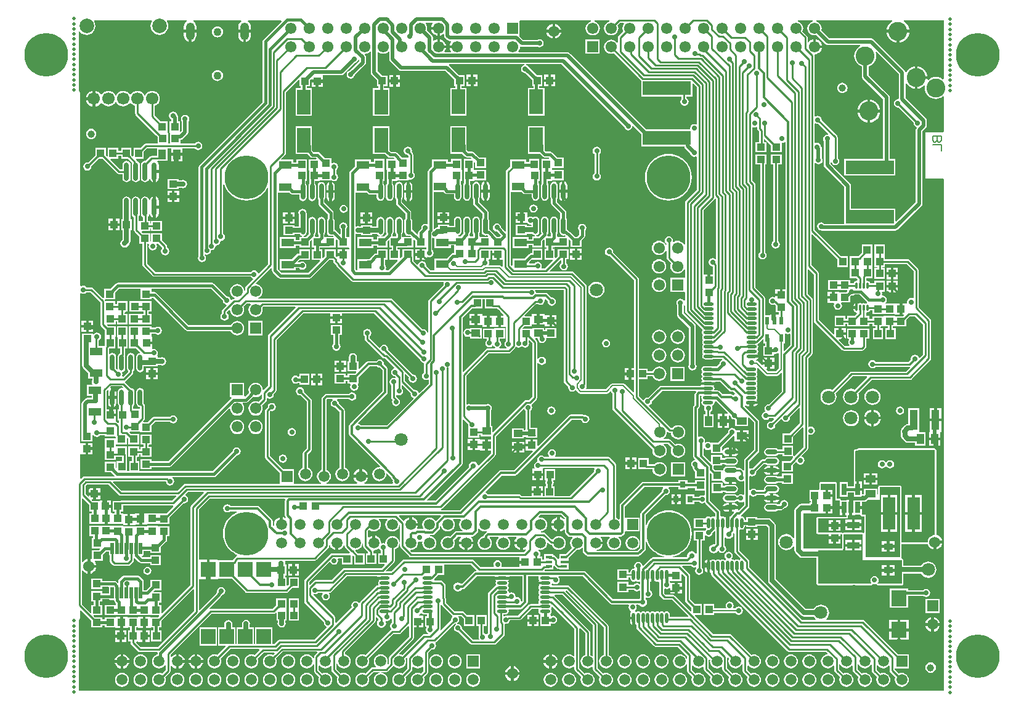
<source format=gbl>
G04*
G04 #@! TF.GenerationSoftware,Altium Limited,Altium Designer,19.0.15 (446)*
G04*
G04 Layer_Physical_Order=4*
G04 Layer_Color=16711680*
%FSLAX44Y44*%
%MOMM*%
G71*
G01*
G75*
%ADD11C,0.2000*%
%ADD15C,0.2540*%
%ADD19C,0.5080*%
%ADD25R,1.2000X1.0000*%
%ADD27R,1.0000X1.4000*%
%ADD28R,1.0000X1.1000*%
%ADD29R,1.1000X1.0000*%
%ADD31R,1.8500X3.4000*%
%ADD32C,0.5000*%
%ADD34R,0.8000X0.9000*%
%ADD39R,1.8000X1.1000*%
%ADD40O,0.6000X2.2000*%
%ADD43R,1.1000X2.8000*%
%ADD46O,0.4500X1.4000*%
%ADD47O,1.4000X0.4500*%
%ADD56R,6.6000X1.9500*%
%ADD57R,0.6000X1.1000*%
G04:AMPARAMS|DCode=58|XSize=0.45mm|YSize=1.6mm|CornerRadius=0.0495mm|HoleSize=0mm|Usage=FLASHONLY|Rotation=180.000|XOffset=0mm|YOffset=0mm|HoleType=Round|Shape=RoundedRectangle|*
%AMROUNDEDRECTD58*
21,1,0.4500,1.5010,0,0,180.0*
21,1,0.3510,1.6000,0,0,180.0*
1,1,0.0990,-0.1755,0.7505*
1,1,0.0990,0.1755,0.7505*
1,1,0.0990,0.1755,-0.7505*
1,1,0.0990,-0.1755,-0.7505*
%
%ADD58ROUNDEDRECTD58*%
%ADD113C,1.5240*%
%ADD120C,1.0000*%
%ADD121C,0.3000*%
%ADD122C,0.3810*%
%ADD123C,0.2032*%
%ADD124C,0.6350*%
%ADD126R,1.5000X1.5000*%
%ADD127C,1.5000*%
%ADD128C,1.5500*%
%ADD129R,1.5500X1.5500*%
%ADD130R,1.5000X1.5000*%
%ADD131C,1.8000*%
%ADD132C,2.0000*%
%ADD133C,1.7000*%
%ADD134C,6.0000*%
%ADD135O,1.2080X2.4160*%
%ADD136C,1.1000*%
%ADD137C,2.6000*%
%ADD138R,1.5500X1.5500*%
%ADD139C,0.7000*%
%ADD140R,1.4000X1.0000*%
%ADD141O,0.3000X0.8500*%
%ADD142O,1.6500X0.6500*%
%ADD143R,2.1500X2.2000*%
%ADD144R,0.8500X0.4000*%
%ADD145R,2.0000X2.1500*%
%ADD146R,1.2200X0.9100*%
%ADD147R,1.7000X0.9500*%
%ADD148R,0.6500X1.6000*%
%ADD149R,1.7500X4.5000*%
%ADD150O,0.7000X2.5000*%
G36*
X1193546Y-87410D02*
X1192276Y-88010D01*
X1190892Y-86874D01*
X1188280Y-85478D01*
X1185447Y-84619D01*
X1182500Y-84329D01*
X1179553Y-84619D01*
X1176720Y-85478D01*
X1174108Y-86874D01*
X1172086Y-88534D01*
X1171160Y-88182D01*
X1170869Y-87930D01*
X1170928Y-87338D01*
X1157405D01*
Y-100861D01*
X1158546Y-100748D01*
X1161476Y-99860D01*
X1164175Y-98417D01*
X1166399Y-96592D01*
X1166929Y-96723D01*
X1167619Y-97164D01*
X1167395Y-99433D01*
X1167685Y-102380D01*
X1168545Y-105214D01*
X1169941Y-107825D01*
X1171819Y-110114D01*
X1174108Y-111992D01*
X1176720Y-113388D01*
X1179553Y-114248D01*
X1182500Y-114538D01*
X1185447Y-114248D01*
X1188280Y-113388D01*
X1190892Y-111992D01*
X1192048Y-111043D01*
X1193318Y-111644D01*
Y-159655D01*
X1192048Y-160807D01*
X1168000Y-160807D01*
X1168000Y-223752D01*
X1193032Y-223752D01*
X1193318Y-224903D01*
X1193318Y-826392D01*
X1193442Y-827331D01*
X1193546Y-828123D01*
Y-928252D01*
X5470Y-928266D01*
X4572Y-927368D01*
Y-831680D01*
X5652Y-830272D01*
X6420Y-828419D01*
X6682Y-826429D01*
Y-818786D01*
X7855Y-818299D01*
X21968Y-832412D01*
Y-841715D01*
X37032D01*
Y-838697D01*
X40494D01*
Y-841715D01*
X54501D01*
X55561Y-842223D01*
X56618Y-842223D01*
X61696D01*
Y-834683D01*
Y-827143D01*
X56618D01*
X55561Y-827143D01*
X54501Y-827651D01*
X40494D01*
Y-830669D01*
X37032D01*
Y-827651D01*
X26729D01*
X24966Y-825889D01*
X25453Y-824715D01*
X37032D01*
Y-810651D01*
X33514D01*
Y-805715D01*
X37032D01*
Y-802697D01*
X46549D01*
X46556Y-802732D01*
X47115Y-803568D01*
X47951Y-804127D01*
X48937Y-804323D01*
X52446D01*
X53491Y-804467D01*
X53796Y-806003D01*
X54666Y-807306D01*
X55992Y-808631D01*
Y-809561D01*
X55558Y-810651D01*
X40494D01*
Y-824715D01*
X55558D01*
Y-824715D01*
X56069D01*
Y-824715D01*
X71133D01*
Y-824715D01*
X71643D01*
Y-824715D01*
X86707D01*
Y-824715D01*
X87218Y-824716D01*
Y-824716D01*
X102282D01*
Y-824716D01*
X103218D01*
Y-824716D01*
X114797D01*
X115283Y-825889D01*
X113521Y-827652D01*
X103849D01*
X102790Y-827144D01*
X102158Y-827144D01*
X96655D01*
Y-834684D01*
Y-842224D01*
X102790D01*
X103849Y-841716D01*
X107023D01*
Y-845901D01*
X104292D01*
Y-860965D01*
X118356D01*
Y-845901D01*
X115051D01*
Y-841716D01*
X118282D01*
Y-832413D01*
X161710Y-788985D01*
X162883Y-789471D01*
Y-819033D01*
X113548Y-868368D01*
X89743D01*
X83609Y-862235D01*
X84135Y-860965D01*
X85725D01*
X86784Y-861473D01*
X87447Y-861473D01*
X92419D01*
Y-853433D01*
Y-845393D01*
X86784D01*
X85724Y-845901D01*
X84178D01*
X83280Y-845003D01*
Y-841715D01*
X85651D01*
X86710Y-842224D01*
X87767Y-842224D01*
X92845D01*
Y-834684D01*
Y-827144D01*
X87767D01*
X86710Y-827144D01*
X85650Y-827651D01*
X72700D01*
X71641Y-827143D01*
X70584Y-827143D01*
X65506D01*
Y-834683D01*
Y-842223D01*
X70584D01*
X71641Y-842223D01*
X72700Y-841715D01*
X75251D01*
Y-845901D01*
X72324D01*
Y-860965D01*
X75989D01*
Y-862743D01*
X76245Y-864031D01*
X76975Y-865124D01*
X85967Y-874116D01*
X87060Y-874846D01*
X88348Y-875102D01*
X112163D01*
X113152Y-876372D01*
X113027Y-877000D01*
Y-878862D01*
X112411Y-878943D01*
X110093Y-879903D01*
X108101Y-881431D01*
X106573Y-883422D01*
X105613Y-885741D01*
X105286Y-888230D01*
X105613Y-890718D01*
X106573Y-893037D01*
X108101Y-895028D01*
X110093Y-896556D01*
X112411Y-897516D01*
X114900Y-897844D01*
X117388Y-897516D01*
X119707Y-896556D01*
X121698Y-895028D01*
X122824Y-893560D01*
X124094Y-893992D01*
Y-900269D01*
X119249Y-905114D01*
X117388Y-904343D01*
X114900Y-904015D01*
X112411Y-904343D01*
X110093Y-905303D01*
X108101Y-906831D01*
X106573Y-908822D01*
X105613Y-911141D01*
X105286Y-913630D01*
X105613Y-916118D01*
X106573Y-918437D01*
X108101Y-920428D01*
X110093Y-921956D01*
X112411Y-922916D01*
X114900Y-923244D01*
X117388Y-922916D01*
X119707Y-921956D01*
X121698Y-920428D01*
X123226Y-918437D01*
X124186Y-916118D01*
X124514Y-913630D01*
X124186Y-911141D01*
X123764Y-910121D01*
X129841Y-904044D01*
X130571Y-902952D01*
X130827Y-901663D01*
Y-894464D01*
X132097Y-894033D01*
X133139Y-895390D01*
X135236Y-897000D01*
X137679Y-898011D01*
X138395Y-898105D01*
Y-888230D01*
Y-878354D01*
X137679Y-878448D01*
X135236Y-879460D01*
X133139Y-881069D01*
X132097Y-882427D01*
X130827Y-881995D01*
Y-879397D01*
X169465Y-840759D01*
X170618Y-841403D01*
X170618Y-842164D01*
Y-866607D01*
X194682D01*
Y-841043D01*
X171829D01*
X170978Y-841043D01*
X170335Y-839890D01*
X187425Y-822800D01*
X272500D01*
X273788Y-822544D01*
X274880Y-821814D01*
X275295Y-821400D01*
X276468Y-821886D01*
Y-832465D01*
X278191D01*
Y-834267D01*
X277859Y-835933D01*
X278289Y-838092D01*
X279512Y-839922D01*
X281341Y-841144D01*
X283500Y-841574D01*
X285658Y-841144D01*
X287488Y-839922D01*
X288711Y-838092D01*
X289140Y-835933D01*
X288809Y-834268D01*
Y-832465D01*
X290532D01*
Y-817401D01*
X290532Y-817401D01*
X290532Y-817401D01*
X290282Y-816235D01*
Y-801649D01*
X276218D01*
Y-810979D01*
X276141Y-811030D01*
X271105Y-816067D01*
X186030D01*
X185303Y-816211D01*
X184678Y-815041D01*
X199986Y-799733D01*
X200856Y-798430D01*
X201040Y-797503D01*
X201443Y-797100D01*
X202479Y-796894D01*
X204308Y-795671D01*
X205531Y-793841D01*
X205961Y-791683D01*
X205531Y-789525D01*
X204308Y-787695D01*
X202479Y-786472D01*
X200320Y-786043D01*
X198162Y-786472D01*
X196332Y-787695D01*
X195109Y-789525D01*
X194680Y-791683D01*
X194817Y-792373D01*
X194309Y-792880D01*
X193439Y-794183D01*
X193254Y-795110D01*
X170790Y-817575D01*
X169617Y-817089D01*
Y-776180D01*
X170110Y-775115D01*
X170887Y-775115D01*
X180745D01*
Y-761825D01*
Y-748535D01*
X170887D01*
X170110Y-748535D01*
X169617Y-747469D01*
Y-679350D01*
X184718Y-664248D01*
X287866D01*
X288545Y-665518D01*
X288181Y-666062D01*
X287907Y-667441D01*
Y-687626D01*
X288181Y-689004D01*
X288961Y-690172D01*
X288213Y-691163D01*
X285771Y-690152D01*
X285055Y-690057D01*
Y-699933D01*
X281245D01*
Y-690058D01*
X280529Y-690152D01*
X278087Y-691163D01*
X275989Y-692773D01*
X274380Y-694870D01*
X273368Y-697312D01*
X273023Y-699933D01*
X273205Y-701312D01*
X272008Y-701956D01*
X271351Y-701447D01*
Y-695241D01*
X271077Y-693863D01*
X270296Y-692695D01*
X253239Y-675637D01*
X252070Y-674856D01*
X250692Y-674582D01*
X213375D01*
X212871Y-673828D01*
X211042Y-672605D01*
X208883Y-672176D01*
X206725Y-672605D01*
X204895Y-673828D01*
X203672Y-675658D01*
X203243Y-677816D01*
X203672Y-679974D01*
X204895Y-681804D01*
X206725Y-683027D01*
X208883Y-683456D01*
X211042Y-683027D01*
X212871Y-681804D01*
X212885Y-681785D01*
X221970D01*
X222223Y-683055D01*
X220413Y-683804D01*
X216114Y-686439D01*
X212280Y-689713D01*
X209005Y-693547D01*
X206371Y-697846D01*
X204441Y-702504D01*
X203264Y-707407D01*
X202869Y-712433D01*
X203264Y-717460D01*
X204441Y-722362D01*
X206371Y-727021D01*
X209005Y-731320D01*
X212280Y-735153D01*
X216114Y-738428D01*
X220413Y-741062D01*
X222101Y-741762D01*
X221971Y-743083D01*
X221577Y-743161D01*
X220485Y-743891D01*
X217259Y-747116D01*
X216530Y-748208D01*
X216364Y-749043D01*
X196250Y-749043D01*
X195190Y-748535D01*
X194958Y-748535D01*
X184555D01*
Y-761825D01*
Y-775115D01*
X194958D01*
X195190Y-775115D01*
X196250Y-774607D01*
X196460Y-774607D01*
X215333D01*
X233540Y-792814D01*
X234632Y-793544D01*
X235920Y-793800D01*
X290000D01*
X291288Y-793544D01*
X292380Y-792814D01*
X297729Y-787465D01*
X307532D01*
Y-772401D01*
X293468D01*
Y-782204D01*
X291705Y-783967D01*
X290532Y-783480D01*
Y-772401D01*
X288199D01*
Y-770101D01*
X289922D01*
Y-755037D01*
X289411D01*
X288392Y-753767D01*
X288530Y-753073D01*
X288101Y-750915D01*
X287996Y-750758D01*
X288595Y-749638D01*
X329007D01*
X330295Y-749382D01*
X331388Y-748652D01*
X347641Y-732399D01*
X348371Y-731307D01*
X348627Y-730018D01*
Y-729000D01*
X349897Y-728747D01*
X350580Y-730397D01*
X352189Y-732494D01*
X354287Y-734103D01*
X356729Y-735115D01*
X357445Y-735209D01*
Y-725333D01*
X361255D01*
Y-735209D01*
X361971Y-735115D01*
X364413Y-734103D01*
X366511Y-732494D01*
X368120Y-730397D01*
X368803Y-728746D01*
X370073Y-728999D01*
Y-730018D01*
X370330Y-731307D01*
X371059Y-732399D01*
X377042Y-738381D01*
X376516Y-739651D01*
X370094D01*
X369770Y-739587D01*
X361454D01*
X361257Y-739548D01*
X352782D01*
X351494Y-739804D01*
X350402Y-740534D01*
X315745Y-775190D01*
X315016Y-776283D01*
X314759Y-777571D01*
Y-805972D01*
X315016Y-807260D01*
X315745Y-808352D01*
X341755Y-834362D01*
X341609Y-835096D01*
X342039Y-837254D01*
X343261Y-839084D01*
X345091Y-840307D01*
X345276Y-840343D01*
X345645Y-841559D01*
X328691Y-858512D01*
X280719D01*
X279430Y-858769D01*
X278338Y-859499D01*
X273326Y-864510D01*
X270882D01*
Y-841043D01*
X246818D01*
Y-864510D01*
X245482D01*
Y-841043D01*
X239809D01*
Y-838349D01*
X240140Y-836683D01*
X239711Y-834525D01*
X238488Y-832695D01*
X236658Y-831472D01*
X234500Y-831043D01*
X232341Y-831472D01*
X230511Y-832695D01*
X229289Y-834525D01*
X228860Y-836683D01*
X229191Y-838349D01*
Y-841043D01*
X221418D01*
Y-864510D01*
X220082D01*
Y-841043D01*
X215559D01*
Y-838599D01*
X215890Y-836933D01*
X215461Y-834775D01*
X214238Y-832945D01*
X212408Y-831722D01*
X210250Y-831293D01*
X208091Y-831722D01*
X206262Y-832945D01*
X205039Y-834775D01*
X204610Y-836933D01*
X204941Y-838599D01*
Y-841043D01*
X196018D01*
Y-866607D01*
X206302D01*
X206788Y-867780D01*
X195028Y-879540D01*
X193588Y-878943D01*
X191100Y-878615D01*
X188611Y-878943D01*
X186293Y-879903D01*
X184301Y-881431D01*
X182773Y-883422D01*
X181813Y-885741D01*
X181486Y-888230D01*
X181813Y-890718D01*
X182773Y-893037D01*
X184301Y-895028D01*
X186293Y-896556D01*
X188611Y-897516D01*
X191100Y-897844D01*
X193588Y-897516D01*
X195907Y-896556D01*
X197898Y-895028D01*
X199426Y-893037D01*
X200386Y-890718D01*
X200714Y-888230D01*
X200386Y-885741D01*
X199790Y-884301D01*
X212847Y-871243D01*
X252465D01*
X252951Y-872417D01*
X245828Y-879540D01*
X244388Y-878943D01*
X241900Y-878615D01*
X239411Y-878943D01*
X237093Y-879903D01*
X235101Y-881431D01*
X233573Y-883422D01*
X232613Y-885741D01*
X232285Y-888230D01*
X232613Y-890718D01*
X233573Y-893037D01*
X235101Y-895028D01*
X237093Y-896556D01*
X239411Y-897516D01*
X241900Y-897844D01*
X244388Y-897516D01*
X246707Y-896556D01*
X248698Y-895028D01*
X250226Y-893037D01*
X251186Y-890718D01*
X251514Y-888230D01*
X251186Y-885741D01*
X250590Y-884301D01*
X259075Y-875815D01*
X273293D01*
X273779Y-876989D01*
X271229Y-879540D01*
X269788Y-878943D01*
X267300Y-878615D01*
X264811Y-878943D01*
X262493Y-879903D01*
X260501Y-881431D01*
X258974Y-883422D01*
X258013Y-885741D01*
X257686Y-888230D01*
X258013Y-890718D01*
X258974Y-893037D01*
X260501Y-895028D01*
X262493Y-896556D01*
X264811Y-897516D01*
X267300Y-897844D01*
X269788Y-897516D01*
X272107Y-896556D01*
X274098Y-895028D01*
X275626Y-893037D01*
X276586Y-890718D01*
X276914Y-888230D01*
X276586Y-885741D01*
X275990Y-884301D01*
X285486Y-874804D01*
X331869D01*
X332355Y-875977D01*
X328869Y-879463D01*
X328139Y-880555D01*
X327883Y-881843D01*
Y-883622D01*
X326613Y-883875D01*
X326426Y-883422D01*
X324898Y-881431D01*
X322907Y-879903D01*
X320588Y-878943D01*
X318100Y-878615D01*
X315611Y-878943D01*
X313293Y-879903D01*
X311301Y-881431D01*
X309774Y-883422D01*
X308813Y-885741D01*
X308486Y-888230D01*
X308813Y-890718D01*
X309774Y-893037D01*
X311301Y-895028D01*
X313293Y-896556D01*
X315611Y-897516D01*
X318100Y-897844D01*
X320588Y-897516D01*
X322907Y-896556D01*
X324898Y-895028D01*
X326426Y-893037D01*
X326613Y-892584D01*
X327883Y-892837D01*
Y-901379D01*
X328139Y-902668D01*
X328869Y-903760D01*
X334810Y-909700D01*
X334213Y-911141D01*
X333885Y-913630D01*
X334213Y-916118D01*
X335173Y-918437D01*
X336701Y-920428D01*
X338693Y-921956D01*
X341011Y-922916D01*
X343500Y-923244D01*
X345988Y-922916D01*
X348307Y-921956D01*
X350298Y-920428D01*
X351826Y-918437D01*
X352786Y-916118D01*
X353114Y-913630D01*
X352786Y-911141D01*
X351826Y-908822D01*
X350298Y-906831D01*
X348307Y-905303D01*
X345988Y-904343D01*
X343500Y-904015D01*
X341011Y-904343D01*
X339571Y-904939D01*
X334617Y-899985D01*
Y-894397D01*
X335887Y-893966D01*
X336701Y-895028D01*
X338693Y-896556D01*
X341011Y-897516D01*
X343500Y-897844D01*
X345988Y-897516D01*
X348307Y-896556D01*
X350298Y-895028D01*
X350624Y-894604D01*
X351894Y-895035D01*
Y-899989D01*
X352150Y-901278D01*
X352879Y-902370D01*
X360210Y-909700D01*
X359613Y-911141D01*
X359286Y-913630D01*
X359613Y-916118D01*
X360574Y-918437D01*
X362101Y-920428D01*
X364093Y-921956D01*
X366411Y-922916D01*
X368900Y-923244D01*
X371388Y-922916D01*
X373707Y-921956D01*
X375698Y-920428D01*
X377226Y-918437D01*
X378186Y-916118D01*
X378514Y-913630D01*
X378186Y-911141D01*
X377226Y-908822D01*
X375698Y-906831D01*
X373707Y-905303D01*
X371388Y-904343D01*
X368900Y-904015D01*
X366411Y-904343D01*
X364971Y-904939D01*
X358627Y-898595D01*
Y-891656D01*
X359897Y-891403D01*
X360574Y-893037D01*
X362101Y-895028D01*
X364093Y-896556D01*
X366411Y-897516D01*
X368900Y-897844D01*
X371388Y-897516D01*
X373707Y-896556D01*
X375698Y-895028D01*
X377226Y-893037D01*
X378186Y-890718D01*
X378514Y-888230D01*
X378186Y-885741D01*
X377226Y-883422D01*
X375698Y-881431D01*
X373707Y-879903D01*
X371388Y-878943D01*
X370397Y-878812D01*
Y-875988D01*
X411650Y-834734D01*
X412380Y-833642D01*
X412636Y-832354D01*
Y-827574D01*
X413810Y-827088D01*
X416382Y-829661D01*
X416221Y-831296D01*
X416114Y-831367D01*
X414733Y-833435D01*
X414248Y-835873D01*
X414733Y-838312D01*
X416114Y-840379D01*
X418181Y-841761D01*
X420620Y-842246D01*
X423059Y-841761D01*
X425126Y-840379D01*
X426507Y-838312D01*
X426992Y-835873D01*
X426507Y-833435D01*
X427320Y-832365D01*
X428620Y-832624D01*
X430778Y-832194D01*
X432608Y-830972D01*
X433513Y-829617D01*
X434783Y-830003D01*
Y-835280D01*
X434161Y-835695D01*
X432939Y-837525D01*
X432509Y-839683D01*
X432939Y-841842D01*
X433800Y-843130D01*
X434108Y-843758D01*
X433489Y-844750D01*
X433229Y-844923D01*
X398500Y-879652D01*
X396788Y-878943D01*
X394300Y-878615D01*
X391811Y-878943D01*
X389493Y-879903D01*
X387501Y-881431D01*
X385974Y-883422D01*
X385013Y-885741D01*
X384686Y-888230D01*
X385013Y-890718D01*
X385974Y-893037D01*
X387501Y-895028D01*
X389493Y-896556D01*
X391811Y-897516D01*
X394300Y-897844D01*
X396788Y-897516D01*
X399107Y-896556D01*
X401098Y-895028D01*
X402626Y-893037D01*
X403586Y-890718D01*
X403914Y-888230D01*
X403586Y-885741D01*
X403102Y-884572D01*
X437005Y-850670D01*
X444725D01*
X446013Y-850414D01*
X447106Y-849684D01*
X457052Y-839738D01*
X458322Y-840264D01*
Y-854527D01*
X431917Y-880931D01*
X431188Y-882023D01*
X430931Y-883312D01*
Y-891081D01*
X429701Y-892311D01*
X428624Y-891592D01*
X428986Y-890718D01*
X429314Y-888230D01*
X428986Y-885741D01*
X428026Y-883422D01*
X426498Y-881431D01*
X424507Y-879903D01*
X422188Y-878943D01*
X419700Y-878615D01*
X417211Y-878943D01*
X414893Y-879903D01*
X412901Y-881431D01*
X411373Y-883422D01*
X410413Y-885741D01*
X410085Y-888230D01*
X410413Y-890718D01*
X411373Y-893037D01*
X412805Y-894903D01*
X412578Y-895980D01*
X412513Y-896173D01*
X408390D01*
X407102Y-896429D01*
X406009Y-897159D01*
X398228Y-904940D01*
X396788Y-904343D01*
X394300Y-904015D01*
X391811Y-904343D01*
X389493Y-905303D01*
X387501Y-906831D01*
X385974Y-908822D01*
X385013Y-911141D01*
X384686Y-913630D01*
X385013Y-916118D01*
X385974Y-918437D01*
X387501Y-920428D01*
X389493Y-921956D01*
X391811Y-922916D01*
X394300Y-923244D01*
X396788Y-922916D01*
X399107Y-921956D01*
X401098Y-920428D01*
X402626Y-918437D01*
X403586Y-916118D01*
X403914Y-913630D01*
X403586Y-911141D01*
X402990Y-909701D01*
X409785Y-902906D01*
X418396D01*
X418479Y-904176D01*
X417211Y-904343D01*
X414893Y-905303D01*
X412901Y-906831D01*
X411373Y-908822D01*
X410413Y-911141D01*
X410085Y-913630D01*
X410413Y-916118D01*
X411373Y-918437D01*
X412901Y-920428D01*
X414893Y-921956D01*
X417211Y-922916D01*
X419700Y-923244D01*
X422188Y-922916D01*
X424507Y-921956D01*
X426498Y-920428D01*
X428026Y-918437D01*
X428986Y-916118D01*
X429314Y-913630D01*
X428986Y-911141D01*
X428026Y-908822D01*
X426498Y-906831D01*
X424507Y-905303D01*
X422188Y-904343D01*
X420920Y-904176D01*
X421003Y-902906D01*
X427234D01*
X428523Y-902650D01*
X429615Y-901920D01*
X436617Y-894918D01*
X436928Y-894719D01*
X438036Y-894682D01*
X438301Y-895028D01*
X440293Y-896556D01*
X442611Y-897516D01*
X445100Y-897844D01*
X447588Y-897516D01*
X449907Y-896556D01*
X451898Y-895028D01*
X453426Y-893037D01*
X454386Y-890718D01*
X454714Y-888230D01*
X454386Y-885741D01*
X453790Y-884301D01*
X455210Y-882880D01*
X456381Y-883506D01*
X456331Y-883755D01*
Y-897729D01*
X449094Y-904967D01*
X447588Y-904343D01*
X445100Y-904015D01*
X442611Y-904343D01*
X440293Y-905303D01*
X438301Y-906831D01*
X436773Y-908822D01*
X435813Y-911141D01*
X435485Y-913630D01*
X435813Y-916118D01*
X436773Y-918437D01*
X438301Y-920428D01*
X440293Y-921956D01*
X442611Y-922916D01*
X445100Y-923244D01*
X447588Y-922916D01*
X449907Y-921956D01*
X451898Y-920428D01*
X453426Y-918437D01*
X454386Y-916118D01*
X454714Y-913630D01*
X454386Y-911141D01*
X453817Y-909766D01*
X462079Y-901504D01*
X462808Y-900412D01*
X463065Y-899123D01*
Y-896140D01*
X464335Y-895514D01*
X465693Y-896556D01*
X468011Y-897516D01*
X470500Y-897844D01*
X472988Y-897516D01*
X475307Y-896556D01*
X476665Y-895513D01*
X477935Y-896140D01*
Y-901433D01*
X474428Y-904940D01*
X472988Y-904343D01*
X470500Y-904015D01*
X468011Y-904343D01*
X465693Y-905303D01*
X463701Y-906831D01*
X462174Y-908822D01*
X461213Y-911141D01*
X460886Y-913630D01*
X461213Y-916118D01*
X462174Y-918437D01*
X463701Y-920428D01*
X465693Y-921956D01*
X468011Y-922916D01*
X470500Y-923244D01*
X472988Y-922916D01*
X475307Y-921956D01*
X477298Y-920428D01*
X478826Y-918437D01*
X479786Y-916118D01*
X480114Y-913630D01*
X479786Y-911141D01*
X479190Y-909701D01*
X483683Y-905208D01*
X484412Y-904116D01*
X484669Y-902827D01*
Y-876760D01*
X489565Y-871863D01*
X490220Y-871994D01*
X492378Y-871564D01*
X494208Y-870342D01*
X495431Y-868512D01*
X495860Y-866353D01*
X495431Y-864195D01*
X494941Y-863462D01*
X495008Y-862154D01*
X495333Y-861937D01*
X496101Y-861424D01*
X521237Y-836288D01*
X521970Y-836434D01*
X522687Y-836291D01*
X523183Y-837487D01*
X521792Y-838417D01*
X520569Y-840247D01*
X520140Y-842405D01*
X520569Y-844564D01*
X521792Y-846394D01*
X523621Y-847616D01*
X525780Y-848046D01*
X526513Y-847900D01*
X542854Y-864241D01*
X543946Y-864971D01*
X545235Y-865227D01*
X575546D01*
X576834Y-864971D01*
X577926Y-864241D01*
X588811Y-853357D01*
X589540Y-852265D01*
X589797Y-850976D01*
Y-837468D01*
X590984Y-836409D01*
X591820Y-836575D01*
X593978Y-836146D01*
X595808Y-834923D01*
X597031Y-833093D01*
X597324Y-831620D01*
X610172D01*
X611460Y-831364D01*
X612553Y-830634D01*
X612553Y-830634D01*
X627028Y-816158D01*
X636201D01*
X636880Y-817428D01*
X636666Y-817747D01*
X636334Y-819418D01*
X636666Y-821089D01*
X637613Y-822505D01*
X638820Y-823312D01*
X639008Y-824531D01*
X639008D01*
X639008Y-824531D01*
Y-839595D01*
X653072D01*
Y-836650D01*
X654192Y-836051D01*
X654333Y-836146D01*
X656492Y-836575D01*
X658650Y-836146D01*
X660480Y-834923D01*
X661703Y-833093D01*
X662132Y-830935D01*
X661703Y-828777D01*
X660480Y-826947D01*
X658650Y-825724D01*
X656492Y-825295D01*
X654333Y-825724D01*
X654192Y-825819D01*
X653072Y-825220D01*
Y-824531D01*
X652458D01*
X652156Y-823261D01*
X653287Y-822505D01*
X654234Y-821089D01*
X654566Y-819418D01*
X654234Y-817747D01*
X653842Y-817162D01*
X653365Y-816168D01*
X653842Y-815175D01*
X654234Y-814589D01*
X654408Y-813715D01*
X655786Y-813297D01*
X665300Y-822811D01*
X685935Y-843446D01*
Y-880319D01*
X684665Y-880946D01*
X683307Y-879903D01*
X680988Y-878943D01*
X678500Y-878615D01*
X676012Y-878943D01*
X673693Y-879903D01*
X671702Y-881431D01*
X670174Y-883422D01*
X669213Y-885741D01*
X668886Y-888230D01*
X669213Y-890718D01*
X670174Y-893037D01*
X671702Y-895028D01*
X673693Y-896556D01*
X676012Y-897516D01*
X678500Y-897844D01*
X680988Y-897516D01*
X683307Y-896556D01*
X684665Y-895514D01*
X685935Y-896140D01*
Y-899031D01*
X686192Y-900320D01*
X686921Y-901412D01*
X695210Y-909700D01*
X694613Y-911141D01*
X694286Y-913630D01*
X694613Y-916118D01*
X695574Y-918437D01*
X697102Y-920428D01*
X699093Y-921956D01*
X701412Y-922916D01*
X703900Y-923244D01*
X706388Y-922916D01*
X708707Y-921956D01*
X710698Y-920428D01*
X712226Y-918437D01*
X713186Y-916118D01*
X713514Y-913630D01*
X713186Y-911141D01*
X712226Y-908822D01*
X710698Y-906831D01*
X708707Y-905303D01*
X706388Y-904343D01*
X703900Y-904015D01*
X701412Y-904343D01*
X699971Y-904939D01*
X692669Y-897637D01*
Y-843296D01*
X693939Y-842769D01*
X700533Y-849364D01*
Y-879307D01*
X699093Y-879903D01*
X697102Y-881431D01*
X695574Y-883422D01*
X694613Y-885741D01*
X694286Y-888230D01*
X694613Y-890718D01*
X695574Y-893037D01*
X697102Y-895028D01*
X699093Y-896556D01*
X701412Y-897516D01*
X703900Y-897844D01*
X706388Y-897516D01*
X708707Y-896556D01*
X710065Y-895514D01*
X711335Y-896140D01*
Y-899031D01*
X711592Y-900320D01*
X712321Y-901412D01*
X720610Y-909700D01*
X720013Y-911141D01*
X719686Y-913630D01*
X720013Y-916118D01*
X720974Y-918437D01*
X722502Y-920428D01*
X724493Y-921956D01*
X726812Y-922916D01*
X729300Y-923244D01*
X731788Y-922916D01*
X734107Y-921956D01*
X736098Y-920428D01*
X737626Y-918437D01*
X738587Y-916118D01*
X738914Y-913630D01*
X738587Y-911141D01*
X737626Y-908822D01*
X736098Y-906831D01*
X734107Y-905303D01*
X731788Y-904343D01*
X729300Y-904015D01*
X726812Y-904343D01*
X725371Y-904939D01*
X718069Y-897637D01*
Y-837453D01*
X717812Y-836164D01*
X717083Y-835072D01*
X673966Y-791955D01*
X674457Y-790654D01*
X675265Y-790552D01*
X725933Y-841220D01*
Y-879307D01*
X724493Y-879903D01*
X722502Y-881431D01*
X720974Y-883422D01*
X720013Y-885741D01*
X719686Y-888230D01*
X720013Y-890718D01*
X720974Y-893037D01*
X722502Y-895028D01*
X724493Y-896556D01*
X726812Y-897516D01*
X729300Y-897844D01*
X731788Y-897516D01*
X734107Y-896556D01*
X736098Y-895028D01*
X737626Y-893037D01*
X738587Y-890718D01*
X738914Y-888230D01*
X738587Y-885741D01*
X737626Y-883422D01*
X736098Y-881431D01*
X734107Y-879903D01*
X732667Y-879307D01*
Y-839826D01*
X732410Y-838537D01*
X731681Y-837445D01*
X678773Y-784538D01*
X677681Y-783808D01*
X676393Y-783552D01*
X655214D01*
X654616Y-782432D01*
X654712Y-782288D01*
X654936Y-781160D01*
X655314Y-780946D01*
X656320Y-780716D01*
X657874Y-781755D01*
X660032Y-782184D01*
X662191Y-781755D01*
X664021Y-780532D01*
X665243Y-778702D01*
X665673Y-776544D01*
X665243Y-774385D01*
X664021Y-772555D01*
X663837Y-772432D01*
X664222Y-771162D01*
X697324D01*
X734969Y-808808D01*
X736137Y-809588D01*
X737515Y-809862D01*
X760411D01*
X761010Y-810982D01*
X760576Y-811631D01*
X760147Y-813790D01*
X760576Y-815948D01*
X761799Y-817778D01*
X763542Y-818943D01*
X763876Y-820246D01*
X763736Y-820340D01*
X762678Y-821924D01*
X762306Y-823793D01*
Y-826638D01*
X767190D01*
Y-828543D01*
X769095D01*
Y-837781D01*
X769493Y-837515D01*
X770763Y-838194D01*
Y-841448D01*
X771020Y-842737D01*
X771749Y-843829D01*
X795054Y-867134D01*
X796147Y-867863D01*
X797435Y-868120D01*
X828106D01*
X840844Y-880857D01*
Y-884008D01*
X839574Y-884261D01*
X839226Y-883422D01*
X837698Y-881431D01*
X835707Y-879903D01*
X833388Y-878943D01*
X830900Y-878615D01*
X828412Y-878943D01*
X826093Y-879903D01*
X824102Y-881431D01*
X822574Y-883422D01*
X821613Y-885741D01*
X821286Y-888230D01*
X821613Y-890718D01*
X822574Y-893037D01*
X824102Y-895028D01*
X826093Y-896556D01*
X828412Y-897516D01*
X830900Y-897844D01*
X833388Y-897516D01*
X835707Y-896556D01*
X837698Y-895028D01*
X839226Y-893037D01*
X839574Y-892198D01*
X840844Y-892451D01*
Y-901539D01*
X841100Y-902828D01*
X841830Y-903920D01*
X847610Y-909700D01*
X847013Y-911141D01*
X846686Y-913630D01*
X847013Y-916118D01*
X847974Y-918437D01*
X849502Y-920428D01*
X851493Y-921956D01*
X853812Y-922916D01*
X856300Y-923244D01*
X858788Y-922916D01*
X861107Y-921956D01*
X863098Y-920428D01*
X864626Y-918437D01*
X865586Y-916118D01*
X865914Y-913630D01*
X865586Y-911141D01*
X864626Y-908822D01*
X863098Y-906831D01*
X861107Y-905303D01*
X858788Y-904343D01*
X856300Y-904015D01*
X853812Y-904343D01*
X852371Y-904939D01*
X847577Y-900145D01*
Y-894606D01*
X848847Y-894174D01*
X849502Y-895028D01*
X851493Y-896556D01*
X853812Y-897516D01*
X856300Y-897844D01*
X858788Y-897516D01*
X861107Y-896556D01*
X862465Y-895514D01*
X863735Y-896140D01*
Y-899031D01*
X863992Y-900320D01*
X864721Y-901412D01*
X873010Y-909700D01*
X872413Y-911141D01*
X872086Y-913630D01*
X872413Y-916118D01*
X873374Y-918437D01*
X874902Y-920428D01*
X876893Y-921956D01*
X879212Y-922916D01*
X881700Y-923244D01*
X884188Y-922916D01*
X886507Y-921956D01*
X888498Y-920428D01*
X890026Y-918437D01*
X890986Y-916118D01*
X891314Y-913630D01*
X890986Y-911141D01*
X890026Y-908822D01*
X888498Y-906831D01*
X886507Y-905303D01*
X884188Y-904343D01*
X881700Y-904015D01*
X879212Y-904343D01*
X877771Y-904939D01*
X870469Y-897637D01*
Y-886545D01*
X871739Y-885998D01*
X872314Y-886499D01*
X872086Y-888230D01*
X872413Y-890718D01*
X873374Y-893037D01*
X874902Y-895028D01*
X876893Y-896556D01*
X879212Y-897516D01*
X881700Y-897844D01*
X884188Y-897516D01*
X886507Y-896556D01*
X887891Y-895493D01*
X889161Y-896120D01*
Y-899057D01*
X889418Y-900346D01*
X890147Y-901438D01*
X898410Y-909700D01*
X897813Y-911141D01*
X897486Y-913630D01*
X897813Y-916118D01*
X898774Y-918437D01*
X900302Y-920428D01*
X902293Y-921956D01*
X904612Y-922916D01*
X907100Y-923244D01*
X909588Y-922916D01*
X911907Y-921956D01*
X913898Y-920428D01*
X915426Y-918437D01*
X916386Y-916118D01*
X916714Y-913630D01*
X916386Y-911141D01*
X915426Y-908822D01*
X913898Y-906831D01*
X911907Y-905303D01*
X909588Y-904343D01*
X907100Y-904015D01*
X904612Y-904343D01*
X903171Y-904939D01*
X895895Y-897663D01*
Y-883581D01*
X897165Y-883055D01*
X898410Y-884301D01*
X897813Y-885741D01*
X897486Y-888230D01*
X897813Y-890718D01*
X898774Y-893037D01*
X900302Y-895028D01*
X902293Y-896556D01*
X904612Y-897516D01*
X907100Y-897844D01*
X909588Y-897516D01*
X911907Y-896556D01*
X913898Y-895028D01*
X915426Y-893037D01*
X915810Y-892110D01*
X917080Y-892362D01*
Y-901576D01*
X917336Y-902864D01*
X918066Y-903957D01*
X923810Y-909700D01*
X923213Y-911141D01*
X922886Y-913630D01*
X923213Y-916118D01*
X924174Y-918437D01*
X925702Y-920428D01*
X927693Y-921956D01*
X930012Y-922916D01*
X932500Y-923244D01*
X934988Y-922916D01*
X937307Y-921956D01*
X939298Y-920428D01*
X940826Y-918437D01*
X941786Y-916118D01*
X942114Y-913630D01*
X941786Y-911141D01*
X940826Y-908822D01*
X939298Y-906831D01*
X937307Y-905303D01*
X934988Y-904343D01*
X932500Y-904015D01*
X930012Y-904343D01*
X928571Y-904939D01*
X923813Y-900182D01*
Y-894653D01*
X925083Y-894222D01*
X925702Y-895028D01*
X927693Y-896556D01*
X930012Y-897516D01*
X932500Y-897844D01*
X934988Y-897516D01*
X937307Y-896556D01*
X939298Y-895028D01*
X940826Y-893037D01*
X941786Y-890718D01*
X942114Y-888230D01*
X941786Y-885741D01*
X940826Y-883422D01*
X939298Y-881431D01*
X937307Y-879903D01*
X934988Y-878943D01*
X932500Y-878615D01*
X930012Y-878943D01*
X929445Y-879177D01*
X901541Y-851273D01*
X900448Y-850543D01*
X899160Y-850287D01*
X876166D01*
X851408Y-825529D01*
X851894Y-824355D01*
X860862D01*
Y-809291D01*
X851059D01*
X844610Y-802842D01*
Y-770451D01*
X844354Y-769162D01*
X843624Y-768070D01*
X833748Y-758194D01*
X834234Y-757020D01*
X846037D01*
X846276Y-757378D01*
X848106Y-758600D01*
X850265Y-759030D01*
X851657Y-758753D01*
X852958Y-759608D01*
X852997Y-759682D01*
X853022Y-759951D01*
X852039Y-761423D01*
X851610Y-763581D01*
X852039Y-765740D01*
X853262Y-767570D01*
X855091Y-768792D01*
X857250Y-769222D01*
X859408Y-768792D01*
X861238Y-767570D01*
X862461Y-765740D01*
X862890Y-763581D01*
X862461Y-761423D01*
X861238Y-759593D01*
X860617Y-759178D01*
Y-722277D01*
X864782D01*
Y-714884D01*
X866052Y-714499D01*
X866406Y-715028D01*
X868235Y-716251D01*
X870394Y-716680D01*
X872552Y-716251D01*
X874382Y-715028D01*
X875605Y-713198D01*
X876019Y-711119D01*
X878128Y-709009D01*
X879398Y-709536D01*
Y-726258D01*
X878383Y-727273D01*
X877316Y-727061D01*
X874877Y-727546D01*
X872810Y-728927D01*
X871429Y-730995D01*
X870944Y-733433D01*
X871429Y-735872D01*
X872810Y-737939D01*
X874877Y-739321D01*
X877316Y-739806D01*
X879755Y-739321D01*
X881822Y-737939D01*
X882651Y-736698D01*
X884179Y-736698D01*
X884741Y-737540D01*
X886571Y-738763D01*
X888730Y-739192D01*
X890888Y-738763D01*
X892718Y-737540D01*
X893941Y-735711D01*
X894370Y-733552D01*
X893941Y-731394D01*
X892718Y-729564D01*
X892096Y-729148D01*
Y-718226D01*
X893366Y-717913D01*
X895311Y-719213D01*
X897750Y-719698D01*
X900188Y-719213D01*
X902256Y-717831D01*
X903637Y-715764D01*
X904122Y-713325D01*
X903969Y-712556D01*
X904363Y-712233D01*
X905633Y-712833D01*
Y-737141D01*
X905889Y-738430D01*
X906619Y-739522D01*
X914037Y-746940D01*
X913619Y-748318D01*
X913243Y-748569D01*
X912250Y-749046D01*
X911256Y-748569D01*
X910670Y-748178D01*
X908999Y-747846D01*
X907329Y-748178D01*
X905912Y-749125D01*
X905587D01*
X904170Y-748178D01*
X902520Y-747850D01*
X902303Y-747589D01*
X901897Y-746671D01*
X902961Y-745078D01*
X903390Y-742919D01*
X902961Y-740761D01*
X901738Y-738931D01*
X899908Y-737708D01*
X897750Y-737279D01*
X895591Y-737708D01*
X893761Y-738931D01*
X892539Y-740761D01*
X892109Y-742919D01*
X892539Y-745078D01*
X893761Y-746908D01*
X893977Y-747052D01*
X893853Y-748496D01*
X892913Y-749125D01*
X892587D01*
X891171Y-748178D01*
X889500Y-747846D01*
X887829Y-748178D01*
X887243Y-748569D01*
X886250Y-749046D01*
X885256Y-748569D01*
X884670Y-748178D01*
X882999Y-747846D01*
X881329Y-748178D01*
X879912Y-749125D01*
X879587D01*
X878170Y-748178D01*
X876500Y-747846D01*
X874829Y-748178D01*
X873610Y-748993D01*
X873453Y-748758D01*
X871905Y-747724D01*
Y-756962D01*
Y-766200D01*
X872238Y-765977D01*
X873508Y-766656D01*
Y-767659D01*
X873764Y-768948D01*
X874494Y-770040D01*
X978718Y-874264D01*
X979810Y-874994D01*
X981099Y-875250D01*
X1031675D01*
X1033799Y-877374D01*
X1033344Y-878715D01*
X1031612Y-878943D01*
X1029293Y-879903D01*
X1027302Y-881431D01*
X1025774Y-883422D01*
X1024813Y-885741D01*
X1024486Y-888230D01*
X1024813Y-890718D01*
X1025774Y-893037D01*
X1027302Y-895028D01*
X1029293Y-896556D01*
X1031612Y-897516D01*
X1034100Y-897844D01*
X1036588Y-897516D01*
X1038907Y-896556D01*
X1040898Y-895028D01*
X1041504Y-894239D01*
X1042774Y-894670D01*
Y-900269D01*
X1043030Y-901558D01*
X1043760Y-902650D01*
X1050810Y-909700D01*
X1050213Y-911141D01*
X1049886Y-913630D01*
X1050213Y-916118D01*
X1051174Y-918437D01*
X1052702Y-920428D01*
X1054693Y-921956D01*
X1057012Y-922916D01*
X1059500Y-923244D01*
X1061988Y-922916D01*
X1064307Y-921956D01*
X1066298Y-920428D01*
X1067826Y-918437D01*
X1068786Y-916118D01*
X1069114Y-913630D01*
X1068786Y-911141D01*
X1067826Y-908822D01*
X1066298Y-906831D01*
X1064307Y-905303D01*
X1061988Y-904343D01*
X1059500Y-904015D01*
X1057012Y-904343D01*
X1055571Y-904939D01*
X1049507Y-898875D01*
Y-892331D01*
X1050777Y-892078D01*
X1051174Y-893037D01*
X1052702Y-895028D01*
X1054693Y-896556D01*
X1057012Y-897516D01*
X1059500Y-897844D01*
X1061988Y-897516D01*
X1064307Y-896556D01*
X1066298Y-895028D01*
X1066896Y-894249D01*
X1068166Y-894680D01*
Y-900262D01*
X1068422Y-901551D01*
X1069152Y-902643D01*
X1076210Y-909700D01*
X1075613Y-911141D01*
X1075286Y-913630D01*
X1075613Y-916118D01*
X1076574Y-918437D01*
X1078102Y-920428D01*
X1080093Y-921956D01*
X1082412Y-922916D01*
X1084900Y-923244D01*
X1087388Y-922916D01*
X1089707Y-921956D01*
X1091698Y-920428D01*
X1093226Y-918437D01*
X1094186Y-916118D01*
X1094514Y-913630D01*
X1094186Y-911141D01*
X1093226Y-908822D01*
X1091698Y-906831D01*
X1089707Y-905303D01*
X1087388Y-904343D01*
X1084900Y-904015D01*
X1082412Y-904343D01*
X1080971Y-904939D01*
X1074900Y-898867D01*
Y-892313D01*
X1076170Y-892061D01*
X1076574Y-893037D01*
X1078102Y-895028D01*
X1080093Y-896556D01*
X1082412Y-897516D01*
X1084900Y-897844D01*
X1087388Y-897516D01*
X1089707Y-896556D01*
X1091698Y-895028D01*
X1093226Y-893037D01*
X1093253Y-892972D01*
X1094523Y-893224D01*
Y-901219D01*
X1094779Y-902507D01*
X1095509Y-903600D01*
X1101610Y-909700D01*
X1101013Y-911141D01*
X1100686Y-913630D01*
X1101013Y-916118D01*
X1101974Y-918437D01*
X1103502Y-920428D01*
X1105493Y-921956D01*
X1107812Y-922916D01*
X1110300Y-923244D01*
X1112788Y-922916D01*
X1115107Y-921956D01*
X1117098Y-920428D01*
X1118626Y-918437D01*
X1119586Y-916118D01*
X1119914Y-913630D01*
X1119586Y-911141D01*
X1118626Y-908822D01*
X1117098Y-906831D01*
X1115107Y-905303D01*
X1112788Y-904343D01*
X1110300Y-904015D01*
X1107812Y-904343D01*
X1106371Y-904939D01*
X1101256Y-899825D01*
Y-894188D01*
X1102526Y-893757D01*
X1103502Y-895028D01*
X1105493Y-896556D01*
X1107812Y-897516D01*
X1110300Y-897844D01*
X1112788Y-897516D01*
X1115107Y-896556D01*
X1117098Y-895028D01*
X1117675Y-894276D01*
X1118945Y-894707D01*
Y-900679D01*
X1119202Y-901968D01*
X1119931Y-903060D01*
X1126882Y-910010D01*
X1126413Y-911141D01*
X1126086Y-913630D01*
X1126413Y-916118D01*
X1127374Y-918437D01*
X1128902Y-920428D01*
X1130893Y-921956D01*
X1133212Y-922916D01*
X1135700Y-923244D01*
X1138188Y-922916D01*
X1140507Y-921956D01*
X1142498Y-920428D01*
X1144026Y-918437D01*
X1144986Y-916118D01*
X1145314Y-913630D01*
X1144986Y-911141D01*
X1144026Y-908822D01*
X1142498Y-906831D01*
X1140507Y-905303D01*
X1138188Y-904343D01*
X1135700Y-904015D01*
X1133212Y-904343D01*
X1131462Y-905068D01*
X1125679Y-899285D01*
Y-898829D01*
X1126168Y-897762D01*
X1145232D01*
Y-878698D01*
X1130929D01*
X1084455Y-832223D01*
X1083362Y-831493D01*
X1082074Y-831237D01*
X1032003D01*
X1031572Y-829967D01*
X1032439Y-829301D01*
X1034207Y-826997D01*
X1035319Y-824313D01*
X1035698Y-821433D01*
X1035319Y-818553D01*
X1034207Y-815870D01*
X1032439Y-813565D01*
X1030134Y-811797D01*
X1027451Y-810685D01*
X1024571Y-810306D01*
X1021691Y-810685D01*
X1019007Y-811797D01*
X1016703Y-813565D01*
X1014934Y-815870D01*
X1014829Y-816124D01*
X1003718D01*
X962559Y-774965D01*
Y-701683D01*
X962559Y-701683D01*
X962155Y-699652D01*
X961004Y-697929D01*
X961004Y-697929D01*
X955782Y-692707D01*
X954060Y-691556D01*
X952028Y-691152D01*
X952028Y-691152D01*
X937172D01*
Y-689429D01*
X922108D01*
Y-693947D01*
X919866D01*
Y-693212D01*
X919533Y-691541D01*
X918587Y-690124D01*
X917171Y-689178D01*
X915500Y-688846D01*
X915284Y-688888D01*
X914789Y-687692D01*
X914926Y-687600D01*
X925145Y-677382D01*
X925925Y-676213D01*
X926199Y-674835D01*
Y-660039D01*
X927469Y-659654D01*
X927852Y-660226D01*
X929682Y-661449D01*
X931840Y-661878D01*
X933999Y-661449D01*
X935828Y-660226D01*
X936244Y-659604D01*
X946200D01*
X946879Y-660874D01*
X946372Y-661634D01*
X946301Y-661988D01*
X954921D01*
Y-657989D01*
X953802D01*
X953123Y-656719D01*
X953217Y-656578D01*
X961826D01*
X963887Y-656168D01*
X965634Y-655001D01*
X966801Y-653254D01*
X967211Y-651193D01*
X966801Y-649132D01*
X965634Y-647385D01*
X963887Y-646217D01*
X961826Y-645807D01*
X951826D01*
X949765Y-646217D01*
X948018Y-647385D01*
X946850Y-649132D01*
X946440Y-651193D01*
X946548Y-651734D01*
X945577Y-652871D01*
X936244D01*
X935828Y-652249D01*
X933999Y-651027D01*
X931840Y-650597D01*
X929682Y-651027D01*
X927852Y-652249D01*
X927469Y-652822D01*
X926199Y-652436D01*
Y-633621D01*
X927469Y-632942D01*
X928037Y-633322D01*
X930196Y-633751D01*
X932354Y-633322D01*
X934184Y-632099D01*
X935407Y-630269D01*
X935836Y-628111D01*
X935690Y-627378D01*
X945851Y-617217D01*
X948491D01*
X949765Y-618068D01*
X951826Y-618478D01*
X961826D01*
X963887Y-618068D01*
X965634Y-616901D01*
X966801Y-615154D01*
X967211Y-613093D01*
X966801Y-611032D01*
X965634Y-609285D01*
X963887Y-608117D01*
X961826Y-607707D01*
X951826D01*
X949765Y-608117D01*
X948018Y-609285D01*
X947216Y-610484D01*
X944456D01*
X943168Y-610740D01*
X942076Y-611470D01*
X930929Y-622616D01*
X930196Y-622470D01*
X928037Y-622900D01*
X927469Y-623279D01*
X926199Y-622600D01*
Y-613595D01*
X938879Y-600916D01*
X939659Y-599748D01*
X939933Y-598369D01*
Y-558548D01*
X939659Y-557170D01*
X938879Y-556002D01*
X919979Y-537103D01*
X920789Y-536117D01*
X920789Y-536116D01*
X921701Y-536726D01*
X923570Y-537097D01*
X926415D01*
Y-532213D01*
X928320D01*
Y-530308D01*
X937558D01*
X936523Y-528760D01*
X936289Y-528603D01*
X937104Y-527384D01*
X937436Y-525713D01*
X937104Y-524042D01*
X936712Y-523457D01*
X936235Y-522463D01*
X936712Y-521469D01*
X937104Y-520884D01*
X937436Y-519213D01*
X937104Y-517542D01*
X936712Y-516957D01*
X936235Y-515963D01*
X936712Y-514970D01*
X937104Y-514384D01*
X937436Y-512713D01*
X937104Y-511043D01*
X936712Y-510457D01*
X936235Y-509463D01*
X936712Y-508470D01*
X937104Y-507884D01*
X937436Y-506213D01*
X937104Y-504543D01*
X936712Y-503957D01*
X936235Y-502963D01*
X936712Y-501970D01*
X937104Y-501384D01*
X937436Y-499713D01*
X937104Y-498042D01*
X936712Y-497457D01*
X936235Y-496463D01*
X936712Y-495470D01*
X937104Y-494884D01*
X937436Y-493213D01*
X937104Y-491543D01*
X936712Y-490957D01*
X936235Y-489963D01*
X936712Y-488970D01*
X937104Y-488384D01*
X937436Y-486713D01*
X937125Y-485149D01*
X937182Y-485076D01*
X938555Y-484784D01*
X948583Y-494811D01*
X949591Y-495485D01*
X950780Y-495721D01*
X964029D01*
X965218Y-495485D01*
X966226Y-494811D01*
X969713Y-491324D01*
X970887Y-491810D01*
Y-516847D01*
X952957Y-534777D01*
X952500Y-534686D01*
X950341Y-535115D01*
X948512Y-536338D01*
X947289Y-538168D01*
X946860Y-540326D01*
X947289Y-542485D01*
X948139Y-543757D01*
X947649Y-545149D01*
X946840Y-545310D01*
X945010Y-546533D01*
X943787Y-548363D01*
X943358Y-550521D01*
X943787Y-552680D01*
X945010Y-554510D01*
X946840Y-555732D01*
X948998Y-556162D01*
X951157Y-555732D01*
X952987Y-554510D01*
X953402Y-553888D01*
X959349D01*
X959875Y-555158D01*
X956687Y-558346D01*
X955970Y-558203D01*
X953812Y-558632D01*
X951982Y-559855D01*
X950759Y-561685D01*
X950330Y-563843D01*
X950759Y-566002D01*
X951982Y-567832D01*
X953812Y-569054D01*
X955970Y-569484D01*
X958129Y-569054D01*
X959958Y-567832D01*
X961181Y-566002D01*
X961610Y-563843D01*
X961461Y-563094D01*
X969827Y-554728D01*
X971042Y-555097D01*
X971079Y-555282D01*
X972302Y-557112D01*
X974132Y-558334D01*
X976290Y-558764D01*
X978449Y-558334D01*
X980278Y-557112D01*
X981501Y-555282D01*
X981930Y-553123D01*
X981785Y-552390D01*
X994666Y-539509D01*
X995839Y-539995D01*
Y-560332D01*
X981271Y-574901D01*
X971468D01*
Y-588965D01*
X986532D01*
Y-579162D01*
X999238Y-566456D01*
X1000411Y-566942D01*
Y-593364D01*
X987796Y-605980D01*
X986532Y-605448D01*
X986532Y-604909D01*
Y-591901D01*
X971468D01*
Y-597026D01*
X965929D01*
X965634Y-596585D01*
X963887Y-595417D01*
X961826Y-595007D01*
X951826D01*
X949765Y-595417D01*
X948018Y-596585D01*
X946850Y-598332D01*
X946440Y-600393D01*
X946850Y-602454D01*
X948018Y-604201D01*
X949765Y-605368D01*
X951826Y-605778D01*
X961826D01*
X963887Y-605368D01*
X965634Y-604201D01*
X965929Y-603759D01*
X971468D01*
Y-605965D01*
X985394D01*
X986015Y-605965D01*
X986547Y-607229D01*
X986048Y-607727D01*
X985318Y-608820D01*
X985183Y-609499D01*
X981600Y-613081D01*
X971298D01*
Y-627145D01*
X986362D01*
Y-617842D01*
X989906Y-614298D01*
X990064Y-614258D01*
X991471Y-614529D01*
X992335Y-615821D01*
X994165Y-617044D01*
X996323Y-617473D01*
X998482Y-617044D01*
X1000312Y-615821D01*
X1001534Y-613992D01*
X1001964Y-611833D01*
X1001534Y-609675D01*
X1000312Y-607845D01*
X998482Y-606622D01*
X998297Y-606585D01*
X997928Y-605370D01*
X1006159Y-597139D01*
X1006889Y-596047D01*
X1007145Y-594759D01*
Y-576677D01*
X1008265Y-576078D01*
X1008422Y-576183D01*
X1010580Y-576612D01*
X1012739Y-576183D01*
X1014568Y-574960D01*
X1015791Y-573130D01*
X1016220Y-570972D01*
X1015791Y-568814D01*
X1014568Y-566984D01*
X1012739Y-565761D01*
X1010580Y-565332D01*
X1008422Y-565761D01*
X1008265Y-565866D01*
X1007145Y-565267D01*
Y-471129D01*
X1012245Y-466029D01*
X1012975Y-464936D01*
X1013231Y-463648D01*
Y-391137D01*
X1012975Y-389849D01*
X1012245Y-388756D01*
X1006073Y-382584D01*
Y-349151D01*
X1007246Y-348665D01*
X1014834Y-356252D01*
Y-419852D01*
X1015090Y-421141D01*
X1015819Y-422233D01*
X1053648Y-460061D01*
X1054740Y-460791D01*
X1056029Y-461047D01*
X1080671D01*
X1081959Y-460791D01*
X1083051Y-460061D01*
X1085788Y-457325D01*
X1086517Y-456233D01*
X1086774Y-454944D01*
Y-444431D01*
X1090939D01*
Y-430367D01*
X1075875D01*
Y-430367D01*
X1075364Y-430367D01*
Y-430367D01*
X1060300D01*
Y-444431D01*
X1062715D01*
X1063393Y-445701D01*
X1062621Y-446856D01*
X1062192Y-449015D01*
X1062621Y-451173D01*
X1063844Y-453003D01*
X1063905Y-453044D01*
X1063520Y-454314D01*
X1057423D01*
X1049221Y-446112D01*
X1049708Y-444939D01*
X1058957D01*
Y-439304D01*
X1050917D01*
Y-437399D01*
X1049012D01*
Y-429859D01*
X1042877D01*
Y-438108D01*
X1041703Y-438594D01*
X1021567Y-418458D01*
Y-354858D01*
X1021311Y-353569D01*
X1020581Y-352477D01*
X1011209Y-343105D01*
Y-301038D01*
X1012382Y-300553D01*
X1047281Y-335451D01*
Y-345754D01*
X1061345D01*
Y-330690D01*
X1052042D01*
X1015781Y-294429D01*
Y-202971D01*
X1017051Y-202585D01*
X1017236Y-202863D01*
X1019066Y-204086D01*
X1021225Y-204515D01*
X1023383Y-204086D01*
X1025213Y-202863D01*
X1026436Y-201033D01*
X1026865Y-198874D01*
X1026436Y-196716D01*
X1025886Y-195894D01*
Y-182577D01*
X1025531Y-180793D01*
X1024637Y-179456D01*
X1024427Y-178399D01*
X1023204Y-176569D01*
X1021375Y-175346D01*
X1019216Y-174917D01*
X1017058Y-175346D01*
X1016901Y-175451D01*
X1015781Y-174852D01*
Y-148678D01*
X1017051Y-147999D01*
X1018076Y-148684D01*
X1020234Y-149114D01*
X1020968Y-148968D01*
X1034759Y-162759D01*
X1034133Y-163929D01*
X1033186Y-163741D01*
X1031028Y-164170D01*
X1029198Y-165393D01*
X1027975Y-167223D01*
X1027546Y-169381D01*
X1027975Y-171540D01*
X1028525Y-172362D01*
Y-205755D01*
X1028879Y-207539D01*
X1029890Y-209051D01*
X1056739Y-235900D01*
Y-269823D01*
X1056828Y-270274D01*
Y-286694D01*
X1029359D01*
X1028853Y-285937D01*
X1027023Y-284714D01*
X1024864Y-284285D01*
X1022706Y-284714D01*
X1020876Y-285937D01*
X1019653Y-287767D01*
X1019224Y-289925D01*
X1019653Y-292084D01*
X1020876Y-293914D01*
X1022706Y-295136D01*
X1024155Y-295424D01*
X1024511Y-295662D01*
X1026295Y-296017D01*
X1126754D01*
X1128538Y-295662D01*
X1130050Y-294652D01*
X1162955Y-261747D01*
X1163965Y-260235D01*
X1164320Y-258451D01*
Y-158918D01*
X1168868Y-154370D01*
X1169879Y-152858D01*
X1170234Y-151074D01*
Y-144387D01*
X1169879Y-142603D01*
X1168868Y-141090D01*
X1140815Y-113037D01*
Y-93619D01*
X1142085Y-93301D01*
X1142516Y-94109D01*
X1144458Y-96475D01*
X1146825Y-98417D01*
X1149524Y-99860D01*
X1152454Y-100748D01*
X1153595Y-100861D01*
Y-85433D01*
Y-70006D01*
X1152454Y-70118D01*
X1149524Y-71007D01*
X1146825Y-72450D01*
X1144458Y-74392D01*
X1142516Y-76758D01*
X1141935Y-77847D01*
X1140600Y-77649D01*
X1140460Y-76942D01*
X1139449Y-75429D01*
X1096810Y-32790D01*
X1095298Y-31780D01*
X1093514Y-31425D01*
X1036314D01*
X1025147Y-20259D01*
X1025260Y-19987D01*
X1025596Y-17433D01*
X1025260Y-14879D01*
X1024274Y-12500D01*
X1022707Y-10457D01*
X1020663Y-8889D01*
X1018283Y-7903D01*
X1018515Y-6682D01*
X1122438D01*
X1122756Y-7952D01*
X1121825Y-8450D01*
X1119458Y-10392D01*
X1117516Y-12758D01*
X1116073Y-15458D01*
X1115185Y-18387D01*
X1115072Y-19528D01*
X1130500D01*
X1145928D01*
X1145815Y-18387D01*
X1144926Y-15458D01*
X1143483Y-12758D01*
X1141542Y-10392D01*
X1139175Y-8450D01*
X1138244Y-7952D01*
X1138562Y-6682D01*
X1193546D01*
Y-87410D01*
D02*
G37*
G36*
X283330Y-7855D02*
X258521Y-32665D01*
X257651Y-33967D01*
X257345Y-35503D01*
Y-118758D01*
X170501Y-205602D01*
X169631Y-206905D01*
X169325Y-208441D01*
Y-330679D01*
X168822Y-331432D01*
X168393Y-333590D01*
X168822Y-335748D01*
X170045Y-337578D01*
X171875Y-338801D01*
X174034Y-339230D01*
X176192Y-338801D01*
X178022Y-337578D01*
X179244Y-335748D01*
X179674Y-333590D01*
X179244Y-331432D01*
X178022Y-329602D01*
X177995Y-329584D01*
X178618Y-328512D01*
X180776Y-328941D01*
X182935Y-328512D01*
X184765Y-327289D01*
X185987Y-325459D01*
X186417Y-323301D01*
X187548Y-322478D01*
X189321Y-322125D01*
X191151Y-320902D01*
X192374Y-319072D01*
X192803Y-316914D01*
X193934Y-316091D01*
X195708Y-315738D01*
X197538Y-314516D01*
X198761Y-312686D01*
X199190Y-310527D01*
X200321Y-309704D01*
X202095Y-309352D01*
X203925Y-308129D01*
X205147Y-306299D01*
X205576Y-304141D01*
X205147Y-301982D01*
X203925Y-300152D01*
X203303Y-299737D01*
Y-232932D01*
X204573Y-232680D01*
X206371Y-237021D01*
X209005Y-241320D01*
X212280Y-245154D01*
X216114Y-248428D01*
X220413Y-251062D01*
X225071Y-252992D01*
X229973Y-254169D01*
X235000Y-254564D01*
X240026Y-254169D01*
X244929Y-252992D01*
X249587Y-251062D01*
X253886Y-248428D01*
X257720Y-245154D01*
X260994Y-241320D01*
X263629Y-237021D01*
X263689Y-236874D01*
X264935Y-237122D01*
Y-341466D01*
X252101Y-354300D01*
X250886Y-353931D01*
X250831Y-353655D01*
X249608Y-351825D01*
X247778Y-350602D01*
X245620Y-350173D01*
X243461Y-350602D01*
X241632Y-351825D01*
X241216Y-352447D01*
X109944D01*
X98467Y-340969D01*
Y-313544D01*
X100889D01*
X101488Y-314664D01*
X101129Y-315200D01*
X100700Y-317359D01*
X101129Y-319517D01*
X102352Y-321347D01*
X104182Y-322570D01*
X106340Y-322999D01*
X108499Y-322570D01*
X110329Y-321347D01*
X111551Y-319517D01*
X111980Y-317359D01*
X111551Y-315200D01*
X111193Y-314664D01*
X111792Y-313544D01*
X114031D01*
X119240Y-318753D01*
Y-320422D01*
X118249Y-321905D01*
X117819Y-324063D01*
X118249Y-326222D01*
X119471Y-328052D01*
X121301Y-329274D01*
X123460Y-329704D01*
X125618Y-329274D01*
X127448Y-328052D01*
X128671Y-326222D01*
X129100Y-324063D01*
X128671Y-321905D01*
X127448Y-320075D01*
X125973Y-319089D01*
Y-317359D01*
X125717Y-316070D01*
X124987Y-314978D01*
X119292Y-309283D01*
Y-299480D01*
X104228D01*
Y-310906D01*
X104187Y-310931D01*
X102917Y-310211D01*
Y-299480D01*
X93114D01*
X91352Y-297717D01*
X91838Y-296544D01*
X102917D01*
Y-292879D01*
X104228D01*
Y-296544D01*
X119292D01*
Y-282480D01*
X104228D01*
Y-286145D01*
X102917D01*
Y-282480D01*
X99887D01*
Y-276389D01*
X101061Y-274632D01*
X101293Y-273463D01*
X102588Y-273463D01*
X102860Y-274830D01*
X104195Y-276828D01*
X106193Y-278163D01*
X106645Y-278253D01*
Y-263473D01*
Y-248694D01*
X106193Y-248784D01*
X104195Y-250119D01*
X102860Y-252116D01*
X102588Y-253484D01*
X101293Y-253484D01*
X101061Y-252315D01*
X99838Y-250485D01*
X98008Y-249262D01*
X95850Y-248833D01*
X93692Y-249262D01*
X91862Y-250485D01*
X90639Y-252315D01*
X90210Y-254473D01*
Y-272473D01*
X90639Y-274632D01*
X91862Y-276462D01*
X93153Y-277325D01*
Y-282480D01*
X87853D01*
X87367Y-281411D01*
Y-276120D01*
X88361Y-274632D01*
X88790Y-272473D01*
Y-254473D01*
X88361Y-252315D01*
X87138Y-250485D01*
X85308Y-249262D01*
X83150Y-248833D01*
X80991Y-249262D01*
X79162Y-250485D01*
X77939Y-252315D01*
X77510Y-254473D01*
Y-272473D01*
X77939Y-274632D01*
X79162Y-276462D01*
X80633Y-277445D01*
Y-295127D01*
X80889Y-296415D01*
X81619Y-297507D01*
X87853Y-303741D01*
Y-313544D01*
X91734D01*
Y-342364D01*
X91990Y-343652D01*
X92720Y-344744D01*
X106169Y-358194D01*
X107262Y-358924D01*
X108550Y-359180D01*
X241216D01*
X241632Y-359802D01*
X243461Y-361024D01*
X243738Y-361079D01*
X244107Y-362295D01*
X234267Y-372134D01*
X233538Y-373226D01*
X233281Y-374515D01*
Y-377831D01*
X232011Y-377914D01*
X231830Y-376539D01*
X230845Y-374159D01*
X229277Y-372116D01*
X227233Y-370548D01*
X224854Y-369562D01*
X222300Y-369226D01*
X219746Y-369562D01*
X217367Y-370548D01*
X215323Y-372116D01*
X213755Y-374159D01*
X212770Y-376539D01*
X212434Y-379092D01*
X212770Y-381646D01*
X213755Y-384025D01*
X215323Y-386069D01*
X217367Y-387637D01*
X218765Y-388216D01*
X218512Y-389486D01*
X218310D01*
X217021Y-389742D01*
X215929Y-390472D01*
X215093Y-391308D01*
X213715Y-390890D01*
X213491Y-389763D01*
X212268Y-387934D01*
X210438Y-386711D01*
X208326Y-386291D01*
X190630Y-368595D01*
X189328Y-367725D01*
X187791Y-367419D01*
X58482D01*
X56946Y-367725D01*
X55644Y-368595D01*
X48365Y-375874D01*
X39477D01*
Y-388030D01*
X38304Y-388516D01*
X24465Y-374677D01*
X23373Y-373947D01*
X22084Y-373691D01*
X15495D01*
X15079Y-373069D01*
X13249Y-371847D01*
X11091Y-371417D01*
X8932Y-371847D01*
X7952Y-372502D01*
X6682Y-371823D01*
Y-108504D01*
X6420Y-106515D01*
X5652Y-104661D01*
X4572Y-103254D01*
Y-21952D01*
X5842Y-21521D01*
X6957Y-22974D01*
X9470Y-24902D01*
X12397Y-26115D01*
X15538Y-26528D01*
X18679Y-26115D01*
X21606Y-24902D01*
X24119Y-22974D01*
X26048Y-20460D01*
X27260Y-17533D01*
X27674Y-14392D01*
X27260Y-11251D01*
X26048Y-8324D01*
X25662Y-7821D01*
X26223Y-6682D01*
X104853D01*
X105414Y-7821D01*
X105028Y-8324D01*
X103816Y-11251D01*
X103402Y-14392D01*
X103816Y-17533D01*
X105028Y-20460D01*
X106957Y-22974D01*
X109470Y-24902D01*
X112397Y-26115D01*
X115538Y-26528D01*
X118679Y-26115D01*
X121606Y-24902D01*
X124119Y-22974D01*
X126048Y-20460D01*
X127260Y-17533D01*
X127674Y-14392D01*
X127260Y-11251D01*
X126048Y-8324D01*
X125662Y-7821D01*
X126223Y-6682D01*
X152826D01*
X153402Y-7819D01*
X153394Y-7952D01*
X151671Y-9274D01*
X150295Y-11066D01*
X149431Y-13154D01*
X149136Y-15393D01*
Y-19528D01*
X157790D01*
X166444D01*
Y-15393D01*
X166149Y-13154D01*
X165285Y-11066D01*
X163909Y-9274D01*
X162186Y-7952D01*
X162178Y-7819D01*
X162754Y-6682D01*
X227826D01*
X228402Y-7819D01*
X228394Y-7952D01*
X226671Y-9274D01*
X225295Y-11066D01*
X224431Y-13154D01*
X224136Y-15393D01*
Y-19528D01*
X232790D01*
X241444D01*
Y-15393D01*
X241149Y-13154D01*
X240285Y-11066D01*
X238909Y-9274D01*
X237186Y-7952D01*
X237178Y-7819D01*
X237754Y-6682D01*
X282844D01*
X283330Y-7855D01*
D02*
G37*
G36*
X733776Y-7903D02*
X731397Y-8889D01*
X729353Y-10457D01*
X727785Y-12500D01*
X726800Y-14879D01*
X726463Y-17433D01*
X726800Y-19987D01*
X727785Y-22366D01*
X729353Y-24410D01*
X731397Y-25978D01*
X733776Y-26963D01*
X736330Y-27300D01*
X738884Y-26963D01*
X741263Y-25978D01*
X743307Y-24410D01*
X744874Y-22366D01*
X745860Y-19987D01*
X746196Y-17433D01*
X745860Y-14879D01*
X745211Y-13313D01*
X748776Y-9748D01*
X753696D01*
X754322Y-11018D01*
X753185Y-12500D01*
X752200Y-14879D01*
X751863Y-17433D01*
X752200Y-19987D01*
X752849Y-21553D01*
X746580Y-27822D01*
X745850Y-28915D01*
X745593Y-30203D01*
Y-36751D01*
X744324Y-37182D01*
X743307Y-35857D01*
X741263Y-34289D01*
X738884Y-33303D01*
X736330Y-32967D01*
X733776Y-33303D01*
X731397Y-34289D01*
X729353Y-35857D01*
X727785Y-37900D01*
X726800Y-40279D01*
X726463Y-42833D01*
X726800Y-45387D01*
X727785Y-47766D01*
X729353Y-49810D01*
X731397Y-51378D01*
X733776Y-52363D01*
X736330Y-52700D01*
X738884Y-52363D01*
X740099Y-51860D01*
X777198Y-88958D01*
X777957Y-89465D01*
Y-111575D01*
X833223D01*
Y-114517D01*
X833110Y-114593D01*
X831887Y-116423D01*
X831458Y-118581D01*
X831887Y-120740D01*
X833110Y-122570D01*
X834940Y-123792D01*
X837098Y-124222D01*
X839257Y-123792D01*
X841087Y-122570D01*
X842309Y-120740D01*
X842738Y-118581D01*
X842309Y-116423D01*
X841087Y-114593D01*
X839957Y-113838D01*
Y-111575D01*
X848021D01*
Y-93826D01*
X849194Y-93340D01*
X854107Y-98254D01*
Y-149273D01*
X852987Y-149872D01*
X852719Y-149692D01*
X850560Y-149263D01*
X848402Y-149692D01*
X846572Y-150915D01*
X845349Y-152745D01*
X844920Y-154903D01*
X845044Y-155529D01*
X844239Y-156511D01*
X784549D01*
X679897Y-51859D01*
X678385Y-50849D01*
X676601Y-50494D01*
X609450D01*
X608824Y-49224D01*
X609745Y-48022D01*
X610782Y-45519D01*
X611054Y-43452D01*
X611111Y-43345D01*
X611310Y-43121D01*
X612131Y-42580D01*
X612375Y-42519D01*
X613413Y-42725D01*
X634981D01*
X635804Y-43274D01*
X637962Y-43704D01*
X640121Y-43274D01*
X641951Y-42052D01*
X643173Y-40222D01*
X643603Y-38063D01*
X643173Y-35905D01*
X641951Y-34075D01*
X640121Y-32852D01*
X637962Y-32423D01*
X635804Y-32852D01*
X634981Y-33402D01*
X615344D01*
X610427Y-28485D01*
X610539Y-27215D01*
X610539Y-27215D01*
X610539Y-27215D01*
Y-7651D01*
X611265Y-6682D01*
X708145D01*
X708376Y-7903D01*
X705997Y-8889D01*
X703953Y-10457D01*
X702385Y-12500D01*
X701400Y-14879D01*
X701064Y-17433D01*
X701400Y-19987D01*
X702385Y-22366D01*
X703953Y-24410D01*
X705997Y-25978D01*
X708376Y-26963D01*
X710930Y-27300D01*
X713484Y-26963D01*
X715863Y-25978D01*
X717906Y-24410D01*
X719474Y-22366D01*
X720460Y-19987D01*
X720796Y-17433D01*
X720460Y-14879D01*
X719474Y-12500D01*
X717906Y-10457D01*
X715863Y-8889D01*
X713484Y-7903D01*
X713715Y-6682D01*
X733545D01*
X733776Y-7903D01*
D02*
G37*
G36*
X491090Y-11043D02*
X490169Y-12244D01*
X489132Y-14747D01*
X489029Y-15528D01*
X499157D01*
Y-17433D01*
X501062D01*
Y-27561D01*
X501843Y-27458D01*
X504346Y-26421D01*
X505547Y-25500D01*
X506818Y-26126D01*
Y-27404D01*
X507172Y-29188D01*
X508183Y-30700D01*
X511290Y-33808D01*
X512802Y-34818D01*
X514586Y-35173D01*
X515864D01*
X516490Y-36443D01*
X515569Y-37644D01*
X514532Y-40147D01*
X514429Y-40928D01*
X524557D01*
Y-44738D01*
X514429D01*
X514532Y-45519D01*
X515569Y-48022D01*
X516491Y-49224D01*
X515864Y-50494D01*
X507850D01*
X507224Y-49224D01*
X508145Y-48022D01*
X509182Y-45519D01*
X509285Y-44738D01*
X499157D01*
Y-42833D01*
X497252D01*
Y-32705D01*
X496471Y-32808D01*
X493968Y-33845D01*
X492764Y-34769D01*
X491494Y-34142D01*
Y-30508D01*
X491139Y-28725D01*
X490128Y-27212D01*
X483175Y-20259D01*
X483287Y-19987D01*
X483623Y-17433D01*
X483287Y-14879D01*
X482302Y-12500D01*
X481184Y-11043D01*
X481810Y-9773D01*
X490464D01*
X491090Y-11043D01*
D02*
G37*
G36*
X431308Y-49994D02*
Y-59630D01*
X431663Y-61414D01*
X432673Y-62926D01*
X444444Y-74697D01*
X445957Y-75708D01*
X447741Y-76062D01*
X508341D01*
X520832Y-88554D01*
Y-97025D01*
X522376D01*
Y-99592D01*
X515108D01*
Y-137656D01*
X537672D01*
Y-99592D01*
X530404D01*
Y-97025D01*
X534897D01*
Y-81961D01*
X527425D01*
X513663Y-68199D01*
X513704Y-67801D01*
X514095Y-66929D01*
X616940D01*
X617065Y-68199D01*
X615992Y-68412D01*
X614162Y-69635D01*
X612939Y-71465D01*
X612510Y-73623D01*
X612939Y-75782D01*
X614162Y-77612D01*
X615992Y-78834D01*
X618150Y-79264D01*
X618478Y-79199D01*
X627832Y-88554D01*
Y-97025D01*
X629376D01*
Y-99592D01*
X622108D01*
Y-137656D01*
X644672D01*
Y-99592D01*
X637404D01*
Y-97025D01*
X641896D01*
Y-81961D01*
X634425D01*
X623158Y-70694D01*
X622595Y-70318D01*
X622138Y-69635D01*
X620309Y-68412D01*
X619236Y-68199D01*
X619361Y-66929D01*
X668109D01*
X754478Y-153298D01*
X754671Y-154268D01*
X755894Y-156098D01*
X757724Y-157320D01*
X759882Y-157750D01*
X762041Y-157320D01*
X763870Y-156098D01*
X765093Y-154268D01*
X765463Y-152406D01*
X766658Y-151805D01*
X777957Y-163104D01*
Y-180075D01*
X836773D01*
X837043Y-181434D01*
X838054Y-182946D01*
X845156Y-190049D01*
X845349Y-191019D01*
X846572Y-192849D01*
X848402Y-194071D01*
X850560Y-194501D01*
X852719Y-194071D01*
X852987Y-193892D01*
X854107Y-194491D01*
Y-239494D01*
X838577Y-255025D01*
X837847Y-256117D01*
X837591Y-257405D01*
Y-314894D01*
X836321Y-315146D01*
X836095Y-314600D01*
X834527Y-312557D01*
X832483Y-310989D01*
X830104Y-310003D01*
X827550Y-309667D01*
X824996Y-310003D01*
X822617Y-310989D01*
X822078Y-311402D01*
X820926Y-310685D01*
X821243Y-309093D01*
X820814Y-306934D01*
X819591Y-305105D01*
X817761Y-303882D01*
X815602Y-303452D01*
X813444Y-303882D01*
X811614Y-305105D01*
X810391Y-306934D01*
X809962Y-309093D01*
X810391Y-311251D01*
X811614Y-313081D01*
X812236Y-313497D01*
Y-315002D01*
X810966Y-315255D01*
X810695Y-314600D01*
X809127Y-312557D01*
X807083Y-310989D01*
X804704Y-310003D01*
X802150Y-309667D01*
X799596Y-310003D01*
X797217Y-310989D01*
X795173Y-312557D01*
X793605Y-314600D01*
X792620Y-316980D01*
X792283Y-319533D01*
X792620Y-322087D01*
X793605Y-324467D01*
X795173Y-326510D01*
X797217Y-328078D01*
X799596Y-329063D01*
X802150Y-329400D01*
X804704Y-329063D01*
X807083Y-328078D01*
X809127Y-326510D01*
X810695Y-324467D01*
X810966Y-323811D01*
X812236Y-324064D01*
Y-332986D01*
X812492Y-334274D01*
X813222Y-335367D01*
X818669Y-340813D01*
X818020Y-342380D01*
X817683Y-344933D01*
X818020Y-347487D01*
X819005Y-349866D01*
X820573Y-351910D01*
X822617Y-353478D01*
X824996Y-354464D01*
X827550Y-354800D01*
X830104Y-354464D01*
X832483Y-353478D01*
X834527Y-351910D01*
X836095Y-349866D01*
X836321Y-349320D01*
X837591Y-349573D01*
Y-359389D01*
X837332Y-360551D01*
X836321Y-360551D01*
X817768D01*
Y-380115D01*
X836321D01*
X837332Y-380115D01*
X837591Y-381278D01*
Y-391790D01*
X836321Y-392176D01*
X835499Y-390945D01*
X833669Y-389722D01*
X831510Y-389293D01*
X829352Y-389722D01*
X827522Y-390945D01*
X826299Y-392775D01*
X825870Y-394933D01*
X826299Y-397092D01*
X826849Y-397914D01*
Y-411127D01*
X827203Y-412911D01*
X828214Y-414423D01*
X843359Y-429568D01*
Y-479583D01*
X842809Y-480405D01*
X842380Y-482563D01*
X842809Y-484722D01*
X844032Y-486552D01*
X845862Y-487774D01*
X848020Y-488204D01*
X850179Y-487774D01*
X852009Y-486552D01*
X853231Y-484722D01*
X853661Y-482563D01*
X853231Y-480405D01*
X852682Y-479583D01*
Y-427637D01*
X852327Y-425853D01*
X851316Y-424341D01*
X836172Y-409196D01*
Y-398973D01*
X836321Y-398862D01*
X837591Y-399502D01*
Y-406188D01*
X837847Y-407477D01*
X838577Y-408569D01*
X861631Y-431623D01*
X861789Y-431728D01*
X861955Y-433056D01*
X861934Y-433158D01*
X861631Y-433361D01*
X860901Y-434453D01*
X860645Y-435742D01*
X860901Y-437030D01*
X861631Y-438122D01*
X862051Y-438403D01*
X862319Y-438907D01*
X862537Y-439442D01*
X862096Y-440361D01*
X861705Y-440947D01*
X861372Y-442617D01*
X861705Y-444288D01*
X862096Y-444874D01*
X862573Y-445867D01*
X862096Y-446861D01*
X861705Y-447446D01*
X861372Y-449117D01*
X861705Y-450788D01*
X862096Y-451373D01*
X862573Y-452367D01*
X862096Y-453361D01*
X861705Y-453946D01*
X861372Y-455617D01*
X861705Y-457288D01*
X862096Y-457873D01*
X862573Y-458867D01*
X862096Y-459860D01*
X861705Y-460446D01*
X861372Y-462117D01*
X861705Y-463788D01*
X862096Y-464373D01*
X862573Y-465367D01*
X862096Y-466361D01*
X861705Y-466946D01*
X861372Y-468617D01*
X861705Y-470288D01*
X862651Y-471704D01*
X864067Y-472651D01*
X865738Y-472983D01*
X875238D01*
X876909Y-472651D01*
X877907Y-471984D01*
X888551D01*
X888840Y-472360D01*
X888785Y-472783D01*
X888397Y-473870D01*
X886837Y-474912D01*
X885614Y-476742D01*
X885194Y-478855D01*
X881350Y-482699D01*
X875770D01*
X875741Y-482680D01*
X874070Y-482347D01*
X864570D01*
X862900Y-482680D01*
X861483Y-483626D01*
X860537Y-485043D01*
X860204Y-486713D01*
X860537Y-488384D01*
X860928Y-488970D01*
X861405Y-489963D01*
X860928Y-490957D01*
X860537Y-491543D01*
X860204Y-493213D01*
X860537Y-494884D01*
X860928Y-495470D01*
X861405Y-496463D01*
X860928Y-497457D01*
X860537Y-498042D01*
X860204Y-499713D01*
X860537Y-501384D01*
X861352Y-502603D01*
X861117Y-502760D01*
X860082Y-504308D01*
X869320D01*
X878838D01*
X879353Y-503385D01*
X885781D01*
X898845Y-516449D01*
X900013Y-517229D01*
X901391Y-517503D01*
X904068D01*
X906336Y-519772D01*
X905968Y-520988D01*
X905272Y-521126D01*
X903991Y-521982D01*
X903868Y-521860D01*
X902700Y-521079D01*
X901322Y-520805D01*
X889263D01*
X885125Y-516667D01*
X883957Y-515886D01*
X882579Y-515612D01*
X878774D01*
X878082Y-514569D01*
X878112Y-514342D01*
X878436Y-512713D01*
X878104Y-511043D01*
X877289Y-509823D01*
X877524Y-509667D01*
X878558Y-508118D01*
X869320D01*
X859864D01*
X859335Y-509112D01*
X804800D01*
X803422Y-509386D01*
X802253Y-510167D01*
X787147Y-525274D01*
X786690Y-525183D01*
X784531Y-525612D01*
X782701Y-526835D01*
X781479Y-528665D01*
X781442Y-528850D01*
X780227Y-529218D01*
X774470Y-523462D01*
Y-500432D01*
X786437D01*
Y-495980D01*
X793107D01*
X793755Y-497547D01*
X795323Y-499590D01*
X797367Y-501158D01*
X799746Y-502144D01*
X802300Y-502480D01*
X804854Y-502144D01*
X807233Y-501158D01*
X809277Y-499590D01*
X810845Y-497547D01*
X811830Y-495167D01*
X812166Y-492613D01*
X811830Y-490060D01*
X810845Y-487680D01*
X809277Y-485637D01*
X807233Y-484069D01*
X804854Y-483083D01*
X802300Y-482747D01*
X799746Y-483083D01*
X797367Y-484069D01*
X795323Y-485637D01*
X793755Y-487680D01*
X793107Y-489247D01*
X786437D01*
Y-485368D01*
X774470D01*
Y-362502D01*
X774213Y-361214D01*
X773484Y-360122D01*
X739029Y-325667D01*
X739174Y-324933D01*
X738745Y-322775D01*
X737523Y-320945D01*
X735693Y-319722D01*
X733534Y-319293D01*
X731376Y-319722D01*
X729546Y-320945D01*
X728323Y-322775D01*
X727894Y-324933D01*
X728323Y-327092D01*
X729546Y-328922D01*
X731376Y-330144D01*
X733534Y-330574D01*
X734267Y-330428D01*
X767736Y-363897D01*
Y-484860D01*
X764310D01*
Y-492901D01*
Y-500940D01*
X767736D01*
Y-517833D01*
X766563Y-518319D01*
X755082Y-506838D01*
X754074Y-506164D01*
X752885Y-505928D01*
X738198D01*
X737009Y-506164D01*
X736001Y-506838D01*
X728895Y-513944D01*
X702592D01*
X701993Y-512824D01*
X702101Y-512662D01*
X702531Y-510503D01*
X702162Y-508651D01*
X702621Y-507965D01*
X702877Y-506676D01*
Y-372584D01*
X702621Y-371295D01*
X701891Y-370203D01*
X684814Y-353127D01*
X683722Y-352397D01*
X682434Y-352141D01*
X652235D01*
X651749Y-350967D01*
X666665Y-336051D01*
X667935Y-336577D01*
Y-340432D01*
X667313Y-340847D01*
X666091Y-342677D01*
X665661Y-344835D01*
X666091Y-346994D01*
X667313Y-348824D01*
X669143Y-350046D01*
X671302Y-350476D01*
X673460Y-350046D01*
X675290Y-348824D01*
X676513Y-346994D01*
X676942Y-344835D01*
X676513Y-342677D01*
X675290Y-340847D01*
X674669Y-340432D01*
Y-335267D01*
X677752D01*
Y-321203D01*
X662688D01*
Y-330506D01*
X660070Y-333124D01*
X658897Y-332637D01*
Y-320720D01*
X655879D01*
Y-318767D01*
X658897D01*
Y-318298D01*
X667172D01*
X667324Y-318267D01*
X677752D01*
Y-308323D01*
X678925Y-307837D01*
X680468Y-309380D01*
Y-318267D01*
X695532D01*
Y-309380D01*
X699385Y-305528D01*
X700255Y-304225D01*
X700560Y-302689D01*
Y-296013D01*
X701757Y-294222D01*
X702186Y-292063D01*
X701757Y-289905D01*
X700534Y-288075D01*
X698705Y-286852D01*
X696546Y-286423D01*
X694388Y-286852D01*
X692558Y-288075D01*
X691335Y-289905D01*
X690906Y-292063D01*
X691335Y-294222D01*
X692532Y-296013D01*
Y-301026D01*
X689355Y-304203D01*
X686645D01*
X681172Y-298731D01*
X679870Y-297860D01*
X679543Y-297795D01*
X676843Y-295096D01*
X675655Y-294302D01*
Y-281515D01*
X675265Y-279552D01*
X674539Y-278465D01*
Y-270713D01*
X674233Y-269177D01*
X673363Y-267875D01*
X661839Y-256350D01*
Y-252565D01*
X662565Y-251479D01*
X662955Y-249515D01*
Y-233515D01*
X662565Y-231552D01*
X661453Y-229888D01*
X659788Y-228775D01*
X657825Y-228385D01*
X655861Y-228775D01*
X654197Y-229888D01*
X653085Y-231552D01*
X652694Y-233515D01*
Y-249515D01*
X653085Y-251479D01*
X653811Y-252565D01*
Y-258013D01*
X654116Y-259549D01*
X654986Y-260852D01*
X666511Y-272376D01*
Y-278465D01*
X665785Y-279552D01*
X665394Y-281515D01*
Y-297515D01*
X665785Y-299479D01*
X666897Y-301143D01*
X668561Y-302255D01*
X670525Y-302646D01*
X672488Y-302255D01*
X672585Y-302191D01*
X673424Y-303030D01*
X672938Y-304203D01*
X662688D01*
X661839Y-303285D01*
Y-300565D01*
X662565Y-299479D01*
X662955Y-297515D01*
Y-281515D01*
X662565Y-279552D01*
X661453Y-277887D01*
X659788Y-276775D01*
X657825Y-276385D01*
X655861Y-276775D01*
X654197Y-277887D01*
X653085Y-279552D01*
X652694Y-281515D01*
Y-297515D01*
X653085Y-299479D01*
X653811Y-300565D01*
Y-303613D01*
X653720Y-303703D01*
X649426D01*
X649203Y-303533D01*
X648514Y-302433D01*
X648720Y-301395D01*
X648720Y-301394D01*
X648720Y-301394D01*
Y-301165D01*
X648753Y-301143D01*
X649865Y-299479D01*
X650255Y-297515D01*
Y-281515D01*
X649865Y-279552D01*
X648753Y-277887D01*
X647088Y-276775D01*
X645125Y-276385D01*
X643161Y-276775D01*
X641497Y-277887D01*
X640385Y-279552D01*
X639994Y-281515D01*
Y-297515D01*
X640385Y-299479D01*
X640609Y-299814D01*
X636720Y-303703D01*
X633618D01*
X633493Y-302433D01*
X634388Y-302255D01*
X636053Y-301143D01*
X637165Y-299479D01*
X637555Y-297515D01*
Y-295566D01*
X637734Y-294668D01*
X637734Y-294668D01*
Y-289515D01*
X637555Y-288618D01*
Y-281515D01*
X637165Y-279552D01*
X636053Y-277887D01*
X634388Y-276775D01*
X632425Y-276385D01*
X630461Y-276775D01*
X628946Y-277788D01*
X627307Y-276692D01*
X625148Y-276263D01*
X622990Y-276692D01*
X622380Y-277100D01*
X621110Y-276421D01*
Y-270303D01*
X614975D01*
Y-277843D01*
X613070D01*
D01*
X614975D01*
Y-285383D01*
X620820D01*
X621160Y-285892D01*
X622990Y-287114D01*
X625148Y-287544D01*
X626312Y-287312D01*
X627294Y-288118D01*
Y-288618D01*
X627116Y-289515D01*
Y-289534D01*
X620602D01*
Y-287811D01*
X605538D01*
Y-301875D01*
X620602D01*
Y-300152D01*
X628135D01*
X628797Y-301143D01*
X630461Y-302255D01*
X631356Y-302433D01*
X631231Y-303703D01*
X627833D01*
Y-307595D01*
X622832D01*
Y-304451D01*
X600768D01*
Y-319515D01*
X622832D01*
Y-315623D01*
X627833D01*
Y-318767D01*
X641897D01*
Y-309880D01*
X643660Y-308117D01*
X644833Y-308603D01*
Y-318767D01*
X647851D01*
Y-320720D01*
X644833D01*
Y-335784D01*
X655750D01*
X656236Y-336957D01*
X645625Y-347569D01*
X640975D01*
X640377Y-346449D01*
X640481Y-346292D01*
X640911Y-344133D01*
X640481Y-341975D01*
X639259Y-340145D01*
X637429Y-338922D01*
X635271Y-338493D01*
X633112Y-338922D01*
X631282Y-340145D01*
X630867Y-340767D01*
X624015D01*
X623489Y-339497D01*
X626732Y-336253D01*
X627833Y-335784D01*
Y-335784D01*
X627833Y-335784D01*
X641897D01*
Y-320720D01*
X627833D01*
Y-326815D01*
X626480D01*
X624943Y-327120D01*
X623641Y-327990D01*
X617257Y-334374D01*
X615395D01*
X615007Y-334452D01*
X600768D01*
Y-343701D01*
X599595Y-344187D01*
X598376Y-342968D01*
Y-242836D01*
X613263D01*
X614781Y-244354D01*
X616083Y-245224D01*
X617620Y-245529D01*
X627294D01*
Y-249515D01*
X627685Y-251479D01*
X628797Y-253143D01*
X630461Y-254255D01*
X632425Y-254646D01*
X634388Y-254255D01*
X636053Y-253143D01*
X637165Y-251479D01*
X637555Y-249515D01*
Y-233515D01*
X637165Y-231552D01*
X636439Y-230466D01*
Y-227327D01*
X638087D01*
Y-212263D01*
X637697Y-212087D01*
Y-197023D01*
X623633D01*
Y-201289D01*
X619325D01*
Y-197771D01*
X597261D01*
Y-208074D01*
X592628Y-212706D01*
X591898Y-213799D01*
X591642Y-215087D01*
Y-296161D01*
X590372Y-296687D01*
X585073Y-291388D01*
X584653Y-289275D01*
X583430Y-287445D01*
X581600Y-286222D01*
X579441Y-285793D01*
X577283Y-286222D01*
X575453Y-287445D01*
X574230Y-289275D01*
X573801Y-291433D01*
X574230Y-293592D01*
X575453Y-295422D01*
X577283Y-296644D01*
X579396Y-297065D01*
X584695Y-302363D01*
X582855Y-304203D01*
X579645D01*
X570537Y-295096D01*
X569235Y-294226D01*
X568655Y-294110D01*
Y-281515D01*
X568265Y-279552D01*
X567539Y-278465D01*
Y-270713D01*
X567233Y-269177D01*
X566363Y-267875D01*
X554839Y-256350D01*
Y-252565D01*
X555565Y-251479D01*
X555955Y-249515D01*
Y-233515D01*
X555565Y-231552D01*
X554453Y-229888D01*
X552788Y-228775D01*
X550825Y-228385D01*
X548861Y-228775D01*
X547197Y-229888D01*
X546085Y-231552D01*
X545694Y-233515D01*
Y-249515D01*
X546085Y-251479D01*
X546811Y-252565D01*
Y-258013D01*
X547116Y-259549D01*
X547986Y-260852D01*
X559511Y-272376D01*
Y-278465D01*
X558785Y-279552D01*
X558394Y-281515D01*
Y-297515D01*
X558785Y-299479D01*
X559897Y-301143D01*
X561561Y-302255D01*
X563525Y-302646D01*
X565488Y-302255D01*
X565947Y-301949D01*
X566036D01*
X567118Y-303030D01*
X566632Y-304203D01*
X555688D01*
X554839Y-303285D01*
Y-300565D01*
X555565Y-299479D01*
X555955Y-297515D01*
Y-281515D01*
X555565Y-279552D01*
X554453Y-277887D01*
X552788Y-276775D01*
X550825Y-276385D01*
X548861Y-276775D01*
X547197Y-277887D01*
X546085Y-279552D01*
X545694Y-281515D01*
Y-297515D01*
X546085Y-299479D01*
X546811Y-300565D01*
Y-303613D01*
X546720Y-303703D01*
X542426D01*
X542203Y-303533D01*
X541514Y-302433D01*
X541720Y-301395D01*
X541720Y-301394D01*
X541720Y-301394D01*
Y-301165D01*
X541753Y-301143D01*
X542865Y-299479D01*
X543255Y-297515D01*
Y-281515D01*
X542865Y-279552D01*
X541753Y-277887D01*
X540088Y-276775D01*
X538125Y-276385D01*
X536161Y-276775D01*
X534497Y-277887D01*
X533385Y-279552D01*
X532994Y-281515D01*
Y-297515D01*
X533385Y-299479D01*
X533609Y-299814D01*
X529720Y-303703D01*
X526618D01*
X526493Y-302433D01*
X527388Y-302255D01*
X529053Y-301143D01*
X530165Y-299479D01*
X530555Y-297515D01*
Y-295566D01*
X530734Y-294668D01*
X530734Y-294668D01*
Y-289515D01*
X530555Y-288618D01*
Y-281515D01*
X530165Y-279552D01*
X529053Y-277887D01*
X527388Y-276775D01*
X525425Y-276385D01*
X523461Y-276775D01*
X521797Y-277887D01*
X520685Y-279552D01*
X520294Y-281515D01*
Y-288618D01*
X520116Y-289515D01*
Y-289534D01*
X513602D01*
Y-287811D01*
X498538D01*
Y-291359D01*
X497941D01*
X495909Y-291763D01*
X494187Y-292914D01*
X494187Y-292914D01*
X493615Y-293486D01*
X492441Y-293000D01*
Y-254978D01*
X492370Y-254618D01*
Y-242836D01*
X506263D01*
X507781Y-244354D01*
X509083Y-245224D01*
X510620Y-245529D01*
X520294D01*
Y-249515D01*
X520685Y-251479D01*
X521797Y-253143D01*
X523461Y-254255D01*
X525425Y-254646D01*
X527388Y-254255D01*
X529053Y-253143D01*
X530165Y-251479D01*
X530555Y-249515D01*
Y-233515D01*
X530165Y-231552D01*
X529439Y-230466D01*
Y-227327D01*
X531087D01*
Y-212263D01*
X530697Y-212087D01*
Y-197023D01*
X516633D01*
Y-201289D01*
X512325D01*
Y-197771D01*
X490261D01*
Y-207158D01*
X485517Y-211902D01*
X484647Y-213204D01*
X484342Y-214740D01*
Y-254906D01*
X484413Y-255266D01*
Y-286350D01*
X483293Y-286949D01*
X483149Y-286852D01*
X480990Y-286423D01*
X478832Y-286852D01*
X477002Y-288075D01*
X475779Y-289905D01*
X475350Y-292063D01*
X475485Y-292744D01*
X472062Y-296167D01*
X471192Y-297469D01*
X470886Y-299005D01*
Y-300295D01*
X469713Y-300781D01*
X464438Y-295506D01*
X463135Y-294636D01*
X462556Y-294520D01*
Y-281925D01*
X462165Y-279962D01*
X461439Y-278876D01*
Y-271123D01*
X461133Y-269587D01*
X460263Y-268285D01*
X448739Y-256760D01*
Y-252975D01*
X449465Y-251889D01*
X449855Y-249925D01*
Y-233925D01*
X449465Y-231962D01*
X448353Y-230298D01*
X446688Y-229185D01*
X444725Y-228795D01*
X442761Y-229185D01*
X441097Y-230298D01*
X439985Y-231962D01*
X439594Y-233925D01*
Y-249925D01*
X439985Y-251889D01*
X440711Y-252975D01*
Y-258423D01*
X441016Y-259959D01*
X441886Y-261262D01*
X453411Y-272786D01*
Y-278876D01*
X452685Y-279962D01*
X452294Y-281925D01*
Y-297925D01*
X452685Y-299889D01*
X453797Y-301553D01*
X455462Y-302665D01*
X457425Y-303056D01*
X459388Y-302665D01*
X459847Y-302358D01*
X459936D01*
X461018Y-303440D01*
X460532Y-304613D01*
X449588D01*
X448739Y-303695D01*
Y-300975D01*
X449465Y-299889D01*
X449855Y-297925D01*
Y-281925D01*
X449465Y-279962D01*
X448353Y-278297D01*
X446688Y-277185D01*
X444725Y-276795D01*
X442761Y-277185D01*
X441097Y-278297D01*
X439985Y-279962D01*
X439594Y-281925D01*
Y-297925D01*
X439985Y-299889D01*
X440711Y-300975D01*
Y-304023D01*
X440620Y-304113D01*
X436325D01*
X436102Y-303943D01*
X435413Y-302843D01*
X435620Y-301804D01*
Y-301575D01*
X435653Y-301553D01*
X436765Y-299889D01*
X437155Y-297925D01*
Y-281925D01*
X436765Y-279962D01*
X435653Y-278297D01*
X433988Y-277185D01*
X432025Y-276795D01*
X430061Y-277185D01*
X428397Y-278297D01*
X427285Y-279962D01*
X426894Y-281925D01*
Y-297925D01*
X427285Y-299889D01*
X427509Y-300224D01*
X423620Y-304113D01*
X420518D01*
X420393Y-302843D01*
X421288Y-302665D01*
X422953Y-301553D01*
X424065Y-299889D01*
X424455Y-297925D01*
Y-295976D01*
X424634Y-295078D01*
X424634Y-295078D01*
Y-289925D01*
X424455Y-289028D01*
Y-281925D01*
X424065Y-279962D01*
X422953Y-278297D01*
X421288Y-277185D01*
X419325Y-276795D01*
X417361Y-277185D01*
X415697Y-278297D01*
X414585Y-279962D01*
X414194Y-281925D01*
Y-289028D01*
X414016Y-289925D01*
Y-289944D01*
X407502D01*
Y-288221D01*
X392438D01*
Y-289944D01*
X390813D01*
X390699Y-289867D01*
X388540Y-289438D01*
X386382Y-289867D01*
X385729Y-290303D01*
X384609Y-289705D01*
Y-243246D01*
X400163D01*
X401680Y-244763D01*
X401681Y-244764D01*
X401681Y-244764D01*
X402328Y-245196D01*
X402983Y-245634D01*
X402983Y-245634D01*
X402983Y-245634D01*
X403755Y-245787D01*
X404519Y-245940D01*
X404519Y-245939D01*
X404519Y-245940D01*
X414194D01*
Y-249925D01*
X414585Y-251889D01*
X415697Y-253553D01*
X417361Y-254665D01*
X419325Y-255056D01*
X421288Y-254665D01*
X422953Y-253553D01*
X424065Y-251889D01*
X424455Y-249925D01*
Y-233925D01*
X424065Y-231962D01*
X423339Y-230876D01*
Y-227737D01*
X424987D01*
Y-212673D01*
X424597Y-212497D01*
Y-197433D01*
X410533D01*
Y-201699D01*
X406224D01*
Y-198181D01*
X384160D01*
Y-207569D01*
X377757Y-213972D01*
X376886Y-215275D01*
X376581Y-216811D01*
Y-303715D01*
X375902Y-304703D01*
X372384D01*
Y-293965D01*
X373581Y-292174D01*
X374011Y-290015D01*
X373581Y-287857D01*
X372359Y-286027D01*
X370529Y-284804D01*
X368370Y-284375D01*
X366212Y-284804D01*
X364382Y-286027D01*
X363159Y-287857D01*
X362730Y-290015D01*
X363159Y-292174D01*
X364356Y-293965D01*
Y-300385D01*
X363183Y-300871D01*
X357908Y-295596D01*
X356605Y-294726D01*
X356026Y-294610D01*
Y-282015D01*
X355635Y-280052D01*
X354909Y-278965D01*
Y-271213D01*
X354604Y-269677D01*
X353733Y-268375D01*
X342209Y-256850D01*
Y-253065D01*
X342935Y-251979D01*
X343326Y-250015D01*
Y-234015D01*
X342935Y-232052D01*
X341823Y-230387D01*
X340159Y-229275D01*
X338195Y-228885D01*
X336232Y-229275D01*
X334567Y-230387D01*
X333455Y-232052D01*
X333064Y-234015D01*
Y-250015D01*
X333455Y-251979D01*
X334181Y-253065D01*
Y-258513D01*
X334487Y-260049D01*
X335357Y-261352D01*
X346881Y-272876D01*
Y-278965D01*
X346155Y-280052D01*
X345765Y-282015D01*
Y-298015D01*
X346155Y-299979D01*
X347267Y-301643D01*
X348932Y-302755D01*
X350895Y-303146D01*
X352859Y-302755D01*
X353318Y-302449D01*
X353407D01*
X354488Y-303530D01*
X354002Y-304703D01*
X343058D01*
X342209Y-303785D01*
Y-301065D01*
X342935Y-299979D01*
X343326Y-298015D01*
Y-282015D01*
X342935Y-280052D01*
X341823Y-278387D01*
X340159Y-277275D01*
X338195Y-276885D01*
X336232Y-277275D01*
X334567Y-278387D01*
X333455Y-280052D01*
X333064Y-282015D01*
Y-298015D01*
X333455Y-299979D01*
X334181Y-301065D01*
Y-304113D01*
X334090Y-304203D01*
X329796D01*
X329573Y-304033D01*
X328884Y-302933D01*
X329091Y-301894D01*
X329091Y-301894D01*
X329091Y-301894D01*
Y-301665D01*
X329123Y-301643D01*
X330235Y-299979D01*
X330626Y-298015D01*
Y-282015D01*
X330235Y-280052D01*
X329123Y-278387D01*
X327458Y-277275D01*
X325495Y-276885D01*
X323532Y-277275D01*
X321867Y-278387D01*
X320755Y-280052D01*
X320364Y-282015D01*
Y-298015D01*
X320755Y-299979D01*
X320979Y-300315D01*
X317090Y-304203D01*
X313989D01*
X313864Y-302933D01*
X314758Y-302755D01*
X316423Y-301643D01*
X317535Y-299979D01*
X317926Y-298015D01*
Y-296066D01*
X318104Y-295168D01*
X318104Y-295168D01*
Y-290015D01*
Y-272154D01*
X317700Y-270123D01*
X317600Y-269973D01*
X317461Y-269275D01*
X316238Y-267445D01*
X314408Y-266222D01*
X312250Y-265793D01*
X310091Y-266222D01*
X308262Y-267445D01*
X307039Y-269275D01*
X306609Y-271433D01*
X307039Y-273592D01*
X307486Y-274261D01*
Y-290034D01*
X300972D01*
Y-288311D01*
X285908D01*
Y-302375D01*
X300972D01*
Y-300652D01*
X308505D01*
X309167Y-301643D01*
X310832Y-302755D01*
X311727Y-302933D01*
X311602Y-304203D01*
X308203D01*
Y-308469D01*
X303202D01*
Y-304951D01*
X281138D01*
Y-320015D01*
X303202D01*
Y-316497D01*
X308203D01*
Y-319267D01*
X322267D01*
Y-310380D01*
X324030Y-308617D01*
X325203Y-309103D01*
Y-319267D01*
X328221D01*
Y-321220D01*
X325203D01*
Y-336284D01*
X335705D01*
X336191Y-337457D01*
X319699Y-353949D01*
X283093D01*
X278079Y-348936D01*
Y-243335D01*
X293633D01*
X295152Y-244854D01*
X296454Y-245724D01*
X297990Y-246029D01*
X307665D01*
Y-250015D01*
X308055Y-251979D01*
X309167Y-253643D01*
X310832Y-254755D01*
X312795Y-255146D01*
X314758Y-254755D01*
X316423Y-253643D01*
X317535Y-251979D01*
X317926Y-250015D01*
Y-234015D01*
X317535Y-232052D01*
X316809Y-230966D01*
Y-227827D01*
X318457D01*
Y-212763D01*
X318067Y-212587D01*
Y-197523D01*
X304003D01*
Y-201789D01*
X299695D01*
Y-198271D01*
X283446D01*
X282960Y-197098D01*
X288505Y-191553D01*
X289235Y-190461D01*
X289491Y-189172D01*
Y-105329D01*
X307029Y-87790D01*
X308203Y-88276D01*
Y-97525D01*
X309746D01*
Y-100092D01*
X302478D01*
Y-138156D01*
X325042D01*
Y-100092D01*
X317774D01*
Y-97525D01*
X322267D01*
Y-89054D01*
X323521Y-87799D01*
X324220Y-88088D01*
X332235D01*
X339775D01*
Y-82095D01*
X365397D01*
X367181Y-81740D01*
X368693Y-80730D01*
X384389Y-65034D01*
X385359Y-64841D01*
X387188Y-63618D01*
X388411Y-61788D01*
X388530Y-61191D01*
X389947Y-60578D01*
X390139Y-60698D01*
Y-62685D01*
X377215Y-75609D01*
X376245Y-75802D01*
X374415Y-77025D01*
X373192Y-78855D01*
X372763Y-81013D01*
X373192Y-83172D01*
X374415Y-85002D01*
X376245Y-86224D01*
X378403Y-86654D01*
X380562Y-86224D01*
X382392Y-85002D01*
X383614Y-83172D01*
X383807Y-82202D01*
X398097Y-67913D01*
X399107Y-66400D01*
X399462Y-64616D01*
Y-57586D01*
X399107Y-55802D01*
X398097Y-54289D01*
X397761Y-53954D01*
X398216Y-52613D01*
X400111Y-52363D01*
X402490Y-51378D01*
X404534Y-49810D01*
X404676Y-49625D01*
X405878Y-50033D01*
Y-78179D01*
X406233Y-79963D01*
X407243Y-81475D01*
X414733Y-88964D01*
Y-97435D01*
X416276D01*
Y-100002D01*
X409008D01*
Y-138066D01*
X431572D01*
Y-100002D01*
X424304D01*
Y-97435D01*
X428797D01*
Y-82371D01*
X421325D01*
X415201Y-76248D01*
Y-50807D01*
X416471Y-50186D01*
X418024Y-51378D01*
X420403Y-52363D01*
X422957Y-52699D01*
X425511Y-52363D01*
X427890Y-51378D01*
X429934Y-49810D01*
X430105Y-49586D01*
X431308Y-49994D01*
D02*
G37*
G36*
X1013176Y-7903D02*
X1010797Y-8889D01*
X1008753Y-10457D01*
X1007185Y-12500D01*
X1006200Y-14879D01*
X1005863Y-17433D01*
X1006200Y-19987D01*
X1007185Y-22366D01*
X1008753Y-24410D01*
X1010797Y-25978D01*
X1013176Y-26963D01*
X1015730Y-27300D01*
X1018283Y-26963D01*
X1018555Y-26851D01*
X1031087Y-39383D01*
X1032599Y-40393D01*
X1034383Y-40748D01*
X1078392D01*
X1078710Y-42018D01*
X1077108Y-42874D01*
X1074819Y-44753D01*
X1072941Y-47042D01*
X1071545Y-49653D01*
X1070685Y-52487D01*
X1070395Y-55433D01*
X1070685Y-58380D01*
X1071545Y-61214D01*
X1072941Y-63825D01*
X1074819Y-66114D01*
X1077108Y-67992D01*
X1079720Y-69388D01*
X1080838Y-69728D01*
Y-83506D01*
X1081193Y-85290D01*
X1082204Y-86803D01*
X1110110Y-114709D01*
Y-196752D01*
X1056828D01*
Y-220316D01*
X1126892D01*
Y-196752D01*
X1119434D01*
Y-112778D01*
X1119079Y-110994D01*
X1118068Y-109482D01*
X1090161Y-81575D01*
Y-69728D01*
X1091280Y-69388D01*
X1093892Y-67992D01*
X1096181Y-66114D01*
X1098059Y-63825D01*
X1099455Y-61214D01*
X1100314Y-58380D01*
X1100605Y-55433D01*
X1100314Y-52487D01*
X1099787Y-50748D01*
X1100910Y-50075D01*
X1131491Y-80656D01*
Y-113992D01*
X1130500Y-115090D01*
X1128341Y-115519D01*
X1126512Y-116742D01*
X1125289Y-118572D01*
X1124859Y-120730D01*
X1125289Y-122889D01*
X1126512Y-124719D01*
X1128341Y-125941D01*
X1130500Y-126371D01*
X1130957Y-126280D01*
X1151950Y-147274D01*
X1151860Y-147730D01*
X1152289Y-149889D01*
X1153512Y-151719D01*
X1155341Y-152941D01*
X1155365Y-152946D01*
X1155921Y-154352D01*
X1155352Y-155204D01*
X1154997Y-156987D01*
Y-256520D01*
X1128065Y-283451D01*
X1126892Y-282966D01*
Y-265252D01*
X1066062D01*
Y-233969D01*
X1065707Y-232185D01*
X1064696Y-230673D01*
X1037848Y-203824D01*
Y-202231D01*
X1039118Y-202106D01*
X1039151Y-202274D01*
X1040374Y-204104D01*
X1042204Y-205326D01*
X1044362Y-205756D01*
X1046521Y-205326D01*
X1048351Y-204104D01*
X1049573Y-202274D01*
X1050003Y-200115D01*
X1049573Y-197957D01*
X1048351Y-196127D01*
X1047729Y-195712D01*
Y-167601D01*
X1047473Y-166313D01*
X1046743Y-165221D01*
X1025729Y-144207D01*
X1025875Y-143473D01*
X1025445Y-141315D01*
X1024223Y-139485D01*
X1022393Y-138262D01*
X1020234Y-137833D01*
X1018076Y-138262D01*
X1017051Y-138947D01*
X1015781Y-138268D01*
Y-55148D01*
X1015642Y-54450D01*
X1015647Y-54377D01*
X1016364Y-53240D01*
X1016547Y-53104D01*
X1018416Y-52858D01*
X1020919Y-51821D01*
X1023069Y-50172D01*
X1024718Y-48023D01*
X1025755Y-45519D01*
X1025858Y-44738D01*
X1015730D01*
Y-42833D01*
X1013825D01*
Y-32705D01*
X1013044Y-32808D01*
X1010540Y-33845D01*
X1008391Y-35494D01*
X1007343Y-36860D01*
X1006073Y-36429D01*
Y-29810D01*
X1005817Y-28521D01*
X1005087Y-27429D01*
X999211Y-21553D01*
X999860Y-19987D01*
X1000196Y-17433D01*
X999860Y-14879D01*
X998874Y-12500D01*
X997307Y-10457D01*
X995263Y-8889D01*
X992884Y-7903D01*
X993115Y-6682D01*
X1012945D01*
X1013176Y-7903D01*
D02*
G37*
G36*
X386382Y-300289D02*
X388540Y-300719D01*
X389328Y-300562D01*
X392438D01*
Y-302285D01*
X407502D01*
Y-300562D01*
X415035D01*
X415697Y-301553D01*
X417361Y-302665D01*
X418256Y-302843D01*
X418131Y-304113D01*
X414733D01*
Y-308379D01*
X409732D01*
Y-304861D01*
X387668D01*
Y-319925D01*
X409732D01*
Y-316407D01*
X414733D01*
Y-319177D01*
X428797D01*
Y-310290D01*
X430560Y-308527D01*
X431733Y-309013D01*
Y-319177D01*
X434751D01*
Y-321130D01*
X431733D01*
Y-336194D01*
X442235D01*
X442721Y-337367D01*
X429982Y-350106D01*
X427367D01*
X426768Y-348986D01*
X426865Y-348842D01*
X427294Y-346683D01*
X426865Y-344525D01*
X425723Y-342817D01*
Y-336194D01*
X428797D01*
Y-321130D01*
X414733D01*
Y-327225D01*
X413380D01*
X411844Y-327530D01*
X410541Y-328400D01*
X404158Y-334784D01*
X402295D01*
X402295Y-334784D01*
X402295Y-334784D01*
X401906Y-334861D01*
X387668D01*
Y-349925D01*
X386473Y-350106D01*
X385870D01*
X384609Y-348846D01*
Y-300452D01*
X385729Y-299853D01*
X386382Y-300289D01*
D02*
G37*
G36*
X360838Y-309880D02*
Y-318767D01*
X375902D01*
X376581Y-319756D01*
Y-319996D01*
X376410Y-321195D01*
X370275D01*
Y-328735D01*
X368370D01*
Y-330640D01*
X360330D01*
Y-331418D01*
X359060Y-331944D01*
X358122Y-331006D01*
Y-321703D01*
X343058D01*
Y-330590D01*
X340441Y-333208D01*
X339267Y-332722D01*
Y-321220D01*
X336249D01*
Y-319267D01*
X339267D01*
Y-318797D01*
X347542D01*
X347694Y-318767D01*
X358122D01*
Y-308823D01*
X359296Y-308337D01*
X360838Y-309880D01*
D02*
G37*
G36*
X491591Y-305894D02*
X493750Y-306324D01*
X493768Y-306339D01*
Y-319515D01*
X515832D01*
Y-315997D01*
X520833D01*
Y-318767D01*
X520833D01*
X520832Y-319874D01*
X520832D01*
Y-326987D01*
X519034D01*
X517497Y-327292D01*
X516195Y-328162D01*
X509906Y-334452D01*
X493768D01*
Y-349515D01*
X492759Y-350145D01*
X488022D01*
X482175Y-344299D01*
X482321Y-343565D01*
X481891Y-341407D01*
X480669Y-339577D01*
X478839Y-338354D01*
X476680Y-337925D01*
X474522Y-338354D01*
X472692Y-339577D01*
X471469Y-341407D01*
X471308Y-342218D01*
X470093Y-342586D01*
X464717Y-337211D01*
Y-332375D01*
X464652Y-332048D01*
Y-321613D01*
X449588D01*
Y-330500D01*
X446970Y-333118D01*
X445797Y-332632D01*
Y-321130D01*
X442779D01*
Y-319177D01*
X445797D01*
Y-318707D01*
X454072D01*
X454224Y-318677D01*
X464652D01*
Y-308733D01*
X465825Y-308247D01*
X467368Y-309790D01*
Y-318677D01*
X482299D01*
Y-321105D01*
X476805D01*
Y-328645D01*
X474900D01*
D01*
X476805D01*
Y-336185D01*
X482940D01*
Y-332133D01*
X484060Y-331534D01*
X484479Y-331814D01*
X486638Y-332244D01*
X488796Y-331814D01*
X490626Y-330592D01*
X491849Y-328762D01*
X492278Y-326603D01*
X491849Y-324445D01*
X490626Y-322615D01*
X490327Y-322415D01*
Y-306397D01*
X491447Y-305798D01*
X491591Y-305894D01*
D02*
G37*
G36*
X880634Y-252698D02*
Y-334245D01*
X879364Y-334924D01*
X878119Y-334092D01*
X875960Y-333663D01*
X873802Y-334092D01*
X871972Y-335315D01*
X870749Y-337145D01*
X870320Y-339303D01*
X870749Y-341462D01*
X871972Y-343292D01*
X873802Y-344514D01*
X875960Y-344944D01*
X876062Y-345027D01*
Y-356033D01*
X872531D01*
Y-363573D01*
X868721D01*
Y-356033D01*
X863553D01*
Y-267584D01*
X878143Y-252994D01*
X878491Y-252473D01*
X880009Y-252203D01*
X880634Y-252698D01*
D02*
G37*
G36*
X572960Y-326330D02*
X581000D01*
Y-328235D01*
X582905D01*
Y-335775D01*
X587070D01*
Y-344879D01*
X585800Y-345405D01*
X584927Y-344532D01*
X583919Y-343858D01*
X582730Y-343622D01*
X568657D01*
X568059Y-342502D01*
X568431Y-341944D01*
X568860Y-339786D01*
X568431Y-337627D01*
X567702Y-336537D01*
X568381Y-335267D01*
X570752D01*
Y-323300D01*
X572960D01*
Y-326330D01*
D02*
G37*
G36*
X354383Y-336789D02*
Y-337695D01*
X354640Y-338983D01*
X355369Y-340075D01*
X358202Y-342907D01*
Y-343001D01*
X358458Y-344289D01*
X359188Y-345381D01*
X378843Y-365037D01*
X379935Y-365766D01*
X381223Y-366023D01*
X505816D01*
X506414Y-367143D01*
X506259Y-367375D01*
X505830Y-369533D01*
X505976Y-370267D01*
X485653Y-390590D01*
X484923Y-391682D01*
X484666Y-392970D01*
Y-435585D01*
X483396Y-435710D01*
X483211Y-434778D01*
X481988Y-432948D01*
X480158Y-431725D01*
X478000Y-431296D01*
X476852Y-431524D01*
X435664Y-390337D01*
X434572Y-389607D01*
X433284Y-389351D01*
X251815D01*
X251562Y-388081D01*
X252633Y-387637D01*
X254677Y-386069D01*
X256245Y-384025D01*
X257230Y-381646D01*
X257566Y-379092D01*
X257230Y-376539D01*
X256245Y-374159D01*
X254677Y-372116D01*
X252633Y-370548D01*
X250254Y-369562D01*
X248402Y-369318D01*
X247946Y-367977D01*
X268878Y-347046D01*
X270051Y-347532D01*
Y-350598D01*
X270357Y-352135D01*
X271227Y-353437D01*
X278592Y-360802D01*
X279894Y-361672D01*
X281430Y-361978D01*
X321362D01*
X322898Y-361672D01*
X324200Y-360802D01*
X349235Y-335767D01*
X353361D01*
X354383Y-336789D01*
D02*
G37*
G36*
X34333Y-394068D02*
Y-424634D01*
X34589Y-425923D01*
X35319Y-427015D01*
X40513Y-432208D01*
Y-441511D01*
X40647D01*
X40840Y-442701D01*
X40840D01*
Y-453004D01*
X40281Y-453563D01*
X39674Y-454471D01*
X32191D01*
Y-446705D01*
X33738Y-445672D01*
X34961Y-443842D01*
X35390Y-441683D01*
X34961Y-439525D01*
X33738Y-437695D01*
X31908Y-436472D01*
X29750Y-436043D01*
X27591Y-436472D01*
X25761Y-437695D01*
X25312Y-438368D01*
X24042Y-437982D01*
Y-437454D01*
X8978D01*
Y-451518D01*
X9309D01*
Y-481296D01*
X9309Y-481296D01*
X9713Y-483328D01*
X10863Y-485050D01*
X17793Y-491979D01*
Y-499535D01*
X23106D01*
Y-501674D01*
X23039Y-501775D01*
X22610Y-503933D01*
X23039Y-506092D01*
X23332Y-506530D01*
X22733Y-507650D01*
X15781D01*
Y-522714D01*
X22266D01*
Y-525890D01*
X16610D01*
X14826Y-526245D01*
X13314Y-527255D01*
X9944Y-530625D01*
X8934Y-532137D01*
X8579Y-533921D01*
Y-571468D01*
X8218D01*
Y-585532D01*
X23282D01*
Y-576925D01*
X24552Y-576539D01*
X25476Y-577922D01*
X27306Y-579144D01*
X29464Y-579574D01*
X31623Y-579144D01*
X33452Y-577922D01*
X33868Y-577300D01*
X40340D01*
Y-578689D01*
X54693D01*
X54714Y-578797D01*
X55444Y-579889D01*
X55987Y-580433D01*
Y-580597D01*
X55403Y-581625D01*
X40340D01*
Y-595689D01*
X40339D01*
Y-596883D01*
X40340D01*
Y-610947D01*
X55403D01*
Y-606800D01*
X60180D01*
X60505Y-606735D01*
X64274D01*
Y-612881D01*
X56878D01*
Y-621280D01*
X55608Y-621959D01*
X55403Y-621822D01*
Y-613883D01*
X40340D01*
Y-627947D01*
X49227D01*
X53952Y-632673D01*
X53426Y-633943D01*
X12492D01*
X11204Y-634199D01*
X10111Y-634929D01*
X7855Y-637185D01*
X6682Y-636699D01*
Y-603623D01*
X7710Y-603040D01*
X7952Y-603040D01*
X13845D01*
Y-595500D01*
Y-587960D01*
X7952D01*
X7710Y-587960D01*
X6682Y-587377D01*
Y-382293D01*
X7952Y-381614D01*
X8932Y-382269D01*
X11091Y-382698D01*
X13249Y-382269D01*
X15079Y-381046D01*
X15495Y-380424D01*
X20690D01*
X34333Y-394068D01*
D02*
G37*
G36*
X931206Y-153510D02*
X933364Y-153940D01*
X935523Y-153510D01*
X935679Y-153406D01*
X936799Y-154004D01*
Y-155464D01*
X937056Y-156752D01*
X937786Y-157844D01*
X939429Y-159487D01*
Y-173869D01*
X934468D01*
Y-187932D01*
X949532D01*
Y-173869D01*
X946162D01*
Y-170298D01*
X947335Y-169812D01*
X955654Y-178130D01*
Y-187932D01*
X970718D01*
Y-175376D01*
X971075Y-175083D01*
X973233Y-174653D01*
X974745Y-173643D01*
X976015Y-174118D01*
Y-376683D01*
X971845D01*
Y-384223D01*
X969940D01*
Y-386128D01*
X961900D01*
Y-386503D01*
X960858Y-387208D01*
X960630Y-387175D01*
X958510Y-386753D01*
X956352Y-387182D01*
X954522Y-388405D01*
X953299Y-390235D01*
X952870Y-392393D01*
X953299Y-394552D01*
X954522Y-396382D01*
X956352Y-397604D01*
X958510Y-398034D01*
X960669Y-397604D01*
X960903Y-397448D01*
X962408Y-398953D01*
Y-408255D01*
X966573D01*
Y-410279D01*
X965980Y-411303D01*
X962345D01*
Y-419343D01*
X958535D01*
Y-411303D01*
X954900D01*
Y-411811D01*
X947729D01*
Y-388583D01*
X947472Y-387295D01*
X946742Y-386203D01*
X934357Y-373818D01*
Y-232832D01*
X934101Y-231543D01*
X933371Y-230451D01*
X929929Y-227009D01*
Y-154004D01*
X931049Y-153406D01*
X931206Y-153510D01*
D02*
G37*
G36*
X670813Y-377215D02*
Y-503033D01*
X671069Y-504321D01*
X671799Y-505414D01*
X677426Y-511040D01*
X677280Y-511773D01*
X677709Y-513932D01*
X678932Y-515762D01*
X680762Y-516984D01*
X682920Y-517414D01*
X685079Y-516984D01*
X686908Y-515762D01*
X686987Y-515644D01*
X688251Y-515519D01*
X691980Y-519249D01*
X692989Y-519923D01*
X694178Y-520159D01*
X730182D01*
X731371Y-519923D01*
X732380Y-519249D01*
X734805Y-516824D01*
X736020Y-517192D01*
X736129Y-517742D01*
X737352Y-519572D01*
X737973Y-519987D01*
Y-539989D01*
X738230Y-541278D01*
X738960Y-542370D01*
X793238Y-596648D01*
X792991Y-598524D01*
X793327Y-601077D01*
X794313Y-603457D01*
X795881Y-605500D01*
X797924Y-607068D01*
X800304Y-608054D01*
X802858Y-608390D01*
X805411Y-608054D01*
X807791Y-607068D01*
X809834Y-605500D01*
X811402Y-603457D01*
X812388Y-601077D01*
X812724Y-598524D01*
X812388Y-595970D01*
X811402Y-593591D01*
X809834Y-591547D01*
X808561Y-590570D01*
X808992Y-589300D01*
X814273D01*
X819376Y-594404D01*
X818727Y-595970D01*
X818391Y-598524D01*
X818727Y-601077D01*
X819713Y-603457D01*
X821281Y-605500D01*
X823324Y-607068D01*
X825704Y-608054D01*
X828258Y-608390D01*
X830811Y-608054D01*
X833191Y-607068D01*
X835234Y-605500D01*
X836802Y-603457D01*
X837788Y-601077D01*
X838124Y-598524D01*
X837788Y-595970D01*
X836802Y-593591D01*
X835234Y-591547D01*
X833191Y-589979D01*
X830811Y-588993D01*
X828258Y-588657D01*
X825704Y-588993D01*
X824137Y-589642D01*
X818048Y-583553D01*
X816956Y-582823D01*
X815667Y-582567D01*
X808706D01*
X808275Y-581297D01*
X809834Y-580100D01*
X811402Y-578057D01*
X812388Y-575677D01*
X812724Y-573124D01*
X812696Y-572911D01*
X813835Y-572349D01*
X814510Y-573025D01*
X815602Y-573754D01*
X816891Y-574011D01*
X818508D01*
X818727Y-575677D01*
X819713Y-578057D01*
X821281Y-580100D01*
X823324Y-581668D01*
X825704Y-582654D01*
X828258Y-582990D01*
X830811Y-582654D01*
X833191Y-581668D01*
X835234Y-580100D01*
X836802Y-578057D01*
X837788Y-575677D01*
X838124Y-573124D01*
X837788Y-570570D01*
X836802Y-568190D01*
X835234Y-566147D01*
X833191Y-564579D01*
X830811Y-563593D01*
X828258Y-563257D01*
X825704Y-563593D01*
X823324Y-564579D01*
X821281Y-566147D01*
X820414Y-567277D01*
X818285D01*
X788295Y-537286D01*
X788663Y-536071D01*
X788848Y-536034D01*
X790678Y-534812D01*
X791901Y-532982D01*
X792330Y-530823D01*
X792239Y-530367D01*
X806292Y-516315D01*
X852490D01*
X853016Y-517584D01*
X851972Y-518629D01*
X851191Y-519797D01*
X850917Y-521175D01*
Y-535816D01*
X849966Y-536767D01*
X849185Y-537935D01*
X848911Y-539314D01*
Y-546488D01*
X848817Y-546961D01*
Y-605703D01*
X849091Y-607081D01*
X849872Y-608249D01*
X851692Y-610069D01*
X851237Y-611411D01*
X849672Y-611722D01*
X847842Y-612945D01*
X846619Y-614775D01*
X846190Y-616933D01*
X846619Y-619092D01*
X847842Y-620922D01*
X848426Y-621312D01*
Y-622494D01*
X848732Y-624030D01*
X849602Y-625332D01*
X851490Y-627221D01*
Y-636108D01*
X864689D01*
Y-639044D01*
X851490D01*
Y-642475D01*
X841022D01*
Y-638600D01*
X828958D01*
Y-641522D01*
X780710D01*
X779332Y-641796D01*
X778164Y-642577D01*
X749208Y-671532D01*
X748428Y-672701D01*
X748154Y-674079D01*
Y-692530D01*
X746883Y-692932D01*
X745157Y-691607D01*
X743545Y-690939D01*
Y-618311D01*
X743288Y-617023D01*
X742559Y-615930D01*
X734713Y-608085D01*
X733621Y-607355D01*
X732332Y-607099D01*
X659663D01*
X659167Y-605829D01*
X660161Y-604342D01*
X660590Y-602183D01*
X660161Y-600025D01*
X658938Y-598195D01*
X657108Y-596972D01*
X654950Y-596543D01*
X652791Y-596972D01*
X650961Y-598195D01*
X649739Y-600025D01*
X649309Y-602183D01*
X649739Y-604342D01*
X650732Y-605829D01*
X650237Y-607099D01*
X644709D01*
X644293Y-606477D01*
X642464Y-605254D01*
X640305Y-604825D01*
X638147Y-605254D01*
X636317Y-606477D01*
X635094Y-608307D01*
X634665Y-610465D01*
X635054Y-612421D01*
X634349Y-613621D01*
X633841Y-613722D01*
X632011Y-614945D01*
X630789Y-616775D01*
X630359Y-618933D01*
X630789Y-621092D01*
X631334Y-621908D01*
X630655Y-623178D01*
X627712D01*
Y-629313D01*
X642792D01*
Y-623178D01*
X643698Y-622300D01*
X713001D01*
X713600Y-623420D01*
X713269Y-623915D01*
X712840Y-626073D01*
X713093Y-627349D01*
X679823Y-660619D01*
X658682D01*
Y-647651D01*
X656363D01*
Y-645491D01*
X656964Y-644592D01*
X657393Y-642433D01*
X656964Y-640275D01*
X656793Y-640020D01*
X657165Y-638750D01*
X659284D01*
Y-623686D01*
X645220D01*
Y-638750D01*
X646033D01*
X646712Y-640020D01*
X646541Y-640275D01*
X646112Y-642433D01*
X646541Y-644592D01*
X647040Y-645337D01*
Y-647651D01*
X644618D01*
Y-660619D01*
X642190D01*
Y-657088D01*
X627110D01*
Y-660619D01*
X613458D01*
X612092Y-659253D01*
X611000Y-658523D01*
X609711Y-658267D01*
X566954D01*
X566538Y-657645D01*
X564709Y-656422D01*
X564116Y-656304D01*
X563747Y-655089D01*
X586159Y-632677D01*
X604104D01*
X605482Y-632403D01*
X606651Y-631622D01*
X638580Y-599693D01*
X638580Y-599693D01*
X682258Y-556015D01*
X695285D01*
X695503Y-557112D01*
X696726Y-558942D01*
X698556Y-560164D01*
X700714Y-560594D01*
X702873Y-560164D01*
X704703Y-558942D01*
X705926Y-557112D01*
X706355Y-554953D01*
X705926Y-552795D01*
X704703Y-550965D01*
X702873Y-549742D01*
X700714Y-549313D01*
X699247Y-549605D01*
X698470Y-549086D01*
X697092Y-548812D01*
X680767D01*
X679389Y-549086D01*
X678220Y-549867D01*
X636215Y-591872D01*
X635041Y-591386D01*
Y-583144D01*
X628906D01*
Y-590684D01*
X627001D01*
Y-592589D01*
X618961D01*
Y-598224D01*
X628204D01*
X628690Y-599397D01*
X602612Y-625475D01*
X584668D01*
X583289Y-625749D01*
X582121Y-626530D01*
X528430Y-680220D01*
X502685D01*
X502560Y-678950D01*
X503086Y-678846D01*
X504178Y-678116D01*
X576710Y-605584D01*
X577440Y-604492D01*
X577696Y-603203D01*
Y-578988D01*
X615837Y-540847D01*
X617052Y-541216D01*
X617089Y-541400D01*
X618312Y-543230D01*
X618933Y-543646D01*
Y-568982D01*
X618945Y-569040D01*
X618139Y-570022D01*
X616282D01*
Y-567651D01*
X600218D01*
Y-581715D01*
X616282D01*
Y-579345D01*
X619469D01*
Y-580716D01*
X630905D01*
X631231Y-580781D01*
X631558Y-580716D01*
X634533D01*
Y-577740D01*
X634598Y-577414D01*
X634533Y-577088D01*
Y-566652D01*
X625667D01*
Y-543646D01*
X626288Y-543230D01*
X627511Y-541400D01*
X627940Y-539242D01*
X627511Y-537084D01*
X626933Y-536218D01*
X626902Y-534821D01*
X627206Y-534516D01*
X633624Y-528098D01*
X634354Y-527006D01*
X634610Y-525718D01*
Y-478081D01*
X634823Y-477924D01*
X636550Y-478226D01*
X637022Y-478932D01*
X638852Y-480154D01*
X641010Y-480584D01*
X643169Y-480154D01*
X644998Y-478932D01*
X646221Y-477102D01*
X646650Y-474943D01*
X646221Y-472785D01*
X644998Y-470955D01*
X643169Y-469732D01*
X641010Y-469303D01*
X638852Y-469732D01*
X637022Y-470955D01*
X636550Y-471661D01*
X634823Y-471962D01*
X634610Y-471806D01*
Y-449013D01*
X634354Y-447725D01*
X633624Y-446633D01*
X631880Y-444889D01*
X632366Y-443715D01*
X635078D01*
X635884Y-444697D01*
X635833Y-444953D01*
X636262Y-447111D01*
X637485Y-448941D01*
X639315Y-450164D01*
X641473Y-450593D01*
X643632Y-450164D01*
X645462Y-448941D01*
X646684Y-447111D01*
X647113Y-444953D01*
X647063Y-444697D01*
X647868Y-443715D01*
X660782D01*
Y-429651D01*
X645718D01*
Y-432022D01*
X644113D01*
Y-429651D01*
X628050D01*
Y-430252D01*
X626945Y-430651D01*
Y-430651D01*
X615366D01*
X614880Y-429478D01*
X616642Y-427715D01*
X626945D01*
Y-426246D01*
X627542Y-425223D01*
X628215Y-425223D01*
X634176D01*
Y-417683D01*
Y-410143D01*
X627542D01*
Y-412628D01*
X626945Y-413651D01*
X626272Y-413651D01*
X617696D01*
X617210Y-412478D01*
X633233Y-396455D01*
X635270D01*
X636990Y-397604D01*
X639149Y-398034D01*
X641307Y-397604D01*
X643137Y-396382D01*
X644360Y-394552D01*
X644789Y-392393D01*
X644541Y-391147D01*
X645430Y-389742D01*
X645456Y-389730D01*
X645924Y-389660D01*
X649174Y-392910D01*
X649083Y-393367D01*
X649512Y-395525D01*
X650735Y-397355D01*
X652565Y-398578D01*
X654723Y-399007D01*
X656882Y-398578D01*
X658712Y-397355D01*
X659934Y-395525D01*
X660364Y-393367D01*
X659934Y-391208D01*
X658712Y-389379D01*
X656882Y-388156D01*
X654723Y-387727D01*
X654267Y-387817D01*
X649264Y-382815D01*
X648096Y-382034D01*
X646718Y-381760D01*
X633817D01*
X632681Y-380963D01*
X632251Y-378805D01*
X631807Y-378140D01*
X632406Y-377020D01*
X670618D01*
X670813Y-377215D01*
D02*
G37*
G36*
X202649Y-391968D02*
X203069Y-394081D01*
X204292Y-395910D01*
X206122Y-397133D01*
X207248Y-397357D01*
X207666Y-398735D01*
X202597Y-403804D01*
X201868Y-404896D01*
X201611Y-406185D01*
Y-409529D01*
X200990Y-409945D01*
X199767Y-411775D01*
X199338Y-413933D01*
X199767Y-416092D01*
X200990Y-417921D01*
X202819Y-419144D01*
X204978Y-419574D01*
X207136Y-419144D01*
X208966Y-417921D01*
X210189Y-416092D01*
X210618Y-413933D01*
X210189Y-411775D01*
X208966Y-409945D01*
X208345Y-409529D01*
Y-407579D01*
X211185Y-404739D01*
X212526Y-405194D01*
X212770Y-407046D01*
X213755Y-409426D01*
X215323Y-411469D01*
X217367Y-413037D01*
X219746Y-414023D01*
X222300Y-414359D01*
X224854Y-414023D01*
X227233Y-413037D01*
X229277Y-411469D01*
X230845Y-409426D01*
X231830Y-407046D01*
X232166Y-404492D01*
X231830Y-401939D01*
X231181Y-400372D01*
X235470Y-396084D01*
X240614D01*
X241022Y-397287D01*
X240723Y-397516D01*
X239156Y-399559D01*
X238170Y-401939D01*
X237834Y-404492D01*
X238170Y-407046D01*
X239156Y-409426D01*
X240723Y-411469D01*
X242767Y-413037D01*
X245146Y-414023D01*
X247700Y-414359D01*
X250254Y-414023D01*
X252633Y-413037D01*
X254677Y-411469D01*
X256245Y-409426D01*
X257230Y-407046D01*
X257566Y-404492D01*
X257230Y-401939D01*
X257150Y-401746D01*
X258240Y-400656D01*
X302107D01*
X302593Y-401829D01*
X265869Y-438553D01*
X265140Y-439645D01*
X264883Y-440933D01*
Y-508649D01*
X258819Y-514714D01*
X257478Y-514258D01*
X257230Y-512373D01*
X256244Y-509993D01*
X254676Y-507950D01*
X252633Y-506382D01*
X250253Y-505396D01*
X247700Y-505060D01*
X245146Y-505396D01*
X242766Y-506382D01*
X240723Y-507950D01*
X239155Y-509993D01*
X238169Y-512373D01*
X237833Y-514926D01*
X238169Y-517480D01*
X238550Y-518399D01*
X233351Y-523597D01*
X232082Y-523071D01*
Y-505144D01*
X212518D01*
Y-524708D01*
X213969D01*
X214302Y-525267D01*
X214443Y-525978D01*
X127423Y-612999D01*
X104900D01*
Y-609981D01*
X89836D01*
Y-624045D01*
X104900D01*
Y-621027D01*
X129085D01*
X130621Y-620721D01*
X131924Y-619851D01*
X211187Y-540588D01*
X212528Y-541043D01*
X212769Y-542880D01*
X213755Y-545259D01*
X215323Y-547303D01*
X217366Y-548871D01*
X219746Y-549856D01*
X222299Y-550193D01*
X224853Y-549856D01*
X227233Y-548871D01*
X229276Y-547303D01*
X230844Y-545259D01*
X231830Y-542880D01*
X232166Y-540326D01*
X231830Y-537773D01*
X230844Y-535393D01*
X229716Y-533923D01*
X230343Y-532653D01*
X233986D01*
X235523Y-532348D01*
X236825Y-531478D01*
X244227Y-524076D01*
X245146Y-524456D01*
X247700Y-524793D01*
X250253Y-524456D01*
X252633Y-523471D01*
X254676Y-521903D01*
X255263Y-521138D01*
X256533Y-521569D01*
Y-526731D01*
X251820Y-531445D01*
X250253Y-530796D01*
X247700Y-530460D01*
X245146Y-530796D01*
X242766Y-531782D01*
X240723Y-533350D01*
X239155Y-535393D01*
X238169Y-537773D01*
X237833Y-540326D01*
X238169Y-542880D01*
X239155Y-545259D01*
X240723Y-547303D01*
X242766Y-548871D01*
X245146Y-549856D01*
X247700Y-550193D01*
X250253Y-549856D01*
X252633Y-548871D01*
X254676Y-547303D01*
X256244Y-545259D01*
X257230Y-542880D01*
X257566Y-540326D01*
X257230Y-537773D01*
X256581Y-536206D01*
X262280Y-530507D01*
X263010Y-529414D01*
X263267Y-528126D01*
Y-526819D01*
X264387Y-526220D01*
X264841Y-526524D01*
X267000Y-526954D01*
X269158Y-526524D01*
X270988Y-525302D01*
X272211Y-523472D01*
X272640Y-521313D01*
X272494Y-520580D01*
X275380Y-517694D01*
X276110Y-516601D01*
X276367Y-515313D01*
X276367Y-515313D01*
Y-446710D01*
X313277Y-409800D01*
X350710D01*
Y-413528D01*
X358750D01*
X366790D01*
Y-409800D01*
X410605D01*
X473823Y-473018D01*
X474087Y-474344D01*
X475310Y-476174D01*
X477140Y-477397D01*
X478093Y-477587D01*
X478799Y-478643D01*
X478725Y-479011D01*
Y-491150D01*
X478104Y-491566D01*
X476881Y-493396D01*
X476452Y-495554D01*
X476881Y-497713D01*
X478104Y-499542D01*
X479934Y-500765D01*
X482092Y-501194D01*
X484250Y-500765D01*
X484563Y-500556D01*
X485683Y-501155D01*
Y-505959D01*
X472806Y-518836D01*
X471591Y-518467D01*
X471555Y-518288D01*
X470332Y-516458D01*
X468503Y-515235D01*
X466344Y-514806D01*
X465611Y-514952D01*
X452693Y-502034D01*
Y-493574D01*
X453866Y-493088D01*
X458492Y-497714D01*
X458164Y-499364D01*
X458593Y-501522D01*
X459816Y-503352D01*
X461646Y-504575D01*
X463804Y-505004D01*
X465962Y-504575D01*
X467792Y-503352D01*
X469015Y-501522D01*
X469444Y-499364D01*
X469015Y-497206D01*
X467792Y-495376D01*
X465962Y-494153D01*
X464079Y-493778D01*
X429657Y-459356D01*
X429890Y-458183D01*
X429461Y-456025D01*
X428238Y-454195D01*
X426408Y-452972D01*
X424250Y-452543D01*
X422091Y-452972D01*
X420261Y-454195D01*
X419039Y-456025D01*
X419002Y-456210D01*
X417787Y-456578D01*
X404617Y-443408D01*
Y-441155D01*
X405238Y-440740D01*
X406461Y-438910D01*
X406890Y-436751D01*
X406461Y-434593D01*
X405238Y-432763D01*
X403408Y-431540D01*
X401250Y-431111D01*
X399091Y-431540D01*
X397262Y-432763D01*
X396039Y-434593D01*
X395610Y-436751D01*
X396039Y-438910D01*
X397262Y-440740D01*
X397883Y-441155D01*
Y-444803D01*
X398139Y-446091D01*
X398869Y-447183D01*
X422021Y-470335D01*
X423113Y-471065D01*
X424401Y-471321D01*
X425633D01*
X438205Y-483893D01*
X437836Y-485108D01*
X437261Y-485222D01*
X435432Y-486445D01*
X434209Y-488275D01*
X433779Y-490433D01*
X434209Y-492592D01*
X435432Y-494422D01*
X437261Y-495644D01*
X439047Y-495999D01*
X440573Y-497526D01*
X440535Y-497781D01*
X440358Y-497971D01*
X439127Y-498617D01*
X437500Y-498293D01*
X435341Y-498722D01*
X433512Y-499945D01*
X432289Y-501775D01*
X431860Y-503933D01*
X432289Y-506092D01*
X433512Y-507922D01*
X434133Y-508337D01*
Y-525183D01*
X434389Y-526472D01*
X435119Y-527564D01*
X435994Y-528439D01*
X435479Y-529210D01*
X435050Y-531368D01*
X435479Y-533526D01*
X436702Y-535356D01*
X438531Y-536579D01*
X440690Y-537008D01*
X442849Y-536579D01*
X444678Y-535356D01*
X445901Y-533526D01*
X446330Y-531368D01*
X445901Y-529210D01*
X444678Y-527380D01*
X443448Y-526558D01*
X443071Y-525993D01*
X440867Y-523789D01*
Y-522039D01*
X441987Y-521440D01*
X442595Y-521847D01*
X444754Y-522276D01*
X446912Y-521847D01*
X448742Y-520624D01*
X449965Y-518795D01*
X450394Y-516636D01*
X449965Y-514478D01*
X448742Y-512648D01*
X448121Y-512232D01*
Y-508643D01*
X449294Y-508157D01*
X460849Y-519713D01*
X460704Y-520446D01*
X461133Y-522604D01*
X462356Y-524434D01*
X464185Y-525657D01*
X464365Y-525693D01*
X464734Y-526908D01*
X427900Y-563741D01*
X393035D01*
X392776Y-563354D01*
X390947Y-562132D01*
X389011Y-561747D01*
X388372Y-560589D01*
X405116Y-543845D01*
X405220Y-543775D01*
X428226Y-520770D01*
X429007Y-519601D01*
X429281Y-518223D01*
Y-486330D01*
X429007Y-484952D01*
X428226Y-483784D01*
X423812Y-479370D01*
X423978Y-478536D01*
X423549Y-476377D01*
X422326Y-474548D01*
X420496Y-473325D01*
X418338Y-472896D01*
X416180Y-473325D01*
X414350Y-474548D01*
X413847Y-475299D01*
X402783D01*
X401405Y-475573D01*
X400236Y-476354D01*
X390455Y-486135D01*
X389282Y-485649D01*
Y-475401D01*
X386692D01*
Y-471529D01*
X387024Y-469863D01*
X386594Y-467705D01*
X385372Y-465875D01*
X383542Y-464652D01*
X381383Y-464223D01*
X379225Y-464652D01*
X377395Y-465875D01*
X376172Y-467705D01*
X375743Y-469863D01*
X376074Y-471529D01*
Y-475401D01*
X374218D01*
Y-489465D01*
X385466D01*
X385952Y-490639D01*
X384189Y-492401D01*
X374218D01*
Y-495332D01*
X371532D01*
Y-492401D01*
X356468D01*
Y-506465D01*
X371532D01*
Y-502535D01*
X374218D01*
Y-506465D01*
X377718D01*
X378396Y-507735D01*
X377989Y-508345D01*
X377560Y-510503D01*
X377989Y-512662D01*
X379212Y-514492D01*
X381042Y-515714D01*
X383200Y-516144D01*
X385359Y-515714D01*
X387188Y-514492D01*
X388411Y-512662D01*
X388840Y-510503D01*
X388411Y-508345D01*
X388004Y-507735D01*
X388683Y-506465D01*
X389282D01*
Y-497494D01*
X404274Y-482502D01*
X414334D01*
X414350Y-482524D01*
X416180Y-483747D01*
X418338Y-484176D01*
X418417Y-484161D01*
X422078Y-487822D01*
Y-516732D01*
X400197Y-538613D01*
X400093Y-538683D01*
X377087Y-561688D01*
X376306Y-562857D01*
X376032Y-564235D01*
Y-575653D01*
X376306Y-577032D01*
X377087Y-578200D01*
X418830Y-619944D01*
X418237Y-621146D01*
X417650Y-621069D01*
X415162Y-621397D01*
X412843Y-622357D01*
X410852Y-623885D01*
X409324Y-625876D01*
X408363Y-628195D01*
X408036Y-630683D01*
X408363Y-633172D01*
X409324Y-635490D01*
X410852Y-637482D01*
X412843Y-639010D01*
X415162Y-639970D01*
X417650Y-640298D01*
X420138Y-639970D01*
X422457Y-639010D01*
X424448Y-637482D01*
X425976Y-635490D01*
X426936Y-633172D01*
X427264Y-630683D01*
X427187Y-630096D01*
X428390Y-629503D01*
X434109Y-635222D01*
Y-635305D01*
X434383Y-636683D01*
X435163Y-637851D01*
X436250Y-638938D01*
X435980Y-640297D01*
X436409Y-642456D01*
X436514Y-642613D01*
X435915Y-643733D01*
X397543D01*
X397290Y-642463D01*
X397313Y-642453D01*
X399411Y-640844D01*
X401020Y-638747D01*
X402032Y-636304D01*
X402126Y-635588D01*
X392250D01*
X382374D01*
X382468Y-636304D01*
X383480Y-638747D01*
X385089Y-640844D01*
X387187Y-642453D01*
X387209Y-642463D01*
X386957Y-643733D01*
X345415D01*
X345163Y-642463D01*
X346257Y-642010D01*
X348248Y-640482D01*
X349776Y-638490D01*
X350737Y-636172D01*
X351064Y-633683D01*
X350737Y-631195D01*
X349776Y-628876D01*
X348248Y-626885D01*
X346257Y-625357D01*
X345285Y-624954D01*
Y-528586D01*
X346337Y-527534D01*
X353151D01*
X353536Y-528805D01*
X352628Y-529412D01*
X351405Y-531241D01*
X350976Y-533400D01*
X351405Y-535559D01*
X352628Y-537388D01*
X354458Y-538611D01*
X356616Y-539040D01*
X357073Y-538950D01*
X363249Y-545126D01*
Y-621858D01*
X362043Y-622357D01*
X360052Y-623885D01*
X358524Y-625876D01*
X357563Y-628195D01*
X357236Y-630683D01*
X357563Y-633172D01*
X358524Y-635490D01*
X360052Y-637482D01*
X362043Y-639010D01*
X364362Y-639970D01*
X366850Y-640298D01*
X369338Y-639970D01*
X371657Y-639010D01*
X373648Y-637482D01*
X375176Y-635490D01*
X376137Y-633172D01*
X376464Y-630683D01*
X376137Y-628195D01*
X375176Y-625876D01*
X373648Y-623885D01*
X371657Y-622357D01*
X370451Y-621858D01*
Y-543634D01*
X370177Y-542256D01*
X369396Y-541087D01*
X362165Y-533857D01*
X362256Y-533400D01*
X361827Y-531241D01*
X360604Y-529412D01*
X359696Y-528805D01*
X360081Y-527534D01*
X376003D01*
X376261Y-527922D01*
X378091Y-529144D01*
X380250Y-529574D01*
X382408Y-529144D01*
X384238Y-527922D01*
X385461Y-526092D01*
X385890Y-523933D01*
X385461Y-521775D01*
X384238Y-519945D01*
X382408Y-518722D01*
X380250Y-518293D01*
X378091Y-518722D01*
X376261Y-519945D01*
X376003Y-520332D01*
X344845D01*
X344845Y-520332D01*
X343467Y-520606D01*
X342299Y-521387D01*
X339137Y-524548D01*
X338357Y-525717D01*
X338082Y-527095D01*
Y-624761D01*
X336643Y-625357D01*
X334652Y-626885D01*
X333124Y-628876D01*
X332163Y-631195D01*
X331836Y-633683D01*
X332163Y-636172D01*
X333124Y-638490D01*
X334652Y-640482D01*
X336643Y-642010D01*
X337737Y-642463D01*
X337484Y-643733D01*
X301238D01*
X300182Y-643215D01*
X300182Y-642463D01*
Y-624151D01*
X285879D01*
X266989Y-605261D01*
Y-545116D01*
X268358Y-543747D01*
X270000Y-544074D01*
X272158Y-543644D01*
X273988Y-542422D01*
X275211Y-540592D01*
X275640Y-538433D01*
X275211Y-536275D01*
X273988Y-534445D01*
X272158Y-533222D01*
X270000Y-532793D01*
X267841Y-533222D01*
X266012Y-534445D01*
X264789Y-536275D01*
X264412Y-538171D01*
X261241Y-541341D01*
X260512Y-542433D01*
X260255Y-543721D01*
Y-606656D01*
X260512Y-607944D01*
X261241Y-609036D01*
X281118Y-628913D01*
Y-642463D01*
X281118Y-643215D01*
X280062Y-643733D01*
X151499D01*
X150210Y-643989D01*
X149118Y-644719D01*
X140152Y-653685D01*
X63577D01*
X51741Y-641849D01*
X52227Y-640676D01*
X124168D01*
X124489Y-640997D01*
X124837Y-642747D01*
X126060Y-644576D01*
X127889Y-645799D01*
X130048Y-646228D01*
X132206Y-645799D01*
X134036Y-644576D01*
X135259Y-642747D01*
X135688Y-640588D01*
X135259Y-638429D01*
X134036Y-636600D01*
X133090Y-635967D01*
X133476Y-634697D01*
X190499D01*
X192035Y-634392D01*
X193337Y-633522D01*
X221787Y-605071D01*
X223901Y-604651D01*
X225730Y-603428D01*
X226953Y-601599D01*
X227382Y-599440D01*
X226953Y-597281D01*
X225730Y-595452D01*
X223901Y-594229D01*
X221742Y-593800D01*
X219583Y-594229D01*
X217754Y-595452D01*
X216531Y-597281D01*
X216111Y-599394D01*
X188836Y-626669D01*
X87942D01*
Y-612881D01*
X84277D01*
X84277Y-607633D01*
X85175Y-606735D01*
X87944D01*
Y-603070D01*
X89836D01*
Y-607045D01*
X104900D01*
Y-592981D01*
X100761D01*
X100761Y-591123D01*
X101659Y-590225D01*
X104926D01*
Y-576161D01*
X89862D01*
Y-590225D01*
X94028D01*
X94028Y-592083D01*
X93130Y-592981D01*
X89836D01*
Y-596336D01*
X87944D01*
Y-592671D01*
X72880D01*
Y-606735D01*
X77543D01*
X77543Y-611983D01*
X76645Y-612881D01*
X73878D01*
Y-626669D01*
X70942D01*
Y-617009D01*
X71007Y-616684D01*
X71007Y-616684D01*
X71007Y-616684D01*
Y-606735D01*
X71051D01*
Y-592671D01*
X55987D01*
X55403Y-591643D01*
Y-590763D01*
X55987Y-589735D01*
X71051D01*
Y-581825D01*
X72321Y-581204D01*
X72880Y-581639D01*
Y-589735D01*
X87944D01*
Y-575671D01*
X77008D01*
X76727Y-575615D01*
X74532Y-573420D01*
X75058Y-572150D01*
X89087D01*
X89862Y-573098D01*
Y-573225D01*
X104926D01*
Y-563423D01*
X109549Y-558800D01*
X130096D01*
X130512Y-559422D01*
X132341Y-560644D01*
X134500Y-561074D01*
X136658Y-560644D01*
X138488Y-559422D01*
X139711Y-557592D01*
X140140Y-555433D01*
X139711Y-553275D01*
X138488Y-551445D01*
X136658Y-550222D01*
X134500Y-549793D01*
X132341Y-550222D01*
X130512Y-551445D01*
X130096Y-552067D01*
X108154D01*
X106866Y-552323D01*
X105774Y-553053D01*
X99665Y-559161D01*
X93443D01*
X92956Y-557988D01*
X94381Y-556564D01*
X95110Y-555472D01*
X95367Y-554183D01*
Y-536531D01*
X95110Y-535243D01*
X94381Y-534150D01*
X93966Y-533736D01*
X94051Y-533313D01*
Y-517313D01*
X93660Y-515350D01*
X92548Y-513685D01*
X90883Y-512573D01*
X88920Y-512183D01*
X86957Y-512573D01*
X85292Y-513685D01*
X84180Y-515350D01*
X83789Y-517313D01*
Y-533313D01*
X84180Y-535276D01*
X85292Y-536941D01*
X86957Y-538053D01*
X88633Y-538387D01*
Y-541086D01*
X79587D01*
Y-537115D01*
X79848Y-536941D01*
X80960Y-535276D01*
X81350Y-533313D01*
Y-517313D01*
X80960Y-515350D01*
X79848Y-513685D01*
X78183Y-512573D01*
X76220Y-512183D01*
X75912Y-512244D01*
X68413Y-504745D01*
X68386Y-504427D01*
X68663Y-503231D01*
X69395Y-502742D01*
X78600Y-493537D01*
X79330Y-492445D01*
X79586Y-491157D01*
Y-489116D01*
X79848Y-488941D01*
X80960Y-487276D01*
X81350Y-485313D01*
Y-469313D01*
X80960Y-467350D01*
X79848Y-465685D01*
X78183Y-464573D01*
X76220Y-464183D01*
X74257Y-464573D01*
X72592Y-465685D01*
X71480Y-467350D01*
X71089Y-469313D01*
Y-485313D01*
X71480Y-487276D01*
X72592Y-488941D01*
X72394Y-490220D01*
X65849Y-496766D01*
X64996Y-496683D01*
X64382Y-495443D01*
X64393Y-495426D01*
X64822Y-493268D01*
X64393Y-491110D01*
X64772Y-490195D01*
X65483Y-490053D01*
X67148Y-488941D01*
X68260Y-487276D01*
X68650Y-485313D01*
Y-469313D01*
X68260Y-467350D01*
X68194Y-467251D01*
X68238Y-467026D01*
X68238Y-467025D01*
X68238Y-467025D01*
Y-457765D01*
X71904D01*
Y-442701D01*
X71904D01*
X72087Y-441511D01*
X72087D01*
X72087Y-441507D01*
Y-427447D01*
X57023D01*
Y-441511D01*
X57647D01*
X57840Y-442701D01*
X57840D01*
Y-457765D01*
X61505D01*
Y-464608D01*
X59892Y-465685D01*
X58780Y-467350D01*
X58389Y-469313D01*
Y-485313D01*
X58550Y-486122D01*
X57380Y-486748D01*
X55950Y-485317D01*
X55950Y-485313D01*
Y-469313D01*
X55560Y-467350D01*
X54448Y-465685D01*
X52783Y-464573D01*
X50820Y-464183D01*
X48857Y-464573D01*
X47298Y-465614D01*
X46779Y-465492D01*
X46028Y-465141D01*
Y-457765D01*
X54904D01*
Y-442701D01*
X54904D01*
X55097Y-441511D01*
X55577D01*
Y-427447D01*
X45274D01*
X43512Y-425685D01*
X43998Y-424511D01*
X55577D01*
Y-420846D01*
X57023D01*
Y-424511D01*
X72087D01*
Y-410447D01*
X67922D01*
X67922Y-408336D01*
X68820Y-407438D01*
X71587D01*
Y-392374D01*
X57523D01*
Y-396539D01*
X54541D01*
Y-392874D01*
X41066D01*
Y-392673D01*
X40810Y-391385D01*
X40692Y-391208D01*
X41371Y-389938D01*
X54541D01*
Y-381051D01*
X60145Y-375448D01*
X88744D01*
X89837Y-375874D01*
X89837Y-376717D01*
Y-389938D01*
X104901D01*
Y-388259D01*
X106921D01*
X151393Y-432731D01*
X152695Y-433601D01*
X154232Y-433907D01*
X213375D01*
X213755Y-434826D01*
X215323Y-436869D01*
X217367Y-438437D01*
X219746Y-439423D01*
X222300Y-439759D01*
X224854Y-439423D01*
X227233Y-438437D01*
X229277Y-436869D01*
X230845Y-434826D01*
X231830Y-432446D01*
X232166Y-429892D01*
X231830Y-427339D01*
X230845Y-424959D01*
X229277Y-422916D01*
X227233Y-421348D01*
X224854Y-420362D01*
X222300Y-420026D01*
X219746Y-420362D01*
X217367Y-421348D01*
X215323Y-422916D01*
X213755Y-424959D01*
X213375Y-425878D01*
X155894D01*
X111422Y-381406D01*
X110120Y-380536D01*
X108584Y-380231D01*
X104901D01*
X104901Y-375874D01*
X105994Y-375448D01*
X186129D01*
X202649Y-391968D01*
D02*
G37*
G36*
X627877Y-450408D02*
Y-524323D01*
X623126Y-529073D01*
X619482D01*
X618194Y-529330D01*
X617102Y-530059D01*
X574233Y-572929D01*
X573060Y-572443D01*
Y-564651D01*
X571336D01*
Y-542731D01*
X571885Y-541908D01*
X572314Y-539750D01*
X571885Y-537592D01*
X570662Y-535762D01*
X568833Y-534539D01*
X566674Y-534110D01*
X564515Y-534539D01*
X563557Y-535180D01*
X543361D01*
X542675Y-534721D01*
X540517Y-534292D01*
X538358Y-534721D01*
X538201Y-534826D01*
X537081Y-534227D01*
Y-495403D01*
X568019Y-464465D01*
X595509D01*
X596797Y-464209D01*
X597889Y-463479D01*
X604671Y-456698D01*
X605400Y-455606D01*
X605692Y-455485D01*
X606934Y-456315D01*
X609092Y-456744D01*
X611250Y-456315D01*
X613080Y-455092D01*
X614354Y-455473D01*
X615965Y-456549D01*
X618124Y-456979D01*
X620283Y-456549D01*
X622112Y-455327D01*
X623335Y-453497D01*
X623764Y-451339D01*
X623335Y-449180D01*
X622781Y-448351D01*
Y-446972D01*
X623955Y-446486D01*
X627877Y-450408D01*
D02*
G37*
G36*
X562718Y-402965D02*
X573153D01*
X573480Y-403030D01*
X579936D01*
X588446Y-411540D01*
X587960Y-412713D01*
X584897D01*
Y-420253D01*
Y-427793D01*
X591033D01*
X592009Y-428501D01*
Y-447208D01*
X591388Y-447624D01*
X590165Y-449454D01*
X589736Y-451612D01*
X590165Y-453770D01*
X591388Y-455600D01*
X592677Y-456462D01*
X592292Y-457732D01*
X582999D01*
X582614Y-456462D01*
X583798Y-455671D01*
X585021Y-453841D01*
X585450Y-451682D01*
X585021Y-449524D01*
X583798Y-447694D01*
X583176Y-447279D01*
Y-444285D01*
X590525D01*
Y-430221D01*
X576146D01*
X575461Y-430221D01*
Y-430221D01*
X574950Y-430401D01*
X574950Y-430401D01*
X559886D01*
Y-444465D01*
X565593D01*
Y-446192D01*
X564972Y-446608D01*
X563749Y-448438D01*
X563320Y-450596D01*
X563749Y-452755D01*
X564972Y-454584D01*
X566801Y-455807D01*
X568960Y-456236D01*
X571119Y-455807D01*
X572948Y-454584D01*
X573336Y-454004D01*
X573762Y-453949D01*
X574786Y-454121D01*
X575821Y-455671D01*
X577006Y-456462D01*
X576620Y-457732D01*
X566624D01*
X565336Y-457988D01*
X564244Y-458718D01*
X533357Y-489605D01*
X532183Y-489119D01*
Y-416143D01*
X545292Y-403035D01*
X549250D01*
X549599Y-402965D01*
X559782D01*
Y-390003D01*
X562718D01*
Y-402965D01*
D02*
G37*
G36*
X977171Y-437781D02*
X979330Y-438210D01*
X981488Y-437781D01*
X981641Y-437679D01*
X982761Y-438278D01*
Y-453005D01*
X974221Y-461544D01*
X973048Y-461058D01*
Y-450875D01*
X974972D01*
Y-437839D01*
X976242Y-437160D01*
X977171Y-437781D01*
D02*
G37*
G36*
X945908Y-445219D02*
Y-450875D01*
X947789D01*
Y-454331D01*
X945135D01*
Y-468395D01*
X960199D01*
Y-465923D01*
X961180Y-465117D01*
X962320Y-465344D01*
X964479Y-464914D01*
X965562Y-464190D01*
X966832Y-464869D01*
Y-485415D01*
X962741Y-489506D01*
X952067D01*
X949638Y-487077D01*
X950125Y-485903D01*
X950762D01*
Y-480268D01*
X944627D01*
Y-480406D01*
X943453Y-480891D01*
X938385Y-475824D01*
X937377Y-475150D01*
X936188Y-474913D01*
X935767D01*
X935520Y-474541D01*
X936107Y-473129D01*
X936107Y-473129D01*
X937691Y-472071D01*
X938726Y-470522D01*
X929488D01*
Y-466712D01*
X938726D01*
X937691Y-465164D01*
X937457Y-465007D01*
X938271Y-463788D01*
X938604Y-462117D01*
X938271Y-460446D01*
X937880Y-459860D01*
X937403Y-458867D01*
X937880Y-457873D01*
X938271Y-457288D01*
X938604Y-455617D01*
X938271Y-453946D01*
X937880Y-453361D01*
X937439Y-452443D01*
X937658Y-451904D01*
X937925Y-451403D01*
X938345Y-451123D01*
X944735Y-444733D01*
X945908Y-445219D01*
D02*
G37*
G36*
X65409Y-511263D02*
X64783Y-512434D01*
X63520Y-512183D01*
X61557Y-512573D01*
X59892Y-513685D01*
X58780Y-515350D01*
X58389Y-517313D01*
Y-533313D01*
X58780Y-535276D01*
X59892Y-536941D01*
X60153Y-537115D01*
X60153Y-541761D01*
X57839D01*
Y-556825D01*
X59663D01*
Y-560117D01*
X58490Y-560603D01*
X56845Y-558959D01*
X55968Y-558373D01*
X55411Y-557333D01*
Y-551198D01*
X47871D01*
Y-549293D01*
X45966D01*
Y-541253D01*
X42617D01*
Y-516373D01*
X44549Y-514440D01*
X45601Y-515151D01*
X45171Y-517313D01*
Y-523408D01*
X48915D01*
Y-512043D01*
X48658Y-512094D01*
X47947Y-511043D01*
X49091Y-509899D01*
X64044D01*
X65409Y-511263D01*
D02*
G37*
G36*
X539843Y-561877D02*
X539698Y-562610D01*
X540127Y-564768D01*
X540373Y-565136D01*
X539838Y-566137D01*
X539838D01*
Y-580201D01*
X554902D01*
Y-576536D01*
X556996D01*
Y-578715D01*
X570963D01*
Y-583143D01*
X566932D01*
Y-590683D01*
Y-598223D01*
X570963D01*
Y-601809D01*
X554237Y-618535D01*
X553022Y-618166D01*
X552882Y-617464D01*
X551501Y-615397D01*
X549434Y-614016D01*
X546995Y-613531D01*
X544556Y-614016D01*
X542489Y-615397D01*
X541107Y-617464D01*
X540622Y-619903D01*
X540897Y-621284D01*
X494850Y-667332D01*
X483853D01*
X483367Y-666159D01*
X531128Y-618398D01*
X531909Y-617229D01*
X532183Y-615851D01*
Y-555876D01*
X533357Y-555390D01*
X539843Y-561877D01*
D02*
G37*
G36*
X860558Y-523857D02*
X860528Y-524084D01*
X860204Y-525713D01*
X860537Y-527384D01*
X860928Y-527970D01*
X861405Y-528963D01*
X860928Y-529957D01*
X860537Y-530543D01*
X860204Y-532213D01*
X860537Y-533884D01*
X861483Y-535300D01*
X862900Y-536247D01*
X864026Y-536471D01*
X864699Y-537750D01*
X864641Y-537837D01*
X864212Y-539995D01*
X864641Y-542154D01*
X865864Y-543984D01*
X866155Y-544178D01*
Y-548461D01*
X863288D01*
Y-566525D01*
X877352D01*
Y-548461D01*
X872888D01*
Y-544620D01*
X873840Y-543984D01*
X875063Y-542154D01*
X875492Y-539995D01*
X875063Y-537837D01*
X874840Y-537503D01*
X875326Y-536329D01*
X875741Y-536247D01*
X877158Y-535300D01*
X878104Y-533884D01*
X878436Y-532213D01*
X878268Y-531366D01*
X879061Y-530275D01*
X880190Y-530190D01*
X896683Y-546683D01*
X896157Y-547953D01*
X892225D01*
Y-555588D01*
X897860D01*
Y-549930D01*
X899021Y-549394D01*
X899915Y-550005D01*
X900313Y-552006D01*
X901535Y-553835D01*
X903365Y-555058D01*
X905524Y-555487D01*
X906468Y-556595D01*
Y-564855D01*
X924532D01*
Y-553500D01*
X925705Y-553014D01*
X932731Y-560040D01*
Y-596878D01*
X920052Y-609557D01*
X919271Y-610725D01*
X918997Y-612103D01*
Y-625127D01*
X918353Y-625482D01*
X917727Y-625589D01*
X915550Y-623412D01*
X914458Y-622682D01*
X913170Y-622426D01*
X909429D01*
X909134Y-621985D01*
X907387Y-620817D01*
X905326Y-620407D01*
X895326D01*
X893265Y-620817D01*
X891518Y-621985D01*
X890350Y-623732D01*
X890156Y-624711D01*
X889232Y-625548D01*
X879261D01*
X876923Y-623210D01*
Y-619490D01*
X877534Y-618745D01*
X888572D01*
Y-616592D01*
X891312D01*
X891518Y-616901D01*
X893265Y-618068D01*
X895326Y-618478D01*
X905326D01*
X907387Y-618068D01*
X909134Y-616901D01*
X910302Y-615154D01*
X910712Y-613093D01*
X910302Y-611032D01*
X909134Y-609285D01*
X907387Y-608117D01*
X905326Y-607707D01*
X895326D01*
X893265Y-608117D01*
X892597Y-608564D01*
X888572D01*
Y-604681D01*
X873508D01*
Y-612924D01*
X872335Y-613410D01*
X863421Y-604497D01*
Y-595438D01*
X864691Y-595053D01*
X865332Y-596011D01*
X867162Y-597234D01*
X869320Y-597663D01*
X871479Y-597234D01*
X872238Y-596726D01*
X873508Y-597405D01*
Y-601745D01*
X888397D01*
X888572Y-601745D01*
X889741Y-601991D01*
X889872Y-602652D01*
X891152Y-604567D01*
X893067Y-605847D01*
X895326Y-606296D01*
X898421D01*
Y-600393D01*
Y-594489D01*
X895326D01*
X893067Y-594939D01*
X891152Y-596218D01*
X889872Y-598134D01*
X889842Y-598284D01*
X888572Y-598159D01*
Y-593358D01*
X903268Y-578662D01*
X903323Y-578581D01*
X903753Y-578150D01*
X904690Y-577964D01*
X904987Y-577989D01*
X905960Y-578509D01*
Y-585363D01*
X913595D01*
Y-577823D01*
Y-570283D01*
X907646D01*
X906618Y-568745D01*
X904789Y-567522D01*
X902630Y-567093D01*
X900472Y-567522D01*
X898642Y-568745D01*
X897419Y-570575D01*
X896990Y-572733D01*
X897131Y-573446D01*
X882896Y-587681D01*
X873508D01*
X873508Y-587681D01*
Y-587681D01*
X873508Y-587681D01*
X872356Y-587398D01*
X871479Y-586812D01*
X869320Y-586382D01*
X867162Y-586812D01*
X865806Y-587718D01*
X864891Y-586802D01*
X865031Y-586591D01*
X865461Y-584433D01*
X865031Y-582275D01*
X863809Y-580445D01*
X861979Y-579222D01*
X859820Y-578793D01*
X857662Y-579222D01*
X857139Y-579571D01*
X856019Y-578972D01*
Y-547339D01*
X856113Y-546867D01*
Y-540805D01*
X857065Y-539854D01*
X857846Y-538685D01*
X858120Y-537307D01*
Y-522814D01*
X859867D01*
X860558Y-523857D01*
D02*
G37*
G36*
X874168Y-630640D02*
Y-639612D01*
X888985D01*
Y-639612D01*
Y-639612D01*
X889764Y-640490D01*
X889847Y-640627D01*
X889872Y-640752D01*
X891152Y-642667D01*
X893067Y-643947D01*
X895326Y-644396D01*
X898421D01*
Y-638493D01*
X902231D01*
Y-644396D01*
X905326D01*
X907585Y-643947D01*
X909500Y-642667D01*
X910780Y-640752D01*
X910849Y-640406D01*
X912260Y-639821D01*
X913172Y-640430D01*
X915330Y-640860D01*
X917489Y-640430D01*
X917877Y-640171D01*
X918997Y-640770D01*
Y-658651D01*
X917727Y-659330D01*
X916756Y-658682D01*
X914598Y-658252D01*
X912439Y-658682D01*
X910610Y-659904D01*
X910527Y-660029D01*
X909134Y-660085D01*
X907387Y-658917D01*
X905326Y-658507D01*
X895326D01*
X893265Y-658917D01*
X891518Y-660085D01*
X890350Y-661832D01*
X889941Y-663893D01*
X890350Y-665954D01*
X891518Y-667701D01*
X893265Y-668868D01*
X895326Y-669278D01*
X905326D01*
X907387Y-668868D01*
X909134Y-667701D01*
X910527Y-667757D01*
X910610Y-667881D01*
X912439Y-669104D01*
X914598Y-669533D01*
X916756Y-669104D01*
X917727Y-668455D01*
X918997Y-669134D01*
Y-673344D01*
X911619Y-680722D01*
X911109Y-680646D01*
X910500Y-679272D01*
X910780Y-678852D01*
X910851Y-678498D01*
X902231D01*
Y-682496D01*
X904649D01*
X905175Y-683766D01*
X900240Y-688701D01*
X900199Y-688763D01*
X898453Y-689090D01*
X897905Y-688724D01*
Y-697962D01*
X894095D01*
Y-688724D01*
X892546Y-689758D01*
X892390Y-689993D01*
X891171Y-689178D01*
X889500Y-688846D01*
X887871Y-689170D01*
X887644Y-689200D01*
X886601Y-688507D01*
Y-682985D01*
X886327Y-681607D01*
X885546Y-680439D01*
X871891Y-666784D01*
Y-630023D01*
X873064Y-629537D01*
X874168Y-630640D01*
D02*
G37*
G36*
X828958Y-651664D02*
X841022D01*
Y-649677D01*
X851490D01*
Y-653108D01*
X864689D01*
Y-659660D01*
X863735Y-660170D01*
X863419Y-660210D01*
X861371Y-659803D01*
X859212Y-660232D01*
X857382Y-661455D01*
X857124Y-661842D01*
X850522D01*
Y-658600D01*
X838458D01*
Y-671664D01*
X850522D01*
Y-669045D01*
X857124D01*
X857382Y-669432D01*
X859212Y-670654D01*
X861371Y-671084D01*
X863529Y-670654D01*
X864983Y-669683D01*
X865743Y-670822D01*
X879398Y-684477D01*
Y-688508D01*
X878355Y-689199D01*
X878128Y-689169D01*
X876500Y-688846D01*
X874829Y-689178D01*
X873412Y-690124D01*
X873087D01*
X871671Y-689178D01*
X870000Y-688846D01*
X868329Y-689178D01*
X866913Y-690124D01*
X866052Y-691413D01*
X865592Y-691437D01*
X864782Y-691214D01*
Y-691214D01*
X849718D01*
Y-705277D01*
X864782D01*
Y-705277D01*
X865831Y-704592D01*
X866619Y-705555D01*
X866541Y-706961D01*
X866406Y-707051D01*
X865920Y-707779D01*
X864782Y-708213D01*
X864782Y-708213D01*
X864782Y-708213D01*
X849718D01*
Y-722277D01*
X853883D01*
Y-739794D01*
X852613Y-740180D01*
X851596Y-738657D01*
X849529Y-737276D01*
X847090Y-736791D01*
X844651Y-737276D01*
X842584Y-738657D01*
X841203Y-740725D01*
X840717Y-743163D01*
X840930Y-744231D01*
X839910Y-745250D01*
X820962D01*
X820812Y-743980D01*
X824929Y-742992D01*
X829587Y-741062D01*
X833886Y-738428D01*
X837720Y-735153D01*
X840995Y-731320D01*
X843629Y-727021D01*
X845559Y-722362D01*
X846736Y-717460D01*
X847131Y-712433D01*
X846736Y-707407D01*
X845559Y-702504D01*
X843629Y-697846D01*
X840995Y-693547D01*
X837720Y-689713D01*
X833886Y-686439D01*
X829587Y-683804D01*
X824929Y-681875D01*
X820027Y-680698D01*
X815000Y-680302D01*
X809974Y-680698D01*
X805071Y-681875D01*
X800413Y-683804D01*
X796114Y-686439D01*
X792280Y-689713D01*
X789006Y-693547D01*
X786371Y-697846D01*
X785061Y-701009D01*
X783791Y-700756D01*
Y-686875D01*
X811103Y-659563D01*
X811560Y-659654D01*
X813718Y-659224D01*
X815548Y-658002D01*
X816771Y-656172D01*
X817200Y-654013D01*
X816771Y-651855D01*
X815548Y-650025D01*
X815503Y-649995D01*
X815888Y-648725D01*
X828958D01*
Y-651664D01*
D02*
G37*
G36*
X176766Y-656211D02*
X159297Y-673681D01*
X158567Y-674773D01*
X158311Y-676061D01*
Y-782861D01*
X119455Y-821717D01*
X118282Y-821231D01*
Y-810652D01*
X114764D01*
Y-807215D01*
X118282D01*
Y-793151D01*
X107618D01*
X107132Y-791978D01*
X108895Y-790215D01*
X118282D01*
Y-776151D01*
X103218D01*
Y-784539D01*
X97529Y-790227D01*
X94023D01*
Y-786737D01*
X93827Y-785751D01*
X93706Y-785569D01*
Y-778540D01*
X93400Y-777003D01*
X92530Y-775701D01*
X88128Y-771299D01*
X86825Y-770429D01*
X85289Y-770123D01*
X67515D01*
X65979Y-770429D01*
X64677Y-771299D01*
X60320Y-775655D01*
X59450Y-776958D01*
X59145Y-778494D01*
Y-779831D01*
X57971Y-780317D01*
X56500Y-778845D01*
X55197Y-777975D01*
X53661Y-777669D01*
X37032D01*
Y-774651D01*
X21968D01*
Y-788715D01*
X37032D01*
Y-785698D01*
X45272D01*
X46360Y-786737D01*
Y-794669D01*
X37032D01*
Y-791651D01*
X21968D01*
Y-805715D01*
X25486D01*
Y-810651D01*
X21968D01*
Y-821230D01*
X20794Y-821717D01*
X8845Y-809767D01*
Y-763244D01*
X10115Y-762869D01*
X11504Y-764679D01*
X13626Y-766308D01*
X16098Y-767332D01*
X16845Y-767430D01*
Y-757433D01*
Y-747436D01*
X16098Y-747535D01*
X13626Y-748558D01*
X11504Y-750187D01*
X10115Y-751997D01*
X8845Y-751622D01*
Y-703120D01*
X8939Y-702978D01*
X9196Y-701690D01*
Y-664596D01*
X10369Y-664110D01*
X18921Y-672662D01*
Y-681965D01*
X22462D01*
Y-684651D01*
X18968D01*
Y-698715D01*
X33400D01*
X34460Y-699223D01*
X35091Y-699223D01*
X40595D01*
Y-691683D01*
X44405D01*
Y-699223D01*
X49379D01*
X50540Y-699223D01*
X51703Y-698965D01*
X65606Y-698965D01*
X65609Y-700234D01*
Y-700473D01*
X71744D01*
Y-692933D01*
Y-685393D01*
X66673D01*
X65606Y-684901D01*
X63213Y-684901D01*
X62315Y-684003D01*
Y-682465D01*
X65560D01*
Y-674070D01*
X134056D01*
X134505Y-674803D01*
X134607Y-675315D01*
X124771Y-685151D01*
X114468D01*
X114468Y-685151D01*
X113532Y-684901D01*
X113532Y-684901D01*
X113301Y-684901D01*
X99055D01*
X97790Y-684893D01*
X97201Y-684893D01*
X91655D01*
Y-692433D01*
Y-699973D01*
X97790D01*
Y-699955D01*
X98468Y-698965D01*
X99060Y-698965D01*
X113532D01*
X113532Y-698965D01*
X114468Y-699215D01*
X114468Y-699215D01*
X114698Y-699215D01*
X129532D01*
Y-689913D01*
X148658Y-670787D01*
X149391Y-670933D01*
X151549Y-670503D01*
X153379Y-669281D01*
X154602Y-667451D01*
X155031Y-665292D01*
X154602Y-663134D01*
X153379Y-661304D01*
X151549Y-660081D01*
X151364Y-660045D01*
X150996Y-658829D01*
X154787Y-655038D01*
X176280D01*
X176766Y-656211D01*
D02*
G37*
G36*
X59802Y-659433D02*
X60894Y-660162D01*
X62183Y-660419D01*
X138224D01*
X138710Y-661592D01*
X132966Y-667337D01*
X62257D01*
X61933Y-667401D01*
X51496D01*
Y-682465D01*
X54287D01*
Y-684901D01*
X51496D01*
X50540Y-684143D01*
X49309Y-684143D01*
X49068Y-682973D01*
X49068Y-682873D01*
Y-676838D01*
X41528D01*
Y-674933D01*
X39623D01*
Y-666893D01*
X34618D01*
X34618Y-666893D01*
X33988Y-666893D01*
X33355Y-667901D01*
X32718Y-667901D01*
X23683D01*
X22428Y-666647D01*
X22914Y-665473D01*
X24548D01*
Y-659838D01*
X18413D01*
Y-660973D01*
X17240Y-661459D01*
X13768Y-657987D01*
Y-647260D01*
X15780Y-645248D01*
X45618D01*
X59802Y-659433D01*
D02*
G37*
G36*
X672594Y-691358D02*
X672488Y-692313D01*
X671564Y-692674D01*
X671277Y-692747D01*
X669213Y-691163D01*
X666771Y-690152D01*
X666055Y-690057D01*
Y-699933D01*
Y-709809D01*
X666771Y-709715D01*
X669213Y-708703D01*
X671311Y-707094D01*
X671443Y-706921D01*
X672646Y-707329D01*
Y-709893D01*
X672920Y-711272D01*
X673701Y-712440D01*
X677133Y-715872D01*
X678301Y-716653D01*
X679679Y-716927D01*
X682762D01*
X683193Y-718197D01*
X682752Y-718535D01*
X681224Y-720526D01*
X680263Y-722845D01*
X679936Y-725333D01*
X680263Y-727822D01*
X681224Y-730140D01*
X682469Y-731763D01*
X673395Y-740837D01*
X672230D01*
X671904Y-740901D01*
X665218D01*
Y-746893D01*
X664710D01*
Y-747157D01*
X663440Y-747390D01*
X662880Y-746553D01*
X659570Y-743243D01*
X658478Y-742513D01*
X657190Y-742257D01*
X656782D01*
Y-740901D01*
X644218D01*
Y-748067D01*
X643436D01*
X643431Y-748068D01*
X641642D01*
Y-744333D01*
X639062D01*
X638463Y-743213D01*
X638711Y-742842D01*
X639140Y-740683D01*
X638711Y-738525D01*
X637488Y-736695D01*
X636309Y-735907D01*
X636769Y-734687D01*
X638750Y-734948D01*
X641238Y-734620D01*
X643557Y-733660D01*
X645548Y-732132D01*
X647076Y-730140D01*
X648036Y-727822D01*
X648344Y-725490D01*
X649264Y-724890D01*
X649449Y-724799D01*
X651947Y-727297D01*
X653040Y-728027D01*
X654328Y-728283D01*
X655054D01*
X655824Y-730140D01*
X657352Y-732132D01*
X659343Y-733660D01*
X661662Y-734620D01*
X664150Y-734948D01*
X666638Y-734620D01*
X668957Y-733660D01*
X670948Y-732132D01*
X672476Y-730140D01*
X673437Y-727822D01*
X673764Y-725333D01*
X673437Y-722845D01*
X672476Y-720526D01*
X670948Y-718535D01*
X668957Y-717007D01*
X666638Y-716047D01*
X664150Y-715719D01*
X661662Y-716047D01*
X659343Y-717007D01*
X657352Y-718535D01*
X656115Y-720146D01*
X654628Y-720455D01*
X645815Y-711643D01*
X644723Y-710913D01*
X643435Y-710657D01*
X640054D01*
X639971Y-709387D01*
X641238Y-709220D01*
X643557Y-708260D01*
X645548Y-706732D01*
X647076Y-704740D01*
X648036Y-702422D01*
X648364Y-699933D01*
X648036Y-697445D01*
X647076Y-695126D01*
X645548Y-693135D01*
X643557Y-691607D01*
X641238Y-690647D01*
X638750Y-690319D01*
X637395Y-690497D01*
X636802Y-689295D01*
X639812Y-686285D01*
X667520D01*
X672594Y-691358D01*
D02*
G37*
G36*
X502393Y-688596D02*
X495996Y-694993D01*
X495573Y-695036D01*
X494412Y-694781D01*
X493148Y-693135D01*
X491157Y-691607D01*
X488838Y-690647D01*
X486350Y-690319D01*
X483862Y-690647D01*
X481543Y-691607D01*
X479552Y-693135D01*
X478024Y-695126D01*
X477063Y-697445D01*
X476736Y-699933D01*
X477063Y-702422D01*
X478024Y-704740D01*
X478241Y-705023D01*
X477679Y-706162D01*
X470426D01*
X469778Y-705093D01*
X469750Y-704924D01*
X470732Y-702554D01*
X470826Y-701838D01*
X460950D01*
Y-699933D01*
X459045D01*
Y-690058D01*
X458329Y-690152D01*
X455887Y-691163D01*
X453789Y-692773D01*
X452553Y-694384D01*
X451024Y-694651D01*
X444969Y-688596D01*
X445455Y-687423D01*
X501907D01*
X502393Y-688596D01*
D02*
G37*
G36*
X951941Y-703882D02*
Y-777164D01*
X951941Y-777165D01*
X952345Y-779196D01*
X953496Y-780919D01*
X997765Y-825187D01*
X997765Y-825187D01*
X999487Y-826338D01*
X1001519Y-826742D01*
X1001519Y-826742D01*
X1014829D01*
X1014934Y-826997D01*
X1016703Y-829301D01*
X1017570Y-829967D01*
X1017138Y-831237D01*
X998684D01*
X926009Y-758560D01*
Y-750783D01*
X925752Y-749495D01*
X925022Y-748403D01*
X912366Y-735747D01*
Y-707295D01*
X913636Y-706616D01*
X913829Y-706745D01*
X915500Y-707077D01*
X917171Y-706745D01*
X918587Y-705799D01*
X919533Y-704382D01*
X919866Y-702711D01*
Y-701976D01*
X922108D01*
Y-703493D01*
X937172D01*
Y-701770D01*
X949829D01*
X951941Y-703882D01*
D02*
G37*
G36*
X529899Y-693725D02*
X528824Y-695126D01*
X527863Y-697445D01*
X527536Y-699933D01*
X527863Y-702422D01*
X528824Y-704740D01*
X530352Y-706732D01*
X532217Y-708163D01*
X532208Y-708585D01*
X531858Y-709433D01*
X524049D01*
X522671Y-709707D01*
X521503Y-710488D01*
X515444Y-716546D01*
X514238Y-716047D01*
X511750Y-715719D01*
X509262Y-716047D01*
X506943Y-717007D01*
X504952Y-718535D01*
X503424Y-720526D01*
X502463Y-722845D01*
X502136Y-725333D01*
X502463Y-727822D01*
X503424Y-730140D01*
X504952Y-732132D01*
X506943Y-733660D01*
X509262Y-734620D01*
X511750Y-734948D01*
X514238Y-734620D01*
X516557Y-733660D01*
X518548Y-732132D01*
X520076Y-730140D01*
X521036Y-727822D01*
X521364Y-725333D01*
X521036Y-722845D01*
X520537Y-721639D01*
X525541Y-716636D01*
X530017D01*
X530425Y-717838D01*
X529989Y-718173D01*
X528380Y-720270D01*
X527368Y-722712D01*
X527274Y-723428D01*
X537150D01*
X547026D01*
X546931Y-722712D01*
X545920Y-720270D01*
X544310Y-718173D01*
X543875Y-717838D01*
X544283Y-716636D01*
X545606D01*
X546984Y-716361D01*
X548152Y-715581D01*
X552503Y-711229D01*
X553284Y-710061D01*
X553558Y-708683D01*
Y-705959D01*
X554828Y-705528D01*
X555752Y-706732D01*
X557743Y-708260D01*
X560062Y-709220D01*
X562550Y-709548D01*
X565038Y-709220D01*
X565261Y-709128D01*
X565863Y-710253D01*
X564872Y-710915D01*
X562300Y-713487D01*
X561519Y-714656D01*
X561274Y-715887D01*
X560062Y-716047D01*
X557743Y-717007D01*
X555752Y-718535D01*
X554224Y-720526D01*
X553263Y-722845D01*
X552936Y-725333D01*
X553263Y-727822D01*
X554224Y-730140D01*
X555752Y-732132D01*
X557743Y-733660D01*
X560062Y-734620D01*
X562550Y-734948D01*
X565038Y-734620D01*
X567357Y-733660D01*
X569348Y-732132D01*
X570876Y-730140D01*
X571837Y-727822D01*
X572164Y-725333D01*
X571837Y-722845D01*
X570876Y-720526D01*
X569348Y-718535D01*
X569253Y-718462D01*
X569188Y-718197D01*
X569859Y-717063D01*
X581095D01*
X581503Y-718265D01*
X581152Y-718535D01*
X579624Y-720526D01*
X578663Y-722845D01*
X578336Y-725333D01*
X578663Y-727822D01*
X579624Y-730140D01*
X581152Y-732132D01*
X583143Y-733660D01*
X585462Y-734620D01*
X587950Y-734948D01*
X590438Y-734620D01*
X592757Y-733660D01*
X594748Y-732132D01*
X596276Y-730140D01*
X597237Y-727822D01*
X597564Y-725333D01*
X597237Y-722845D01*
X596276Y-720526D01*
X594748Y-718535D01*
X594397Y-718265D01*
X594805Y-717063D01*
X605765D01*
X606067Y-718333D01*
X604580Y-720270D01*
X603568Y-722712D01*
X603474Y-723428D01*
X613350D01*
Y-725333D01*
X615255D01*
Y-735209D01*
X615971Y-735115D01*
X618413Y-734103D01*
X619033Y-735152D01*
X616118Y-738068D01*
X462451D01*
X460415Y-736032D01*
X460507Y-735846D01*
X461106Y-734927D01*
X463438Y-734620D01*
X465757Y-733660D01*
X467748Y-732132D01*
X469276Y-730140D01*
X470237Y-727822D01*
X470564Y-725333D01*
X470473Y-724640D01*
X471614Y-723577D01*
X473169Y-723886D01*
X475607Y-723401D01*
X475719Y-723326D01*
X476903Y-724062D01*
X476736Y-725333D01*
X477063Y-727822D01*
X478024Y-730140D01*
X479552Y-732132D01*
X481543Y-733660D01*
X483862Y-734620D01*
X486350Y-734948D01*
X488838Y-734620D01*
X491157Y-733660D01*
X493148Y-732132D01*
X494676Y-730140D01*
X495636Y-727822D01*
X495964Y-725333D01*
X495636Y-722845D01*
X494676Y-720526D01*
X493148Y-718535D01*
X491157Y-717007D01*
X488838Y-716047D01*
X487244Y-715837D01*
X487327Y-714567D01*
X490920D01*
X492298Y-714293D01*
X493466Y-713512D01*
X500194Y-706784D01*
X500975Y-705616D01*
X501249Y-704238D01*
Y-702665D01*
X502463Y-702422D01*
X503424Y-704740D01*
X504952Y-706732D01*
X506943Y-708260D01*
X509262Y-709220D01*
X511750Y-709548D01*
X514238Y-709220D01*
X516557Y-708260D01*
X518548Y-706732D01*
X520076Y-704740D01*
X521036Y-702422D01*
X521364Y-699933D01*
X521036Y-697445D01*
X520076Y-695126D01*
X519001Y-693725D01*
X519627Y-692455D01*
X529273D01*
X529899Y-693725D01*
D02*
G37*
G36*
X428428Y-692183D02*
X428656Y-693260D01*
X427224Y-695126D01*
X426263Y-697445D01*
X425936Y-699933D01*
X426263Y-702422D01*
X427224Y-704740D01*
X428752Y-706732D01*
X430743Y-708260D01*
X433062Y-709220D01*
X435550Y-709548D01*
X438038Y-709220D01*
X440357Y-708260D01*
X442348Y-706732D01*
X443876Y-704740D01*
X444837Y-702422D01*
X445003Y-701154D01*
X446273Y-701238D01*
Y-724029D01*
X445003Y-724112D01*
X444837Y-722845D01*
X443876Y-720526D01*
X442348Y-718535D01*
X440357Y-717007D01*
X438038Y-716047D01*
X435550Y-715719D01*
X433062Y-716047D01*
X430743Y-717007D01*
X428752Y-718535D01*
X427224Y-720526D01*
X426263Y-722845D01*
X425967Y-725092D01*
X425870Y-725252D01*
X425426Y-725639D01*
X424748Y-726046D01*
X423156Y-725729D01*
X421461Y-726067D01*
X420651Y-725565D01*
X420429Y-725378D01*
X420250Y-725131D01*
X419931Y-722712D01*
X418920Y-720270D01*
X417310Y-718173D01*
X415213Y-716563D01*
X412771Y-715552D01*
X412055Y-715457D01*
Y-725333D01*
X408245D01*
Y-715458D01*
X407529Y-715552D01*
X405087Y-716563D01*
X403477Y-717799D01*
X402207Y-717181D01*
Y-708758D01*
X403850Y-707114D01*
X405343Y-708260D01*
X407662Y-709220D01*
X410150Y-709548D01*
X412638Y-709220D01*
X414957Y-708260D01*
X416948Y-706732D01*
X418476Y-704740D01*
X419436Y-702422D01*
X419764Y-699933D01*
X419436Y-697445D01*
X418476Y-695126D01*
X417044Y-693260D01*
X417271Y-692183D01*
X417337Y-691990D01*
X428363D01*
X428428Y-692183D01*
D02*
G37*
G36*
X807617Y-649995D02*
X807572Y-650025D01*
X806349Y-651855D01*
X805920Y-654013D01*
X806010Y-654470D01*
X777644Y-682837D01*
X776863Y-684005D01*
X776589Y-685383D01*
Y-724905D01*
X775319Y-724989D01*
X775249Y-724462D01*
X775036Y-722845D01*
X774076Y-720526D01*
X772548Y-718535D01*
X770557Y-717007D01*
X768238Y-716047D01*
X765750Y-715719D01*
X763262Y-716047D01*
X760943Y-717007D01*
X758952Y-718535D01*
X757424Y-720526D01*
X756463Y-722845D01*
X756136Y-725333D01*
X756463Y-727822D01*
X757424Y-730140D01*
X758952Y-732132D01*
X760943Y-733660D01*
X763262Y-734620D01*
X765750Y-734948D01*
X768238Y-734620D01*
X770557Y-733660D01*
X772548Y-732132D01*
X774076Y-730140D01*
X775036Y-727822D01*
X775249Y-726204D01*
X775319Y-725678D01*
X776589Y-725761D01*
Y-731942D01*
X771948Y-736582D01*
X716156D01*
X716073Y-735312D01*
X717571Y-735115D01*
X720013Y-734103D01*
X722111Y-732494D01*
X723720Y-730397D01*
X724732Y-727954D01*
X724826Y-727238D01*
X714950D01*
Y-723428D01*
X724826D01*
X724732Y-722712D01*
X723720Y-720270D01*
X722111Y-718173D01*
X721674Y-717838D01*
X722083Y-716636D01*
X733941D01*
X734372Y-717906D01*
X733552Y-718535D01*
X732024Y-720526D01*
X731063Y-722845D01*
X730736Y-725333D01*
X731063Y-727822D01*
X732024Y-730140D01*
X733552Y-732132D01*
X735543Y-733660D01*
X737862Y-734620D01*
X740350Y-734948D01*
X742838Y-734620D01*
X745157Y-733660D01*
X747148Y-732132D01*
X748676Y-730140D01*
X749637Y-727822D01*
X749964Y-725333D01*
X749637Y-722845D01*
X748676Y-720526D01*
X747148Y-718535D01*
X746328Y-717906D01*
X746759Y-716636D01*
X749629D01*
X751007Y-716361D01*
X752176Y-715581D01*
X754301Y-713455D01*
X755082Y-712287D01*
X755356Y-710909D01*
Y-710378D01*
X756218Y-709465D01*
X756626Y-709465D01*
X775282D01*
Y-690401D01*
X756626D01*
X756218Y-690401D01*
X755356Y-689488D01*
Y-675571D01*
X782202Y-648725D01*
X807232D01*
X807617Y-649995D01*
D02*
G37*
G36*
X786371Y-727021D02*
X789006Y-731320D01*
X792280Y-735153D01*
X796114Y-738428D01*
X800413Y-741062D01*
X805071Y-742992D01*
X809189Y-743980D01*
X809038Y-745250D01*
X793770D01*
X792392Y-745524D01*
X791224Y-746305D01*
X780512Y-757017D01*
X779241Y-756492D01*
X778901Y-754784D01*
X777679Y-752954D01*
X775849Y-751732D01*
X773690Y-751302D01*
X771532Y-751732D01*
X769702Y-752954D01*
X768479Y-754784D01*
X768050Y-756943D01*
X768479Y-759101D01*
X768701Y-759433D01*
X767937Y-760576D01*
X767190Y-760427D01*
X765519Y-760760D01*
X764103Y-761706D01*
X763156Y-763122D01*
X762824Y-764793D01*
Y-766435D01*
X760252D01*
Y-761921D01*
X745188D01*
Y-775985D01*
X760252D01*
Y-772651D01*
X762824D01*
Y-774293D01*
X763156Y-775964D01*
X764103Y-777380D01*
X765519Y-778327D01*
X767190Y-778659D01*
X768860Y-778327D01*
X769446Y-777935D01*
X770440Y-777459D01*
X771433Y-777935D01*
X772019Y-778327D01*
X773690Y-778659D01*
X775032Y-778392D01*
X776302Y-779109D01*
Y-781158D01*
X775032Y-781837D01*
X773974Y-781130D01*
X771815Y-780701D01*
X769657Y-781130D01*
X767827Y-782353D01*
X767528Y-782800D01*
X760252D01*
Y-778921D01*
X745188D01*
Y-792985D01*
X760252D01*
Y-789533D01*
X767295D01*
X767827Y-790330D01*
X769657Y-791552D01*
X771815Y-791982D01*
X773974Y-791552D01*
X775032Y-790845D01*
X776302Y-791524D01*
Y-801352D01*
X774899Y-802289D01*
X774651Y-802660D01*
X739007D01*
X701362Y-765015D01*
X700193Y-764234D01*
X698815Y-763960D01*
X645219D01*
X644709Y-762794D01*
X645369Y-761965D01*
X656782D01*
Y-757335D01*
X658052Y-756950D01*
X658119Y-757051D01*
X661382Y-760314D01*
X662474Y-761044D01*
X663763Y-761300D01*
X665218D01*
Y-761965D01*
X677782D01*
Y-755973D01*
X678290D01*
Y-753338D01*
X671499D01*
Y-749528D01*
X678290D01*
Y-746893D01*
X678290D01*
X678131Y-745623D01*
X688528Y-735227D01*
X688782Y-734846D01*
X689550Y-734948D01*
X692038Y-734620D01*
X694357Y-733660D01*
X696264Y-732196D01*
X696849Y-732301D01*
X697534Y-732534D01*
Y-736808D01*
X697808Y-738186D01*
X698589Y-739355D01*
X701964Y-742730D01*
X703132Y-743510D01*
X704510Y-743784D01*
X773440D01*
X774818Y-743510D01*
X775986Y-742730D01*
X782736Y-735980D01*
X783517Y-734811D01*
X783791Y-733433D01*
Y-724110D01*
X785061Y-723858D01*
X786371Y-727021D01*
D02*
G37*
G36*
X395473Y-726638D02*
Y-730018D01*
X395730Y-731307D01*
X396459Y-732399D01*
X402231Y-738170D01*
X401705Y-739440D01*
X399378D01*
Y-754504D01*
X413442D01*
Y-739440D01*
X409777D01*
Y-737588D01*
X409594Y-736668D01*
X409834Y-736147D01*
X410155Y-735705D01*
X410460Y-735419D01*
X412771Y-735115D01*
X415213Y-734103D01*
X416559Y-733070D01*
X417929Y-733523D01*
X417980Y-733581D01*
X419168Y-735358D01*
X420043Y-735943D01*
Y-739440D01*
X416378D01*
Y-754504D01*
X424627D01*
X425113Y-755678D01*
X420726Y-760064D01*
X369876D01*
X368588Y-760321D01*
X367496Y-761051D01*
X352062Y-776485D01*
X330212D01*
X328924Y-776741D01*
X327832Y-777471D01*
X322666Y-782637D01*
X321493Y-782151D01*
Y-778965D01*
X349137Y-751321D01*
X350352Y-751690D01*
X350389Y-751875D01*
X351612Y-753705D01*
X353441Y-754927D01*
X355600Y-755357D01*
X357758Y-754927D01*
X359588Y-753705D01*
X360811Y-751875D01*
X361240Y-749716D01*
X360811Y-747558D01*
X360741Y-747453D01*
X361004Y-746915D01*
X361511Y-746320D01*
X366468D01*
Y-754715D01*
X380532D01*
Y-743136D01*
X381705Y-742650D01*
X383468Y-744413D01*
Y-754715D01*
X397532D01*
Y-739651D01*
X388229D01*
X384736Y-736159D01*
X385255Y-734881D01*
X387238Y-734620D01*
X389557Y-733660D01*
X391548Y-732132D01*
X393076Y-730140D01*
X394036Y-727822D01*
X394203Y-726554D01*
X395473Y-726638D01*
D02*
G37*
G36*
X446273D02*
Y-730018D01*
X446530Y-731307D01*
X447259Y-732399D01*
X458675Y-743815D01*
X459768Y-744545D01*
X461056Y-744801D01*
X610070D01*
Y-749960D01*
X617610D01*
Y-753770D01*
X610070D01*
Y-758106D01*
X585936D01*
X585337Y-756986D01*
X585442Y-756829D01*
X585872Y-754670D01*
X585442Y-752512D01*
X584220Y-750682D01*
X582390Y-749459D01*
X580231Y-749030D01*
X578073Y-749459D01*
X576243Y-750682D01*
X575020Y-752512D01*
X574591Y-754670D01*
X575020Y-756829D01*
X575125Y-756986D01*
X574526Y-758106D01*
X556183D01*
X547198Y-749120D01*
X546106Y-748391D01*
X544818Y-748134D01*
X451780D01*
X450492Y-748391D01*
X449399Y-749120D01*
X433884Y-764637D01*
X427336D01*
X426850Y-763463D01*
X437931Y-752382D01*
X438661Y-751290D01*
X438917Y-750002D01*
Y-734256D01*
X440357Y-733660D01*
X442348Y-732132D01*
X443876Y-730140D01*
X444837Y-727822D01*
X445003Y-726554D01*
X446273Y-726638D01*
D02*
G37*
G36*
X795095Y-778781D02*
X796643Y-777747D01*
X796800Y-777512D01*
X798019Y-778327D01*
X799690Y-778659D01*
X800853Y-778428D01*
X802123Y-779229D01*
Y-795998D01*
X802380Y-797286D01*
X803109Y-798379D01*
X807332Y-802601D01*
X808424Y-803331D01*
X809712Y-803587D01*
X819944D01*
X842405Y-826049D01*
X841919Y-827222D01*
X817056D01*
Y-823793D01*
X816723Y-822123D01*
X815777Y-820706D01*
X814361Y-819760D01*
X812690Y-819427D01*
X811019Y-819760D01*
X809603Y-820706D01*
X809277D01*
X807861Y-819760D01*
X806190Y-819427D01*
X804519Y-819760D01*
X803103Y-820706D01*
X802777D01*
X801361Y-819760D01*
X799690Y-819427D01*
X798019Y-819760D01*
X797433Y-820151D01*
X796440Y-820628D01*
X795446Y-820151D01*
X794860Y-819760D01*
X793190Y-819427D01*
X791519Y-819760D01*
X790103Y-820706D01*
X789777D01*
X788361Y-819760D01*
X786690Y-819427D01*
X785019Y-819760D01*
X783603Y-820706D01*
X783277D01*
X781861Y-819760D01*
X780190Y-819427D01*
X778519Y-819760D01*
X777103Y-820706D01*
X776777D01*
X775361Y-819760D01*
X773690Y-819427D01*
X772019Y-819760D01*
X770800Y-820575D01*
X770643Y-820340D01*
X769435Y-819533D01*
X769284Y-818335D01*
X769348Y-818064D01*
X769776Y-817778D01*
X770998Y-815948D01*
X771428Y-813790D01*
X770998Y-811631D01*
X770565Y-810982D01*
X771164Y-809862D01*
X773938D01*
X774899Y-811301D01*
X776966Y-812683D01*
X779405Y-813168D01*
X781844Y-812683D01*
X783911Y-811301D01*
X785293Y-809234D01*
X785778Y-806795D01*
X785293Y-804357D01*
X783911Y-802289D01*
X783504Y-802017D01*
Y-800811D01*
X784624Y-800212D01*
X784971Y-800444D01*
X787130Y-800874D01*
X789288Y-800444D01*
X791118Y-799222D01*
X792341Y-797392D01*
X792770Y-795233D01*
X792341Y-793075D01*
X791118Y-791245D01*
X789812Y-790372D01*
Y-779145D01*
X790932Y-778546D01*
X791285Y-778781D01*
Y-769543D01*
X795095D01*
Y-778781D01*
D02*
G37*
G36*
X837877Y-771845D02*
Y-804237D01*
X838133Y-805526D01*
X838863Y-806618D01*
X846798Y-814552D01*
Y-819259D01*
X845625Y-819745D01*
X823719Y-797840D01*
X822627Y-797110D01*
X821338Y-796853D01*
X811107D01*
X808857Y-794603D01*
Y-788623D01*
X809977Y-788024D01*
X810531Y-788394D01*
X812690Y-788824D01*
X814848Y-788394D01*
X816190Y-787498D01*
X817460Y-788114D01*
Y-795135D01*
X823595D01*
Y-787595D01*
Y-780055D01*
X817460D01*
X816704Y-779098D01*
Y-777641D01*
X817968Y-777627D01*
Y-777627D01*
X833032D01*
Y-768660D01*
X834205Y-768174D01*
X837877Y-771845D01*
D02*
G37*
G36*
X415366Y-772013D02*
X425160D01*
Y-775823D01*
X415922D01*
X416956Y-777372D01*
X417191Y-777529D01*
X416376Y-778747D01*
X416044Y-780418D01*
X416376Y-782089D01*
X416755Y-782656D01*
X416077Y-783926D01*
X415228D01*
X413940Y-784183D01*
X412848Y-784913D01*
X391436Y-806324D01*
X390706Y-807416D01*
X390693Y-807482D01*
X389345Y-807750D01*
X388938Y-807142D01*
X387109Y-805919D01*
X384950Y-805490D01*
X382792Y-805919D01*
X380962Y-807142D01*
X379739Y-808972D01*
X379310Y-811130D01*
X379739Y-813288D01*
X379996Y-813673D01*
X358592Y-835078D01*
X357419Y-834592D01*
Y-828316D01*
X357162Y-827028D01*
X356432Y-825936D01*
X327147Y-796651D01*
X327773Y-795480D01*
X329500Y-795824D01*
X331658Y-795394D01*
X333488Y-794172D01*
X333711Y-793838D01*
X339352D01*
X339906Y-795108D01*
X338959Y-796525D01*
X338530Y-798683D01*
X338959Y-800842D01*
X340182Y-802672D01*
X342011Y-803894D01*
X344170Y-804324D01*
X346329Y-803894D01*
X348158Y-802672D01*
X349381Y-800842D01*
X349810Y-798683D01*
X349381Y-796525D01*
X348434Y-795108D01*
X348988Y-793838D01*
X349302D01*
X350590Y-793582D01*
X351683Y-792852D01*
X373165Y-771370D01*
X414941D01*
X415366Y-772013D01*
D02*
G37*
G36*
X551245Y-762690D02*
X550719Y-763960D01*
X550059D01*
X548680Y-764234D01*
X547512Y-765015D01*
X531470Y-781057D01*
X530286Y-781447D01*
X528219Y-780066D01*
X525780Y-779581D01*
X523341Y-780066D01*
X521274Y-781447D01*
X519893Y-783514D01*
X519408Y-785953D01*
X519893Y-788392D01*
X521274Y-790459D01*
X523341Y-791841D01*
X525780Y-792326D01*
X528219Y-791841D01*
X530286Y-790459D01*
X531402Y-788789D01*
X532432D01*
X533810Y-788515D01*
X534978Y-787734D01*
X551550Y-771162D01*
X576369D01*
X576866Y-772013D01*
X586450D01*
X596033D01*
X596531Y-771162D01*
X614649D01*
Y-805428D01*
X613693Y-806201D01*
X612651Y-805644D01*
X612700Y-805393D01*
X612271Y-803235D01*
X611048Y-801405D01*
X609218Y-800182D01*
X607060Y-799753D01*
X606246Y-799915D01*
X605125Y-799043D01*
X605105Y-798945D01*
X604695Y-796885D01*
X603473Y-795055D01*
X601643Y-793832D01*
X599484Y-793403D01*
X597326Y-793832D01*
X596694Y-794254D01*
X595551Y-793490D01*
X595566Y-793418D01*
X595233Y-791748D01*
X594842Y-791162D01*
X594365Y-790168D01*
X594842Y-789175D01*
X595233Y-788589D01*
X595566Y-786918D01*
X595233Y-785248D01*
X594842Y-784662D01*
X594365Y-783668D01*
X594842Y-782675D01*
X595233Y-782089D01*
X595566Y-780418D01*
X595233Y-778748D01*
X594419Y-777528D01*
X594653Y-777372D01*
X595688Y-775823D01*
X586450D01*
X577212D01*
X578246Y-777372D01*
X578481Y-777528D01*
X577666Y-778748D01*
X577334Y-780418D01*
X577666Y-782089D01*
X578058Y-782675D01*
X578091Y-782745D01*
X578065Y-783121D01*
X577508Y-784138D01*
X577283Y-784183D01*
X577282Y-784183D01*
X577282Y-784183D01*
X576190Y-784913D01*
X568179Y-792923D01*
X567449Y-794016D01*
X567193Y-795304D01*
Y-848972D01*
X566156Y-849665D01*
X565406Y-850788D01*
X563878D01*
X563698Y-850518D01*
X561868Y-849296D01*
X561416Y-849206D01*
Y-839595D01*
X565082D01*
Y-824531D01*
X551018D01*
Y-839595D01*
X554683D01*
Y-851640D01*
X554749Y-851973D01*
X554499Y-852348D01*
X554070Y-854507D01*
X554499Y-856665D01*
X554972Y-857374D01*
X554374Y-858494D01*
X546629D01*
X531274Y-843139D01*
X531420Y-842405D01*
X530991Y-840247D01*
X529768Y-838417D01*
X527938Y-837194D01*
X525780Y-836765D01*
X525063Y-836907D01*
X524567Y-835711D01*
X525958Y-834782D01*
X527181Y-832952D01*
X527610Y-830793D01*
X527181Y-828635D01*
X526210Y-827182D01*
X526734Y-825912D01*
X530137D01*
X534018Y-829792D01*
Y-839595D01*
X548082D01*
Y-824531D01*
X538279D01*
X533913Y-820165D01*
X532821Y-819435D01*
X531532Y-819179D01*
X520825D01*
X509157Y-807511D01*
Y-801903D01*
X508959Y-800910D01*
Y-783803D01*
X508703Y-782515D01*
X507973Y-781423D01*
X504163Y-777613D01*
X503071Y-776883D01*
X501783Y-776627D01*
X493661D01*
X492990Y-775357D01*
X493178Y-774412D01*
X498211Y-769378D01*
X498394Y-769106D01*
X506593D01*
Y-754868D01*
X543423D01*
X551245Y-762690D01*
D02*
G37*
G36*
X636174Y-771325D02*
X636630Y-772432D01*
X636334Y-773918D01*
X636666Y-775589D01*
X637481Y-776808D01*
X637247Y-776965D01*
X636212Y-778513D01*
X645450D01*
Y-782324D01*
X636212D01*
X637247Y-783872D01*
X637481Y-784028D01*
X636666Y-785248D01*
X636334Y-786918D01*
X636666Y-788589D01*
X637058Y-789175D01*
X637535Y-790168D01*
X637058Y-791162D01*
X636666Y-791748D01*
X636334Y-793418D01*
X636666Y-795089D01*
X637058Y-795675D01*
X637535Y-796668D01*
X637058Y-797662D01*
X636666Y-798247D01*
X636334Y-799918D01*
X636666Y-801589D01*
X637058Y-802175D01*
X637535Y-803168D01*
X637058Y-804162D01*
X636666Y-804748D01*
X636334Y-806419D01*
X636666Y-808089D01*
X636810Y-808305D01*
X636212Y-809425D01*
X625634D01*
X624345Y-809681D01*
X623253Y-810411D01*
X608778Y-824887D01*
X595538D01*
X594249Y-825143D01*
X593517Y-825632D01*
X591820Y-825295D01*
X589661Y-825724D01*
X588997Y-826168D01*
X587877Y-825570D01*
Y-823784D01*
X591200D01*
X592871Y-823452D01*
X594287Y-822505D01*
X595233Y-821089D01*
X595566Y-819418D01*
X595242Y-817790D01*
X595212Y-817562D01*
X595904Y-816519D01*
X603861D01*
X603937Y-816535D01*
X612250D01*
X613628Y-816260D01*
X614796Y-815480D01*
X620796Y-809480D01*
X621577Y-808311D01*
X621851Y-806933D01*
Y-771162D01*
X636087D01*
X636174Y-771325D01*
D02*
G37*
G36*
X503410Y-811286D02*
X517049Y-824926D01*
X517779Y-825413D01*
X517960Y-826656D01*
X517914Y-826906D01*
X516759Y-828635D01*
X516330Y-830793D01*
X516475Y-831527D01*
X502476Y-845526D01*
X501490Y-844716D01*
X501590Y-844566D01*
X501847Y-843277D01*
Y-811233D01*
X503117Y-810847D01*
X503410Y-811286D01*
D02*
G37*
G36*
X476323Y-822506D02*
X477739Y-823452D01*
X479410Y-823784D01*
X483484D01*
Y-825801D01*
X480466D01*
Y-840865D01*
X481978D01*
X482577Y-841985D01*
X482163Y-842605D01*
X481734Y-844763D01*
X482163Y-846922D01*
X483386Y-848752D01*
X485007Y-849835D01*
X484915Y-850784D01*
X484795Y-851105D01*
X478858D01*
X477570Y-851361D01*
X476477Y-852091D01*
X449029Y-879540D01*
X447588Y-878943D01*
X445499Y-878668D01*
X444923Y-877448D01*
X464069Y-858302D01*
X464799Y-857210D01*
X465055Y-855921D01*
Y-841373D01*
X468593D01*
Y-833333D01*
X470499D01*
Y-831428D01*
X478038D01*
Y-825293D01*
X472301D01*
X472058Y-824047D01*
X473888Y-822824D01*
X474448Y-821986D01*
X475976Y-821986D01*
X476323Y-822506D01*
D02*
G37*
G36*
X711335Y-838847D02*
Y-880319D01*
X710065Y-880946D01*
X708707Y-879903D01*
X707267Y-879307D01*
Y-847970D01*
X707010Y-846681D01*
X706281Y-845589D01*
X658747Y-798055D01*
X658839Y-797469D01*
X659203Y-796785D01*
X669273D01*
X711335Y-838847D01*
D02*
G37*
%LPC*%
G36*
X1145928Y-23338D02*
X1132405D01*
Y-36861D01*
X1133546Y-36748D01*
X1136476Y-35860D01*
X1139175Y-34417D01*
X1141542Y-32475D01*
X1143483Y-30109D01*
X1144926Y-27409D01*
X1145815Y-24480D01*
X1145928Y-23338D01*
D02*
G37*
G36*
X1128595D02*
X1115072D01*
X1115185Y-24480D01*
X1116073Y-27409D01*
X1117516Y-30109D01*
X1119458Y-32475D01*
X1121825Y-34417D01*
X1124524Y-35860D01*
X1127454Y-36748D01*
X1128595Y-36861D01*
Y-23338D01*
D02*
G37*
G36*
X1157405Y-70006D02*
Y-83528D01*
X1170928D01*
X1170815Y-82387D01*
X1169926Y-79458D01*
X1168483Y-76758D01*
X1166542Y-74392D01*
X1164175Y-72450D01*
X1161476Y-71007D01*
X1158546Y-70118D01*
X1157405Y-70006D01*
D02*
G37*
G36*
X1129852Y-346691D02*
X1124217D01*
Y-352826D01*
X1129852D01*
Y-346691D01*
D02*
G37*
G36*
X1120407D02*
X1114772D01*
Y-352826D01*
X1120407D01*
Y-346691D01*
D02*
G37*
G36*
X1129852Y-356636D02*
X1124217D01*
Y-362771D01*
X1129852D01*
Y-356636D01*
D02*
G37*
G36*
X1120407D02*
X1114772D01*
Y-362771D01*
X1120407D01*
Y-356636D01*
D02*
G37*
G36*
X1129852Y-364367D02*
X1124217D01*
Y-370502D01*
X1129852D01*
Y-364367D01*
D02*
G37*
G36*
X1120407D02*
X1114772D01*
Y-370502D01*
X1120407D01*
Y-364367D01*
D02*
G37*
G36*
X1129852Y-374312D02*
X1124217D01*
Y-380447D01*
X1129852D01*
Y-374312D01*
D02*
G37*
G36*
X1120407D02*
X1114772D01*
Y-380447D01*
X1120407D01*
Y-374312D01*
D02*
G37*
G36*
X1039787Y-380132D02*
X1033652D01*
Y-385767D01*
X1039787D01*
Y-380132D01*
D02*
G37*
G36*
X1112169Y-315055D02*
X1098105D01*
Y-329492D01*
X1098104Y-330119D01*
X1098104D01*
X1098280Y-330690D01*
X1098280Y-330690D01*
Y-345753D01*
X1101945D01*
Y-347199D01*
X1098280D01*
Y-362263D01*
X1112344D01*
Y-347199D01*
X1108678D01*
Y-345753D01*
X1112344D01*
Y-341588D01*
X1142087D01*
X1151935Y-351437D01*
Y-388329D01*
X1150815Y-388927D01*
X1150658Y-388823D01*
X1148500Y-388393D01*
X1146341Y-388823D01*
X1144511Y-390045D01*
X1143289Y-391875D01*
X1142859Y-394034D01*
X1143009Y-394783D01*
X1141947Y-395957D01*
X1136642D01*
Y-403497D01*
Y-411037D01*
X1138276D01*
X1138762Y-412210D01*
X1137507Y-413465D01*
X1127205D01*
Y-413465D01*
X1126229Y-413349D01*
Y-413349D01*
X1111876D01*
X1111165Y-413349D01*
X1109944Y-413467D01*
X1095591D01*
Y-417033D01*
X1090939D01*
Y-413367D01*
X1086515D01*
Y-408876D01*
X1087785Y-407958D01*
X1088407Y-408082D01*
X1089785Y-407808D01*
X1090953Y-407028D01*
X1091734Y-405859D01*
X1091886Y-405098D01*
X1095591D01*
Y-410531D01*
X1109944D01*
X1110655Y-410531D01*
X1110655Y-410531D01*
X1111165Y-410414D01*
Y-410414D01*
X1125685Y-410414D01*
X1126697Y-411037D01*
X1127241Y-411037D01*
X1132832D01*
Y-403497D01*
Y-395957D01*
X1127337D01*
X1126697Y-395957D01*
X1125589Y-396350D01*
X1113570D01*
X1113185Y-395080D01*
X1113403Y-394934D01*
X1114626Y-393104D01*
X1115055Y-390945D01*
X1114626Y-388787D01*
X1113403Y-386957D01*
X1111573Y-385734D01*
X1109415Y-385305D01*
X1109369Y-385314D01*
X1108370Y-384218D01*
X1108663Y-382743D01*
X1108358Y-381209D01*
X1109214Y-379939D01*
X1112344D01*
Y-364875D01*
X1098280D01*
Y-367865D01*
X1091886D01*
X1091734Y-367103D01*
X1090953Y-365935D01*
X1089785Y-365154D01*
X1088407Y-364880D01*
X1088044Y-364953D01*
X1086773Y-363914D01*
Y-361328D01*
X1095317D01*
Y-346264D01*
X1095317D01*
X1095344Y-345753D01*
X1095344D01*
X1095344Y-345005D01*
Y-330689D01*
X1095344D01*
X1095344Y-330689D01*
X1095169Y-329492D01*
Y-315055D01*
X1081105D01*
Y-325358D01*
X1075837Y-330625D01*
X1075042D01*
X1074717Y-330690D01*
X1064280D01*
Y-345754D01*
X1064280D01*
X1064253Y-346264D01*
X1064253D01*
X1064253Y-347012D01*
Y-361328D01*
X1073583D01*
X1074966Y-362711D01*
X1074926Y-364008D01*
X1073770Y-364953D01*
X1073407Y-364880D01*
X1072029Y-365154D01*
X1070860Y-365935D01*
X1070080Y-367103D01*
X1069928Y-367865D01*
X1064799D01*
Y-363640D01*
X1049735D01*
Y-363640D01*
X1049224D01*
Y-363640D01*
X1034160D01*
Y-377704D01*
X1049224D01*
Y-377704D01*
X1049735D01*
Y-377704D01*
X1060262D01*
X1060788Y-378974D01*
X1059122Y-380640D01*
X1049735D01*
X1049732Y-380132D01*
X1043597D01*
Y-387672D01*
X1041692D01*
Y-389577D01*
X1033652D01*
Y-395212D01*
X1042405D01*
X1043084Y-396482D01*
X1042688Y-397074D01*
X1042259Y-399233D01*
X1042688Y-401391D01*
X1043911Y-403221D01*
X1045741Y-404444D01*
X1047899Y-404873D01*
X1050058Y-404444D01*
X1051888Y-403221D01*
X1053110Y-401391D01*
X1053540Y-399233D01*
X1053110Y-397074D01*
X1052375Y-395974D01*
X1053054Y-394704D01*
X1064799D01*
Y-386316D01*
X1066054Y-385061D01*
X1066711Y-385192D01*
X1068869Y-384762D01*
X1070660Y-383565D01*
X1077314D01*
X1087533Y-393784D01*
X1088081Y-394150D01*
X1087812Y-395498D01*
X1087029Y-395654D01*
X1085907Y-396404D01*
X1084785Y-395654D01*
X1083407Y-395380D01*
X1082029Y-395654D01*
X1080907Y-396404D01*
X1079785Y-395654D01*
X1078407Y-395380D01*
X1077029Y-395654D01*
X1076347Y-396110D01*
X1076319Y-396068D01*
X1075312Y-395395D01*
Y-397255D01*
X1075079Y-397603D01*
X1074805Y-398981D01*
Y-401731D01*
X1073407D01*
Y-403636D01*
X1069288D01*
Y-404481D01*
X1069601Y-406058D01*
X1070494Y-407394D01*
X1071830Y-408287D01*
X1073407Y-408600D01*
X1073497Y-408582D01*
X1074122Y-409753D01*
X1072224Y-411651D01*
X1072033Y-411937D01*
X1070603Y-413367D01*
X1060300D01*
Y-417032D01*
X1058449D01*
Y-413367D01*
X1043385D01*
Y-427431D01*
X1058449D01*
Y-423766D01*
X1060300D01*
Y-427431D01*
X1074605D01*
X1075812Y-427431D01*
X1075875Y-427431D01*
Y-427431D01*
X1090939D01*
Y-423766D01*
X1095591D01*
Y-427531D01*
X1099756D01*
Y-430121D01*
X1096091D01*
Y-445185D01*
X1110155D01*
Y-430121D01*
X1106489D01*
Y-428429D01*
X1107387Y-427531D01*
X1110655Y-427531D01*
X1111876Y-427413D01*
X1116756D01*
Y-430121D01*
X1113091D01*
Y-445185D01*
X1127155D01*
Y-430121D01*
X1123489D01*
Y-427413D01*
X1126229D01*
Y-427413D01*
X1127205Y-427529D01*
Y-427529D01*
X1127451Y-427529D01*
X1142269D01*
Y-418226D01*
X1146604Y-413891D01*
X1153966D01*
X1164694Y-424619D01*
Y-466173D01*
X1160230Y-470637D01*
X1159015Y-470268D01*
X1158978Y-470083D01*
X1157755Y-468253D01*
X1155925Y-467031D01*
X1153767Y-466601D01*
X1151608Y-467031D01*
X1149778Y-468253D01*
X1148556Y-470083D01*
X1148126Y-472242D01*
X1148272Y-472975D01*
X1145103Y-476144D01*
X1099903D01*
X1099488Y-475522D01*
X1097658Y-474300D01*
X1095500Y-473870D01*
X1093341Y-474300D01*
X1091511Y-475522D01*
X1090289Y-477352D01*
X1089859Y-479511D01*
X1090289Y-481669D01*
X1091511Y-483499D01*
X1093341Y-484722D01*
X1095500Y-485151D01*
X1097658Y-484722D01*
X1099488Y-483499D01*
X1099903Y-482878D01*
X1146193D01*
X1146643Y-483610D01*
X1146744Y-484123D01*
X1141270Y-489597D01*
X1066504D01*
X1065216Y-489853D01*
X1064124Y-490583D01*
X1040071Y-514635D01*
X1037874Y-513725D01*
X1034994Y-513346D01*
X1032114Y-513725D01*
X1029430Y-514837D01*
X1027126Y-516605D01*
X1025358Y-518910D01*
X1024246Y-521593D01*
X1023867Y-524473D01*
X1024246Y-527353D01*
X1025358Y-530037D01*
X1027126Y-532341D01*
X1029430Y-534110D01*
X1032114Y-535221D01*
X1034994Y-535601D01*
X1037874Y-535221D01*
X1040558Y-534110D01*
X1042862Y-532341D01*
X1044630Y-530037D01*
X1045742Y-527353D01*
X1046121Y-524473D01*
X1045742Y-521593D01*
X1044832Y-519397D01*
X1067899Y-496330D01*
X1087640D01*
X1088126Y-497503D01*
X1071061Y-514568D01*
X1068864Y-513658D01*
X1065984Y-513279D01*
X1063104Y-513658D01*
X1060421Y-514770D01*
X1058116Y-516538D01*
X1056348Y-518842D01*
X1055236Y-521526D01*
X1054857Y-524406D01*
X1055236Y-527286D01*
X1056348Y-529969D01*
X1058116Y-532274D01*
X1060421Y-534042D01*
X1063104Y-535154D01*
X1065984Y-535533D01*
X1068864Y-535154D01*
X1071548Y-534042D01*
X1073852Y-532274D01*
X1075621Y-529969D01*
X1076732Y-527286D01*
X1077112Y-524406D01*
X1076732Y-521526D01*
X1075822Y-519329D01*
X1094249Y-500902D01*
X1147055D01*
X1148344Y-500646D01*
X1149436Y-499916D01*
X1175200Y-474151D01*
X1175930Y-473059D01*
X1176186Y-471771D01*
Y-419673D01*
X1175930Y-418385D01*
X1175200Y-417293D01*
X1158669Y-400761D01*
Y-350042D01*
X1158412Y-348754D01*
X1157682Y-347662D01*
X1145862Y-335841D01*
X1144770Y-335111D01*
X1143481Y-334855D01*
X1112344D01*
Y-331316D01*
X1112344Y-330689D01*
X1112344D01*
X1112169Y-330119D01*
X1112169Y-330119D01*
Y-315055D01*
D02*
G37*
G36*
X1071502Y-395395D02*
X1070494Y-396068D01*
X1069601Y-397405D01*
X1069288Y-398981D01*
Y-399826D01*
X1071502D01*
Y-395395D01*
D02*
G37*
G36*
X1058957Y-429859D02*
X1052822D01*
Y-435494D01*
X1058957D01*
Y-429859D01*
D02*
G37*
G36*
X1095500Y-513279D02*
X1092620Y-513658D01*
X1089936Y-514770D01*
X1087632Y-516538D01*
X1085863Y-518843D01*
X1084752Y-521526D01*
X1084373Y-524406D01*
X1084752Y-527286D01*
X1085863Y-529970D01*
X1087632Y-532274D01*
X1089936Y-534043D01*
X1092620Y-535154D01*
X1095500Y-535533D01*
X1098380Y-535154D01*
X1101063Y-534043D01*
X1103368Y-532274D01*
X1105136Y-529970D01*
X1106248Y-527286D01*
X1106627Y-524406D01*
X1106248Y-521526D01*
X1105136Y-518843D01*
X1103368Y-516538D01*
X1101063Y-514770D01*
X1098380Y-513658D01*
X1095500Y-513279D01*
D02*
G37*
G36*
X937558Y-534118D02*
X930225D01*
Y-537097D01*
X933070D01*
X934939Y-536726D01*
X936523Y-535667D01*
X937558Y-534118D01*
D02*
G37*
G36*
X1133275Y-537793D02*
X1131116Y-538222D01*
X1129286Y-539445D01*
X1128064Y-541275D01*
X1127635Y-543433D01*
X1128064Y-545592D01*
X1129286Y-547422D01*
X1131116Y-548644D01*
X1133275Y-549074D01*
X1135433Y-548644D01*
X1137263Y-547422D01*
X1138486Y-545592D01*
X1138915Y-543433D01*
X1138486Y-541275D01*
X1137263Y-539445D01*
X1135433Y-538222D01*
X1133275Y-537793D01*
D02*
G37*
G36*
X1097405Y-542295D02*
Y-551778D01*
X1106889D01*
X1106743Y-550671D01*
X1105580Y-547864D01*
X1103730Y-545453D01*
X1101320Y-543603D01*
X1098512Y-542440D01*
X1097405Y-542295D01*
D02*
G37*
G36*
X1093595Y-542295D02*
X1092487Y-542440D01*
X1089680Y-543603D01*
X1087269Y-545453D01*
X1085420Y-547864D01*
X1084257Y-550671D01*
X1084111Y-551778D01*
X1093595D01*
Y-542295D01*
D02*
G37*
G36*
X1190040Y-539680D02*
X1183905D01*
Y-554316D01*
X1190040D01*
Y-539680D01*
D02*
G37*
G36*
X1180095D02*
X1173960D01*
Y-554316D01*
X1180095D01*
Y-539680D01*
D02*
G37*
G36*
X1065984Y-542556D02*
X1063104Y-542935D01*
X1060421Y-544047D01*
X1058116Y-545815D01*
X1056348Y-548120D01*
X1055236Y-550803D01*
X1054857Y-553683D01*
X1055236Y-556563D01*
X1056348Y-559247D01*
X1058116Y-561552D01*
X1060421Y-563320D01*
X1063104Y-564431D01*
X1065984Y-564811D01*
X1068864Y-564431D01*
X1071548Y-563320D01*
X1073852Y-561552D01*
X1075621Y-559247D01*
X1076732Y-556563D01*
X1077112Y-553683D01*
X1076732Y-550803D01*
X1075621Y-548120D01*
X1073852Y-545815D01*
X1071548Y-544047D01*
X1068864Y-542935D01*
X1065984Y-542556D01*
D02*
G37*
G36*
X1093595Y-555588D02*
X1084111D01*
X1084257Y-556696D01*
X1085420Y-559503D01*
X1087269Y-561914D01*
X1089680Y-563764D01*
X1092487Y-564926D01*
X1093595Y-565072D01*
Y-555588D01*
D02*
G37*
G36*
X1106889D02*
X1097405D01*
Y-565072D01*
X1098512Y-564926D01*
X1101320Y-563764D01*
X1103730Y-561914D01*
X1105580Y-559503D01*
X1106743Y-556696D01*
X1106889Y-555588D01*
D02*
G37*
G36*
X1190040Y-558126D02*
X1182000D01*
X1173960D01*
Y-572643D01*
X1173460D01*
Y-580278D01*
X1181000D01*
X1188540D01*
Y-572761D01*
X1190040D01*
Y-558126D01*
D02*
G37*
G36*
X1159532Y-540188D02*
X1144468D01*
Y-560775D01*
X1143795Y-561736D01*
X1141763Y-562141D01*
X1140041Y-563292D01*
X1140041Y-563292D01*
X1136114Y-567218D01*
X1134963Y-568940D01*
X1134836Y-569580D01*
X1134539Y-570025D01*
X1134109Y-572183D01*
X1134539Y-574342D01*
X1134559Y-574372D01*
Y-578464D01*
X1134559Y-578464D01*
X1134963Y-580495D01*
X1136114Y-582218D01*
X1139834Y-585937D01*
X1139834Y-585938D01*
X1141556Y-587088D01*
X1143588Y-587492D01*
X1153968D01*
Y-591215D01*
X1168032D01*
Y-573151D01*
X1160428D01*
X1159532Y-572253D01*
Y-540188D01*
D02*
G37*
G36*
X1188540Y-584088D02*
X1182905D01*
Y-591723D01*
X1188540D01*
Y-584088D01*
D02*
G37*
G36*
X1179095D02*
X1173460D01*
Y-591723D01*
X1179095D01*
Y-584088D01*
D02*
G37*
G36*
X1076239Y-595362D02*
X1076039Y-595401D01*
X1075835D01*
X1075646Y-595479D01*
X1075446Y-595519D01*
X1075277Y-595633D01*
X1075088Y-595711D01*
X1074456Y-596133D01*
X1072964Y-596430D01*
X1072817Y-596444D01*
X1072513Y-596444D01*
X1072418Y-596484D01*
X1072315Y-596494D01*
X1072047Y-596637D01*
X1071766Y-596754D01*
X1071693Y-596826D01*
X1071602Y-596875D01*
X1070332Y-597917D01*
X1070267Y-597996D01*
X1070182Y-598054D01*
X1070012Y-598307D01*
X1069819Y-598542D01*
X1069790Y-598640D01*
X1069732Y-598726D01*
X1069673Y-599024D01*
X1069585Y-599315D01*
X1069595Y-599418D01*
X1069575Y-599519D01*
Y-600644D01*
X1069575Y-641080D01*
X1069729Y-641854D01*
Y-647606D01*
X1061293D01*
Y-641588D01*
X1050729D01*
Y-661652D01*
X1061293D01*
Y-655634D01*
X1069729D01*
Y-661652D01*
X1080293D01*
Y-660922D01*
X1080801Y-660505D01*
X1083301D01*
Y-665080D01*
X1083699D01*
X1084404Y-666350D01*
X1084197Y-666681D01*
X1084056Y-666709D01*
X1080801D01*
X1080511Y-666767D01*
X1080293Y-666587D01*
Y-666587D01*
X1071301D01*
Y-666079D01*
X1067416D01*
Y-676619D01*
Y-687159D01*
X1071301D01*
Y-686651D01*
X1078756D01*
X1078887Y-687306D01*
X1079336Y-687978D01*
X1080008Y-688427D01*
X1080801Y-688585D01*
X1084213D01*
Y-711040D01*
X1083634D01*
X1082965Y-711412D01*
X1082173Y-711254D01*
X1055543Y-711254D01*
X1054750Y-711412D01*
X1054667Y-711467D01*
X1054264Y-711197D01*
X1053471Y-711040D01*
X1051351D01*
X1050558Y-711197D01*
X1050498Y-711238D01*
X1036124D01*
X1036064Y-711197D01*
X1035271Y-711040D01*
X1020649D01*
Y-710835D01*
Y-691887D01*
Y-691683D01*
X1021721D01*
X1022514Y-691526D01*
X1022520Y-691521D01*
X1059678Y-691521D01*
X1060471Y-691364D01*
X1061143Y-690915D01*
X1061592Y-690242D01*
X1061750Y-689449D01*
Y-687159D01*
X1063606D01*
Y-676619D01*
Y-666079D01*
X1059721D01*
Y-666587D01*
X1052292D01*
X1052135Y-665797D01*
X1051686Y-665125D01*
X1051013Y-664676D01*
X1050221Y-664518D01*
X1046653Y-664518D01*
Y-643730D01*
X1046495Y-642937D01*
X1046046Y-642265D01*
X1045374Y-641815D01*
X1044581Y-641658D01*
X1024261D01*
X1023468Y-641815D01*
X1022796Y-642265D01*
X1022347Y-642937D01*
X1022189Y-643730D01*
Y-651451D01*
X1022094Y-651841D01*
X1021562Y-652484D01*
X1021267Y-652692D01*
X1021216Y-652708D01*
X1008729D01*
Y-667772D01*
X1010452D01*
Y-669218D01*
X1008729D01*
Y-671440D01*
X997684D01*
X995652Y-671844D01*
X993930Y-672995D01*
X989714Y-677212D01*
X988563Y-678934D01*
X988159Y-680966D01*
X988159Y-680966D01*
Y-718975D01*
X986889Y-719228D01*
X986637Y-718620D01*
X984868Y-716315D01*
X982564Y-714547D01*
X979880Y-713435D01*
X977000Y-713056D01*
X974120Y-713435D01*
X971436Y-714547D01*
X969132Y-716315D01*
X967364Y-718620D01*
X966252Y-721303D01*
X965873Y-724183D01*
X966252Y-727063D01*
X967364Y-729747D01*
X969132Y-732051D01*
X971436Y-733820D01*
X974120Y-734931D01*
X977000Y-735310D01*
X979880Y-734931D01*
X982564Y-733820D01*
X984868Y-732051D01*
X986637Y-729747D01*
X986889Y-729138D01*
X988159Y-729391D01*
Y-735201D01*
X988159Y-735201D01*
X988563Y-737233D01*
X989714Y-738955D01*
X994996Y-744237D01*
X994996Y-744237D01*
X996718Y-745388D01*
X998750Y-745792D01*
X998750Y-745792D01*
X1018633D01*
X1018633Y-781398D01*
X1018791Y-782190D01*
X1019240Y-782863D01*
X1019912Y-783312D01*
X1020705Y-783469D01*
X1067967D01*
X1068167Y-783430D01*
X1068371D01*
X1069750Y-783155D01*
X1071129Y-783430D01*
X1071333D01*
X1071533Y-783469D01*
X1093610D01*
X1093660Y-783459D01*
X1093711Y-783467D01*
X1094055Y-783381D01*
X1094403Y-783312D01*
X1094445Y-783283D01*
X1094495Y-783271D01*
X1094780Y-783060D01*
X1095075Y-782863D01*
X1095104Y-782820D01*
X1095145Y-782789D01*
X1095252Y-782611D01*
X1096092Y-781644D01*
X1098250Y-782074D01*
X1100408Y-781644D01*
X1101248Y-782611D01*
X1101355Y-782789D01*
X1101396Y-782820D01*
X1101425Y-782863D01*
X1101720Y-783060D01*
X1102004Y-783271D01*
X1102054Y-783283D01*
X1102097Y-783312D01*
X1102445Y-783381D01*
X1102789Y-783467D01*
X1102839Y-783459D01*
X1102890Y-783469D01*
X1135767D01*
X1136560Y-783312D01*
X1137232Y-782863D01*
X1137681Y-782190D01*
X1137839Y-781398D01*
Y-767492D01*
X1162258D01*
X1162364Y-767747D01*
X1164132Y-770051D01*
X1166436Y-771820D01*
X1169120Y-772931D01*
X1172000Y-773310D01*
X1174880Y-772931D01*
X1177563Y-771820D01*
X1179868Y-770051D01*
X1181636Y-767747D01*
X1182748Y-765063D01*
X1183127Y-762183D01*
X1182748Y-759303D01*
X1181636Y-756620D01*
X1179868Y-754315D01*
X1177563Y-752547D01*
X1174880Y-751435D01*
X1172000Y-751056D01*
X1169120Y-751435D01*
X1166436Y-752547D01*
X1164132Y-754315D01*
X1162364Y-756620D01*
X1162258Y-756874D01*
X1137839D01*
Y-748886D01*
X1137681Y-748093D01*
X1137232Y-747421D01*
X1136560Y-746972D01*
X1135964Y-746853D01*
X1135461Y-746131D01*
X1135225Y-745544D01*
X1135347Y-744933D01*
Y-726881D01*
X1135500Y-726755D01*
X1138000D01*
X1171014Y-726755D01*
X1171351Y-726765D01*
X1172375Y-729236D01*
X1174004Y-731358D01*
X1176126Y-732987D01*
X1178598Y-734011D01*
X1179345Y-734109D01*
Y-724112D01*
X1181250D01*
Y-722207D01*
X1191247D01*
X1191148Y-721460D01*
X1190125Y-718988D01*
X1188496Y-716866D01*
X1186374Y-715238D01*
X1183902Y-714214D01*
X1183322Y-714137D01*
Y-598906D01*
X1183282Y-598706D01*
Y-598502D01*
X1183204Y-598313D01*
X1183164Y-598113D01*
X1183051Y-597943D01*
X1182972Y-597755D01*
X1182490Y-597033D01*
X1182490Y-597029D01*
X1182411Y-596841D01*
X1182372Y-596641D01*
X1182258Y-596471D01*
X1182180Y-596282D01*
X1182036Y-596138D01*
X1181923Y-595968D01*
X1181753Y-595855D01*
X1181609Y-595711D01*
X1181420Y-595633D01*
X1181250Y-595519D01*
X1181050Y-595479D01*
X1180862Y-595401D01*
X1180658D01*
X1180458Y-595362D01*
X1076239Y-595362D01*
D02*
G37*
G36*
X961826Y-619889D02*
X958731D01*
Y-623888D01*
X967350D01*
X967280Y-623534D01*
X966000Y-621618D01*
X964085Y-620339D01*
X961826Y-619889D01*
D02*
G37*
G36*
X954921D02*
X951826D01*
X949567Y-620339D01*
X947652Y-621618D01*
X946372Y-623534D01*
X946301Y-623888D01*
X954921D01*
Y-619889D01*
D02*
G37*
G36*
X967350Y-627698D02*
X958731D01*
Y-631696D01*
X961826D01*
X964085Y-631247D01*
X966000Y-629967D01*
X967280Y-628052D01*
X967350Y-627698D01*
D02*
G37*
G36*
X954921D02*
X946301D01*
X946372Y-628052D01*
X947652Y-629967D01*
X949567Y-631247D01*
X951826Y-631696D01*
X954921D01*
Y-627698D01*
D02*
G37*
G36*
X986362Y-630081D02*
X971298D01*
Y-633964D01*
X964555D01*
X963887Y-633517D01*
X961826Y-633107D01*
X951826D01*
X949765Y-633517D01*
X948018Y-634685D01*
X946850Y-636432D01*
X946440Y-638493D01*
X946850Y-640554D01*
X948018Y-642301D01*
X949765Y-643468D01*
X951826Y-643878D01*
X961826D01*
X963887Y-643468D01*
X965634Y-642301D01*
X965840Y-641992D01*
X971298D01*
Y-644145D01*
X986362D01*
Y-630081D01*
D02*
G37*
G36*
X961826Y-657989D02*
X958731D01*
Y-661988D01*
X967350D01*
X967280Y-661634D01*
X966000Y-659718D01*
X964085Y-658439D01*
X961826Y-657989D01*
D02*
G37*
G36*
X967350Y-665798D02*
X958731D01*
Y-669796D01*
X961826D01*
X964085Y-669347D01*
X966000Y-668067D01*
X967280Y-666152D01*
X967350Y-665798D01*
D02*
G37*
G36*
X954921D02*
X946301D01*
X946372Y-666152D01*
X947652Y-668067D01*
X949567Y-669347D01*
X951826Y-669796D01*
X954921D01*
Y-665798D01*
D02*
G37*
G36*
X974042Y-666153D02*
X971883Y-666582D01*
X970054Y-667805D01*
X968831Y-669635D01*
X968411Y-671748D01*
X968095Y-672064D01*
X964555D01*
X963887Y-671617D01*
X961826Y-671207D01*
X951826D01*
X949765Y-671617D01*
X948018Y-672785D01*
X946850Y-674532D01*
X946440Y-676593D01*
X946850Y-678654D01*
X948018Y-680401D01*
X949765Y-681568D01*
X951826Y-681978D01*
X961826D01*
X963887Y-681568D01*
X965634Y-680401D01*
X965840Y-680092D01*
X969757D01*
X971293Y-679787D01*
X972596Y-678916D01*
X974088Y-677425D01*
X976200Y-677004D01*
X978030Y-675782D01*
X979253Y-673952D01*
X979682Y-671793D01*
X979253Y-669635D01*
X978030Y-667805D01*
X976200Y-666582D01*
X974042Y-666153D01*
D02*
G37*
G36*
X1080259Y-693305D02*
X1071124D01*
Y-698690D01*
X1080259D01*
Y-693305D01*
D02*
G37*
G36*
X1067314D02*
X1058179D01*
Y-698690D01*
X1067314D01*
Y-693305D01*
D02*
G37*
G36*
X1051351Y-693730D02*
X1045216D01*
Y-699365D01*
X1051351D01*
Y-693730D01*
D02*
G37*
G36*
X1041406D02*
X1035271D01*
Y-699365D01*
X1041406D01*
Y-693730D01*
D02*
G37*
G36*
X1080259Y-702500D02*
X1071124D01*
Y-707886D01*
X1080259D01*
Y-702500D01*
D02*
G37*
G36*
X1067314D02*
X1058179D01*
Y-707886D01*
X1067314D01*
Y-702500D01*
D02*
G37*
G36*
X1051351Y-703175D02*
X1045216D01*
Y-708810D01*
X1051351D01*
Y-703175D01*
D02*
G37*
G36*
X1041406D02*
X1035271D01*
Y-708810D01*
X1041406D01*
Y-703175D01*
D02*
G37*
G36*
X1191247Y-726017D02*
X1183155D01*
Y-734109D01*
X1183902Y-734011D01*
X1186374Y-732987D01*
X1188496Y-731358D01*
X1190125Y-729236D01*
X1191148Y-726765D01*
X1191247Y-726017D01*
D02*
G37*
G36*
X868095Y-747724D02*
X866546Y-748758D01*
X865488Y-750343D01*
X865116Y-752212D01*
Y-755057D01*
X868095D01*
Y-747724D01*
D02*
G37*
G36*
X307430Y-754529D02*
X301795D01*
Y-760664D01*
X307430D01*
Y-754529D01*
D02*
G37*
G36*
X297985D02*
X292350D01*
Y-760664D01*
X297985D01*
Y-754529D01*
D02*
G37*
G36*
X868095Y-758867D02*
X865116D01*
Y-761712D01*
X865488Y-763581D01*
X866546Y-765165D01*
X868095Y-766200D01*
Y-758867D01*
D02*
G37*
G36*
X307430Y-764474D02*
X301795D01*
Y-770609D01*
X307430D01*
Y-764474D01*
D02*
G37*
G36*
X297985D02*
X292350D01*
Y-770609D01*
X297985D01*
Y-764474D01*
D02*
G37*
G36*
X1144447Y-788141D02*
X1118883D01*
Y-814205D01*
X1144447D01*
Y-798256D01*
X1165170D01*
X1166962Y-799453D01*
X1169120Y-799882D01*
X1171278Y-799453D01*
X1173108Y-798230D01*
X1174331Y-796400D01*
X1174760Y-794241D01*
X1174331Y-792083D01*
X1173108Y-790253D01*
X1171278Y-789031D01*
X1169120Y-788601D01*
X1166962Y-789031D01*
X1165170Y-790227D01*
X1144447D01*
Y-788141D01*
D02*
G37*
G36*
X899160Y-805813D02*
X897001Y-806242D01*
X895172Y-807465D01*
X893949Y-809295D01*
X893520Y-811453D01*
X893949Y-813612D01*
X894385Y-814264D01*
X893706Y-815534D01*
X877862D01*
Y-809291D01*
X863798D01*
Y-824355D01*
X877862D01*
Y-821750D01*
X907029D01*
X907618Y-822630D01*
X909447Y-823853D01*
X911606Y-824282D01*
X913764Y-823853D01*
X915594Y-822630D01*
X916817Y-820800D01*
X917246Y-818642D01*
X916817Y-816484D01*
X915594Y-814654D01*
X913764Y-813431D01*
X911606Y-813002D01*
X909447Y-813431D01*
X907618Y-814654D01*
X907029Y-815534D01*
X904614D01*
X903935Y-814264D01*
X904371Y-813612D01*
X904800Y-811453D01*
X904371Y-809295D01*
X903148Y-807465D01*
X901319Y-806242D01*
X899160Y-805813D01*
D02*
G37*
G36*
X1187532Y-802468D02*
X1168468D01*
Y-821532D01*
X1187532D01*
Y-802468D01*
D02*
G37*
G36*
X636580Y-824023D02*
X630945D01*
Y-830158D01*
X636580D01*
Y-824023D01*
D02*
G37*
G36*
X627135D02*
X621500D01*
Y-830158D01*
X627135D01*
Y-824023D01*
D02*
G37*
G36*
X307282Y-801649D02*
X293218D01*
Y-816235D01*
X293218Y-816713D01*
X293218D01*
X293468Y-817401D01*
X293468Y-817401D01*
Y-832465D01*
X307532D01*
Y-817879D01*
X307532Y-817401D01*
X307532D01*
X307282Y-816713D01*
X307282Y-816713D01*
Y-801649D01*
D02*
G37*
G36*
X1179905Y-827524D02*
Y-835495D01*
X1187876D01*
X1187782Y-834779D01*
X1186770Y-832337D01*
X1185161Y-830239D01*
X1183063Y-828630D01*
X1180621Y-827618D01*
X1179905Y-827524D01*
D02*
G37*
G36*
X1176095D02*
X1175379Y-827618D01*
X1172937Y-828630D01*
X1170839Y-830239D01*
X1169230Y-832337D01*
X1168218Y-834779D01*
X1168124Y-835495D01*
X1176095D01*
Y-827524D01*
D02*
G37*
G36*
X765285Y-830448D02*
X762306D01*
Y-833293D01*
X762678Y-835162D01*
X763736Y-836747D01*
X765285Y-837781D01*
Y-830448D01*
D02*
G37*
G36*
X636580Y-833968D02*
X630945D01*
Y-840103D01*
X636580D01*
Y-833968D01*
D02*
G37*
G36*
X627135D02*
X621500D01*
Y-840103D01*
X627135D01*
Y-833968D01*
D02*
G37*
G36*
X1144955Y-831633D02*
X1133570D01*
Y-843268D01*
X1144955D01*
Y-831633D01*
D02*
G37*
G36*
X1129760D02*
X1118375D01*
Y-843268D01*
X1129760D01*
Y-831633D01*
D02*
G37*
G36*
X1176095Y-839305D02*
X1168124D01*
X1168218Y-840021D01*
X1169230Y-842463D01*
X1170839Y-844561D01*
X1172937Y-846170D01*
X1175379Y-847182D01*
X1176095Y-847276D01*
Y-839305D01*
D02*
G37*
G36*
X1187876D02*
X1179905D01*
Y-847276D01*
X1180621Y-847182D01*
X1183063Y-846170D01*
X1185161Y-844561D01*
X1186770Y-842463D01*
X1187782Y-840021D01*
X1187876Y-839305D01*
D02*
G37*
G36*
X69896Y-845393D02*
X64261D01*
Y-851528D01*
X69896D01*
Y-845393D01*
D02*
G37*
G36*
X60451D02*
X54816D01*
Y-851528D01*
X60451D01*
Y-845393D01*
D02*
G37*
G36*
X96229Y-845393D02*
Y-851528D01*
X101864D01*
Y-845393D01*
X96229D01*
D02*
G37*
G36*
X1144955Y-847078D02*
X1133570D01*
Y-858713D01*
X1144955D01*
Y-847078D01*
D02*
G37*
G36*
X1129760D02*
X1118375D01*
Y-858713D01*
X1129760D01*
Y-847078D01*
D02*
G37*
G36*
X69896Y-855338D02*
X64261D01*
Y-861473D01*
X69896D01*
Y-855338D01*
D02*
G37*
G36*
X60451D02*
X54816D01*
Y-861473D01*
X60451D01*
Y-855338D01*
D02*
G37*
G36*
X101864Y-855338D02*
X96229D01*
Y-861473D01*
X101864D01*
Y-855338D01*
D02*
G37*
G36*
X655005Y-878354D02*
Y-886325D01*
X662976D01*
X662881Y-885609D01*
X661870Y-883166D01*
X660260Y-881069D01*
X658163Y-879460D01*
X655721Y-878448D01*
X655005Y-878354D01*
D02*
G37*
G36*
X142205D02*
Y-886325D01*
X150176D01*
X150081Y-885609D01*
X149070Y-883166D01*
X147460Y-881069D01*
X145363Y-879460D01*
X142921Y-878448D01*
X142205Y-878354D01*
D02*
G37*
G36*
X167605D02*
Y-886325D01*
X175576D01*
X175481Y-885609D01*
X174470Y-883166D01*
X172860Y-881069D01*
X170763Y-879460D01*
X168321Y-878448D01*
X167605Y-878354D01*
D02*
G37*
G36*
X66005D02*
Y-886325D01*
X73976D01*
X73881Y-885609D01*
X72870Y-883166D01*
X71260Y-881069D01*
X69163Y-879460D01*
X66721Y-878448D01*
X66005Y-878354D01*
D02*
G37*
G36*
X163795D02*
X163079Y-878448D01*
X160636Y-879460D01*
X158539Y-881069D01*
X156930Y-883166D01*
X155918Y-885609D01*
X155824Y-886325D01*
X163795D01*
Y-878354D01*
D02*
G37*
G36*
X62195D02*
X61479Y-878448D01*
X59036Y-879460D01*
X56939Y-881069D01*
X55330Y-883166D01*
X54318Y-885609D01*
X54224Y-886325D01*
X62195D01*
Y-878354D01*
D02*
G37*
G36*
X651195D02*
X650479Y-878448D01*
X648037Y-879460D01*
X645939Y-881069D01*
X644330Y-883166D01*
X643318Y-885609D01*
X643224Y-886325D01*
X651195D01*
Y-878354D01*
D02*
G37*
G36*
X556232Y-878698D02*
X537168D01*
Y-897762D01*
X556232D01*
Y-878698D01*
D02*
G37*
G36*
X1008700Y-878615D02*
X1006212Y-878943D01*
X1003893Y-879903D01*
X1001902Y-881431D01*
X1000374Y-883422D01*
X999413Y-885741D01*
X999086Y-888230D01*
X999413Y-890718D01*
X1000374Y-893037D01*
X1001902Y-895028D01*
X1003893Y-896556D01*
X1006212Y-897516D01*
X1008700Y-897844D01*
X1011188Y-897516D01*
X1013507Y-896556D01*
X1015498Y-895028D01*
X1017026Y-893037D01*
X1017987Y-890718D01*
X1018314Y-888230D01*
X1017987Y-885741D01*
X1017026Y-883422D01*
X1015498Y-881431D01*
X1013507Y-879903D01*
X1011188Y-878943D01*
X1008700Y-878615D01*
D02*
G37*
G36*
X983300D02*
X980812Y-878943D01*
X978493Y-879903D01*
X976502Y-881431D01*
X974974Y-883422D01*
X974013Y-885741D01*
X973686Y-888230D01*
X974013Y-890718D01*
X974974Y-893037D01*
X976502Y-895028D01*
X978493Y-896556D01*
X980812Y-897516D01*
X983300Y-897844D01*
X985788Y-897516D01*
X988107Y-896556D01*
X990098Y-895028D01*
X991626Y-893037D01*
X992587Y-890718D01*
X992914Y-888230D01*
X992587Y-885741D01*
X991626Y-883422D01*
X990098Y-881431D01*
X988107Y-879903D01*
X985788Y-878943D01*
X983300Y-878615D01*
D02*
G37*
G36*
X957900D02*
X955412Y-878943D01*
X953093Y-879903D01*
X951102Y-881431D01*
X949574Y-883422D01*
X948613Y-885741D01*
X948286Y-888230D01*
X948613Y-890718D01*
X949574Y-893037D01*
X951102Y-895028D01*
X953093Y-896556D01*
X955412Y-897516D01*
X957900Y-897844D01*
X960388Y-897516D01*
X962707Y-896556D01*
X964698Y-895028D01*
X966226Y-893037D01*
X967187Y-890718D01*
X967514Y-888230D01*
X967187Y-885741D01*
X966226Y-883422D01*
X964698Y-881431D01*
X962707Y-879903D01*
X960388Y-878943D01*
X957900Y-878615D01*
D02*
G37*
G36*
X805500D02*
X803012Y-878943D01*
X800693Y-879903D01*
X798702Y-881431D01*
X797174Y-883422D01*
X796213Y-885741D01*
X795886Y-888230D01*
X796213Y-890718D01*
X797174Y-893037D01*
X798702Y-895028D01*
X800693Y-896556D01*
X803012Y-897516D01*
X805500Y-897844D01*
X807988Y-897516D01*
X810307Y-896556D01*
X812298Y-895028D01*
X813826Y-893037D01*
X814787Y-890718D01*
X815114Y-888230D01*
X814787Y-885741D01*
X813826Y-883422D01*
X812298Y-881431D01*
X810307Y-879903D01*
X807988Y-878943D01*
X805500Y-878615D01*
D02*
G37*
G36*
X780100D02*
X777612Y-878943D01*
X775293Y-879903D01*
X773302Y-881431D01*
X771774Y-883422D01*
X770813Y-885741D01*
X770486Y-888230D01*
X770813Y-890718D01*
X771774Y-893037D01*
X773302Y-895028D01*
X775293Y-896556D01*
X777612Y-897516D01*
X780100Y-897844D01*
X782588Y-897516D01*
X784907Y-896556D01*
X786898Y-895028D01*
X788426Y-893037D01*
X789387Y-890718D01*
X789714Y-888230D01*
X789387Y-885741D01*
X788426Y-883422D01*
X786898Y-881431D01*
X784907Y-879903D01*
X782588Y-878943D01*
X780100Y-878615D01*
D02*
G37*
G36*
X754700D02*
X752212Y-878943D01*
X749893Y-879903D01*
X747902Y-881431D01*
X746374Y-883422D01*
X745413Y-885741D01*
X745086Y-888230D01*
X745413Y-890718D01*
X746374Y-893037D01*
X747902Y-895028D01*
X749893Y-896556D01*
X752212Y-897516D01*
X754700Y-897844D01*
X757188Y-897516D01*
X759507Y-896556D01*
X761498Y-895028D01*
X763026Y-893037D01*
X763987Y-890718D01*
X764314Y-888230D01*
X763987Y-885741D01*
X763026Y-883422D01*
X761498Y-881431D01*
X759507Y-879903D01*
X757188Y-878943D01*
X754700Y-878615D01*
D02*
G37*
G36*
X521300D02*
X518811Y-878943D01*
X516493Y-879903D01*
X514501Y-881431D01*
X512974Y-883422D01*
X512013Y-885741D01*
X511685Y-888230D01*
X512013Y-890718D01*
X512974Y-893037D01*
X514501Y-895028D01*
X516493Y-896556D01*
X518811Y-897516D01*
X521300Y-897844D01*
X523788Y-897516D01*
X526107Y-896556D01*
X528098Y-895028D01*
X529626Y-893037D01*
X530586Y-890718D01*
X530914Y-888230D01*
X530586Y-885741D01*
X529626Y-883422D01*
X528098Y-881431D01*
X526107Y-879903D01*
X523788Y-878943D01*
X521300Y-878615D01*
D02*
G37*
G36*
X495900D02*
X493411Y-878943D01*
X491093Y-879903D01*
X489101Y-881431D01*
X487574Y-883422D01*
X486613Y-885741D01*
X486286Y-888230D01*
X486613Y-890718D01*
X487574Y-893037D01*
X489101Y-895028D01*
X491093Y-896556D01*
X493411Y-897516D01*
X495900Y-897844D01*
X498388Y-897516D01*
X500707Y-896556D01*
X502698Y-895028D01*
X504226Y-893037D01*
X505186Y-890718D01*
X505514Y-888230D01*
X505186Y-885741D01*
X504226Y-883422D01*
X502698Y-881431D01*
X500707Y-879903D01*
X498388Y-878943D01*
X495900Y-878615D01*
D02*
G37*
G36*
X292700D02*
X290211Y-878943D01*
X287893Y-879903D01*
X285901Y-881431D01*
X284373Y-883422D01*
X283413Y-885741D01*
X283085Y-888230D01*
X283413Y-890718D01*
X284373Y-893037D01*
X285901Y-895028D01*
X287893Y-896556D01*
X290211Y-897516D01*
X292700Y-897844D01*
X295188Y-897516D01*
X297507Y-896556D01*
X299498Y-895028D01*
X301026Y-893037D01*
X301986Y-890718D01*
X302314Y-888230D01*
X301986Y-885741D01*
X301026Y-883422D01*
X299498Y-881431D01*
X297507Y-879903D01*
X295188Y-878943D01*
X292700Y-878615D01*
D02*
G37*
G36*
X216500D02*
X214011Y-878943D01*
X211693Y-879903D01*
X209701Y-881431D01*
X208174Y-883422D01*
X207213Y-885741D01*
X206886Y-888230D01*
X207213Y-890718D01*
X208174Y-893037D01*
X209701Y-895028D01*
X211693Y-896556D01*
X214011Y-897516D01*
X216500Y-897844D01*
X218988Y-897516D01*
X221307Y-896556D01*
X223298Y-895028D01*
X224826Y-893037D01*
X225786Y-890718D01*
X226114Y-888230D01*
X225786Y-885741D01*
X224826Y-883422D01*
X223298Y-881431D01*
X221307Y-879903D01*
X218988Y-878943D01*
X216500Y-878615D01*
D02*
G37*
G36*
X89500D02*
X87011Y-878943D01*
X84693Y-879903D01*
X82701Y-881431D01*
X81173Y-883422D01*
X80213Y-885741D01*
X79886Y-888230D01*
X80213Y-890718D01*
X81173Y-893037D01*
X82701Y-895028D01*
X84693Y-896556D01*
X87011Y-897516D01*
X89500Y-897844D01*
X91988Y-897516D01*
X94307Y-896556D01*
X96298Y-895028D01*
X97826Y-893037D01*
X98786Y-890718D01*
X99114Y-888230D01*
X98786Y-885741D01*
X97826Y-883422D01*
X96298Y-881431D01*
X94307Y-879903D01*
X91988Y-878943D01*
X89500Y-878615D01*
D02*
G37*
G36*
X662976Y-890135D02*
X655005D01*
Y-898105D01*
X655721Y-898011D01*
X658163Y-897000D01*
X660260Y-895390D01*
X661870Y-893293D01*
X662881Y-890851D01*
X662976Y-890135D01*
D02*
G37*
G36*
X175576D02*
X167605D01*
Y-898105D01*
X168321Y-898011D01*
X170763Y-897000D01*
X172860Y-895390D01*
X174470Y-893293D01*
X175481Y-890851D01*
X175576Y-890135D01*
D02*
G37*
G36*
X150176D02*
X142205D01*
Y-898105D01*
X142921Y-898011D01*
X145363Y-897000D01*
X147460Y-895390D01*
X149070Y-893293D01*
X150081Y-890851D01*
X150176Y-890135D01*
D02*
G37*
G36*
X73976D02*
X66005D01*
Y-898105D01*
X66721Y-898011D01*
X69163Y-897000D01*
X71260Y-895390D01*
X72870Y-893293D01*
X73881Y-890851D01*
X73976Y-890135D01*
D02*
G37*
G36*
X163795D02*
X155824D01*
X155918Y-890851D01*
X156930Y-893293D01*
X158539Y-895390D01*
X160636Y-897000D01*
X163079Y-898011D01*
X163795Y-898105D01*
Y-890135D01*
D02*
G37*
G36*
X62195D02*
X54224D01*
X54318Y-890851D01*
X55330Y-893293D01*
X56939Y-895390D01*
X59036Y-897000D01*
X61479Y-898011D01*
X62195Y-898105D01*
Y-890135D01*
D02*
G37*
G36*
X651195D02*
X643224D01*
X643318Y-890851D01*
X644330Y-893293D01*
X645939Y-895390D01*
X648037Y-897000D01*
X650479Y-898011D01*
X651195Y-898105D01*
Y-890135D01*
D02*
G37*
G36*
X602405Y-895003D02*
Y-903095D01*
X610497D01*
X610398Y-902348D01*
X609375Y-899876D01*
X607746Y-897754D01*
X605624Y-896125D01*
X603152Y-895101D01*
X602405Y-895003D01*
D02*
G37*
G36*
X598595D02*
X597848Y-895101D01*
X595376Y-896125D01*
X593254Y-897754D01*
X591625Y-899876D01*
X590602Y-902348D01*
X590503Y-903095D01*
X598595D01*
Y-895003D01*
D02*
G37*
G36*
X1175380Y-889781D02*
X1173544Y-890023D01*
X1171833Y-890732D01*
X1170365Y-891859D01*
X1169237Y-893328D01*
X1168529Y-895038D01*
X1168287Y-896874D01*
X1168529Y-898710D01*
X1169237Y-900420D01*
X1170365Y-901889D01*
X1171833Y-903016D01*
X1173544Y-903725D01*
X1175380Y-903967D01*
X1177215Y-903725D01*
X1178926Y-903016D01*
X1180395Y-901889D01*
X1181522Y-900420D01*
X1182231Y-898710D01*
X1182473Y-896874D01*
X1182231Y-895038D01*
X1181522Y-893328D01*
X1180395Y-891859D01*
X1178926Y-890732D01*
X1177215Y-890023D01*
X1175380Y-889781D01*
D02*
G37*
G36*
X610497Y-906905D02*
X602405D01*
Y-914997D01*
X603152Y-914899D01*
X605624Y-913875D01*
X607746Y-912246D01*
X609375Y-910124D01*
X610398Y-907652D01*
X610497Y-906905D01*
D02*
G37*
G36*
X598595D02*
X590503D01*
X590602Y-907652D01*
X591625Y-910124D01*
X593254Y-912246D01*
X595376Y-913875D01*
X597848Y-914899D01*
X598595Y-914997D01*
Y-906905D01*
D02*
G37*
G36*
X1034100Y-904015D02*
X1031612Y-904343D01*
X1029293Y-905303D01*
X1027302Y-906831D01*
X1025774Y-908822D01*
X1024813Y-911141D01*
X1024486Y-913630D01*
X1024813Y-916118D01*
X1025774Y-918437D01*
X1027302Y-920428D01*
X1029293Y-921956D01*
X1031612Y-922916D01*
X1034100Y-923244D01*
X1036588Y-922916D01*
X1038907Y-921956D01*
X1040898Y-920428D01*
X1042426Y-918437D01*
X1043387Y-916118D01*
X1043714Y-913630D01*
X1043387Y-911141D01*
X1042426Y-908822D01*
X1040898Y-906831D01*
X1038907Y-905303D01*
X1036588Y-904343D01*
X1034100Y-904015D01*
D02*
G37*
G36*
X1008700D02*
X1006212Y-904343D01*
X1003893Y-905303D01*
X1001902Y-906831D01*
X1000374Y-908822D01*
X999413Y-911141D01*
X999086Y-913630D01*
X999413Y-916118D01*
X1000374Y-918437D01*
X1001902Y-920428D01*
X1003893Y-921956D01*
X1006212Y-922916D01*
X1008700Y-923244D01*
X1011188Y-922916D01*
X1013507Y-921956D01*
X1015498Y-920428D01*
X1017026Y-918437D01*
X1017987Y-916118D01*
X1018314Y-913630D01*
X1017987Y-911141D01*
X1017026Y-908822D01*
X1015498Y-906831D01*
X1013507Y-905303D01*
X1011188Y-904343D01*
X1008700Y-904015D01*
D02*
G37*
G36*
X983300D02*
X980812Y-904343D01*
X978493Y-905303D01*
X976502Y-906831D01*
X974974Y-908822D01*
X974013Y-911141D01*
X973686Y-913630D01*
X974013Y-916118D01*
X974974Y-918437D01*
X976502Y-920428D01*
X978493Y-921956D01*
X980812Y-922916D01*
X983300Y-923244D01*
X985788Y-922916D01*
X988107Y-921956D01*
X990098Y-920428D01*
X991626Y-918437D01*
X992587Y-916118D01*
X992914Y-913630D01*
X992587Y-911141D01*
X991626Y-908822D01*
X990098Y-906831D01*
X988107Y-905303D01*
X985788Y-904343D01*
X983300Y-904015D01*
D02*
G37*
G36*
X957900D02*
X955412Y-904343D01*
X953093Y-905303D01*
X951102Y-906831D01*
X949574Y-908822D01*
X948613Y-911141D01*
X948286Y-913630D01*
X948613Y-916118D01*
X949574Y-918437D01*
X951102Y-920428D01*
X953093Y-921956D01*
X955412Y-922916D01*
X957900Y-923244D01*
X960388Y-922916D01*
X962707Y-921956D01*
X964698Y-920428D01*
X966226Y-918437D01*
X967187Y-916118D01*
X967514Y-913630D01*
X967187Y-911141D01*
X966226Y-908822D01*
X964698Y-906831D01*
X962707Y-905303D01*
X960388Y-904343D01*
X957900Y-904015D01*
D02*
G37*
G36*
X830900D02*
X828412Y-904343D01*
X826093Y-905303D01*
X824102Y-906831D01*
X822574Y-908822D01*
X821613Y-911141D01*
X821286Y-913630D01*
X821613Y-916118D01*
X822574Y-918437D01*
X824102Y-920428D01*
X826093Y-921956D01*
X828412Y-922916D01*
X830900Y-923244D01*
X833388Y-922916D01*
X835707Y-921956D01*
X837698Y-920428D01*
X839226Y-918437D01*
X840186Y-916118D01*
X840514Y-913630D01*
X840186Y-911141D01*
X839226Y-908822D01*
X837698Y-906831D01*
X835707Y-905303D01*
X833388Y-904343D01*
X830900Y-904015D01*
D02*
G37*
G36*
X805500D02*
X803012Y-904343D01*
X800693Y-905303D01*
X798702Y-906831D01*
X797174Y-908822D01*
X796213Y-911141D01*
X795886Y-913630D01*
X796213Y-916118D01*
X797174Y-918437D01*
X798702Y-920428D01*
X800693Y-921956D01*
X803012Y-922916D01*
X805500Y-923244D01*
X807988Y-922916D01*
X810307Y-921956D01*
X812298Y-920428D01*
X813826Y-918437D01*
X814787Y-916118D01*
X815114Y-913630D01*
X814787Y-911141D01*
X813826Y-908822D01*
X812298Y-906831D01*
X810307Y-905303D01*
X807988Y-904343D01*
X805500Y-904015D01*
D02*
G37*
G36*
X780100D02*
X777612Y-904343D01*
X775293Y-905303D01*
X773302Y-906831D01*
X771774Y-908822D01*
X770813Y-911141D01*
X770486Y-913630D01*
X770813Y-916118D01*
X771774Y-918437D01*
X773302Y-920428D01*
X775293Y-921956D01*
X777612Y-922916D01*
X780100Y-923244D01*
X782588Y-922916D01*
X784907Y-921956D01*
X786898Y-920428D01*
X788426Y-918437D01*
X789387Y-916118D01*
X789714Y-913630D01*
X789387Y-911141D01*
X788426Y-908822D01*
X786898Y-906831D01*
X784907Y-905303D01*
X782588Y-904343D01*
X780100Y-904015D01*
D02*
G37*
G36*
X754700D02*
X752212Y-904343D01*
X749893Y-905303D01*
X747902Y-906831D01*
X746374Y-908822D01*
X745413Y-911141D01*
X745086Y-913630D01*
X745413Y-916118D01*
X746374Y-918437D01*
X747902Y-920428D01*
X749893Y-921956D01*
X752212Y-922916D01*
X754700Y-923244D01*
X757188Y-922916D01*
X759507Y-921956D01*
X761498Y-920428D01*
X763026Y-918437D01*
X763987Y-916118D01*
X764314Y-913630D01*
X763987Y-911141D01*
X763026Y-908822D01*
X761498Y-906831D01*
X759507Y-905303D01*
X757188Y-904343D01*
X754700Y-904015D01*
D02*
G37*
G36*
X678500D02*
X676012Y-904343D01*
X673693Y-905303D01*
X671702Y-906831D01*
X670174Y-908822D01*
X669213Y-911141D01*
X668886Y-913630D01*
X669213Y-916118D01*
X670174Y-918437D01*
X671702Y-920428D01*
X673693Y-921956D01*
X676012Y-922916D01*
X678500Y-923244D01*
X680988Y-922916D01*
X683307Y-921956D01*
X685298Y-920428D01*
X686826Y-918437D01*
X687786Y-916118D01*
X688114Y-913630D01*
X687786Y-911141D01*
X686826Y-908822D01*
X685298Y-906831D01*
X683307Y-905303D01*
X680988Y-904343D01*
X678500Y-904015D01*
D02*
G37*
G36*
X653100D02*
X650612Y-904343D01*
X648293Y-905303D01*
X646302Y-906831D01*
X644774Y-908822D01*
X643813Y-911141D01*
X643486Y-913630D01*
X643813Y-916118D01*
X644774Y-918437D01*
X646302Y-920428D01*
X648293Y-921956D01*
X650612Y-922916D01*
X653100Y-923244D01*
X655588Y-922916D01*
X657907Y-921956D01*
X659898Y-920428D01*
X661426Y-918437D01*
X662386Y-916118D01*
X662714Y-913630D01*
X662386Y-911141D01*
X661426Y-908822D01*
X659898Y-906831D01*
X657907Y-905303D01*
X655588Y-904343D01*
X653100Y-904015D01*
D02*
G37*
G36*
X546700D02*
X544211Y-904343D01*
X541893Y-905303D01*
X539901Y-906831D01*
X538373Y-908822D01*
X537413Y-911141D01*
X537085Y-913630D01*
X537413Y-916118D01*
X538373Y-918437D01*
X539901Y-920428D01*
X541893Y-921956D01*
X544211Y-922916D01*
X546700Y-923244D01*
X549188Y-922916D01*
X551507Y-921956D01*
X553498Y-920428D01*
X555026Y-918437D01*
X555986Y-916118D01*
X556314Y-913630D01*
X555986Y-911141D01*
X555026Y-908822D01*
X553498Y-906831D01*
X551507Y-905303D01*
X549188Y-904343D01*
X546700Y-904015D01*
D02*
G37*
G36*
X521300D02*
X518811Y-904343D01*
X516493Y-905303D01*
X514501Y-906831D01*
X512974Y-908822D01*
X512013Y-911141D01*
X511685Y-913630D01*
X512013Y-916118D01*
X512974Y-918437D01*
X514501Y-920428D01*
X516493Y-921956D01*
X518811Y-922916D01*
X521300Y-923244D01*
X523788Y-922916D01*
X526107Y-921956D01*
X528098Y-920428D01*
X529626Y-918437D01*
X530586Y-916118D01*
X530914Y-913630D01*
X530586Y-911141D01*
X529626Y-908822D01*
X528098Y-906831D01*
X526107Y-905303D01*
X523788Y-904343D01*
X521300Y-904015D01*
D02*
G37*
G36*
X495900D02*
X493411Y-904343D01*
X491093Y-905303D01*
X489101Y-906831D01*
X487574Y-908822D01*
X486613Y-911141D01*
X486286Y-913630D01*
X486613Y-916118D01*
X487574Y-918437D01*
X489101Y-920428D01*
X491093Y-921956D01*
X493411Y-922916D01*
X495900Y-923244D01*
X498388Y-922916D01*
X500707Y-921956D01*
X502698Y-920428D01*
X504226Y-918437D01*
X505186Y-916118D01*
X505514Y-913630D01*
X505186Y-911141D01*
X504226Y-908822D01*
X502698Y-906831D01*
X500707Y-905303D01*
X498388Y-904343D01*
X495900Y-904015D01*
D02*
G37*
G36*
X318100D02*
X315611Y-904343D01*
X313293Y-905303D01*
X311301Y-906831D01*
X309774Y-908822D01*
X308813Y-911141D01*
X308486Y-913630D01*
X308813Y-916118D01*
X309774Y-918437D01*
X311301Y-920428D01*
X313293Y-921956D01*
X315611Y-922916D01*
X318100Y-923244D01*
X320588Y-922916D01*
X322907Y-921956D01*
X324898Y-920428D01*
X326426Y-918437D01*
X327386Y-916118D01*
X327714Y-913630D01*
X327386Y-911141D01*
X326426Y-908822D01*
X324898Y-906831D01*
X322907Y-905303D01*
X320588Y-904343D01*
X318100Y-904015D01*
D02*
G37*
G36*
X292700D02*
X290211Y-904343D01*
X287893Y-905303D01*
X285901Y-906831D01*
X284373Y-908822D01*
X283413Y-911141D01*
X283085Y-913630D01*
X283413Y-916118D01*
X284373Y-918437D01*
X285901Y-920428D01*
X287893Y-921956D01*
X290211Y-922916D01*
X292700Y-923244D01*
X295188Y-922916D01*
X297507Y-921956D01*
X299498Y-920428D01*
X301026Y-918437D01*
X301986Y-916118D01*
X302314Y-913630D01*
X301986Y-911141D01*
X301026Y-908822D01*
X299498Y-906831D01*
X297507Y-905303D01*
X295188Y-904343D01*
X292700Y-904015D01*
D02*
G37*
G36*
X267300D02*
X264811Y-904343D01*
X262493Y-905303D01*
X260501Y-906831D01*
X258974Y-908822D01*
X258013Y-911141D01*
X257686Y-913630D01*
X258013Y-916118D01*
X258974Y-918437D01*
X260501Y-920428D01*
X262493Y-921956D01*
X264811Y-922916D01*
X267300Y-923244D01*
X269788Y-922916D01*
X272107Y-921956D01*
X274098Y-920428D01*
X275626Y-918437D01*
X276586Y-916118D01*
X276914Y-913630D01*
X276586Y-911141D01*
X275626Y-908822D01*
X274098Y-906831D01*
X272107Y-905303D01*
X269788Y-904343D01*
X267300Y-904015D01*
D02*
G37*
G36*
X241900D02*
X239411Y-904343D01*
X237093Y-905303D01*
X235101Y-906831D01*
X233573Y-908822D01*
X232613Y-911141D01*
X232285Y-913630D01*
X232613Y-916118D01*
X233573Y-918437D01*
X235101Y-920428D01*
X237093Y-921956D01*
X239411Y-922916D01*
X241900Y-923244D01*
X244388Y-922916D01*
X246707Y-921956D01*
X248698Y-920428D01*
X250226Y-918437D01*
X251186Y-916118D01*
X251514Y-913630D01*
X251186Y-911141D01*
X250226Y-908822D01*
X248698Y-906831D01*
X246707Y-905303D01*
X244388Y-904343D01*
X241900Y-904015D01*
D02*
G37*
G36*
X216500D02*
X214011Y-904343D01*
X211693Y-905303D01*
X209701Y-906831D01*
X208174Y-908822D01*
X207213Y-911141D01*
X206886Y-913630D01*
X207213Y-916118D01*
X208174Y-918437D01*
X209701Y-920428D01*
X211693Y-921956D01*
X214011Y-922916D01*
X216500Y-923244D01*
X218988Y-922916D01*
X221307Y-921956D01*
X223298Y-920428D01*
X224826Y-918437D01*
X225786Y-916118D01*
X226114Y-913630D01*
X225786Y-911141D01*
X224826Y-908822D01*
X223298Y-906831D01*
X221307Y-905303D01*
X218988Y-904343D01*
X216500Y-904015D01*
D02*
G37*
G36*
X191100D02*
X188611Y-904343D01*
X186293Y-905303D01*
X184301Y-906831D01*
X182773Y-908822D01*
X181813Y-911141D01*
X181486Y-913630D01*
X181813Y-916118D01*
X182773Y-918437D01*
X184301Y-920428D01*
X186293Y-921956D01*
X188611Y-922916D01*
X191100Y-923244D01*
X193588Y-922916D01*
X195907Y-921956D01*
X197898Y-920428D01*
X199426Y-918437D01*
X200386Y-916118D01*
X200714Y-913630D01*
X200386Y-911141D01*
X199426Y-908822D01*
X197898Y-906831D01*
X195907Y-905303D01*
X193588Y-904343D01*
X191100Y-904015D01*
D02*
G37*
G36*
X165700D02*
X163211Y-904343D01*
X160893Y-905303D01*
X158901Y-906831D01*
X157374Y-908822D01*
X156413Y-911141D01*
X156086Y-913630D01*
X156413Y-916118D01*
X157374Y-918437D01*
X158901Y-920428D01*
X160893Y-921956D01*
X163211Y-922916D01*
X165700Y-923244D01*
X168188Y-922916D01*
X170507Y-921956D01*
X172498Y-920428D01*
X174026Y-918437D01*
X174986Y-916118D01*
X175314Y-913630D01*
X174986Y-911141D01*
X174026Y-908822D01*
X172498Y-906831D01*
X170507Y-905303D01*
X168188Y-904343D01*
X165700Y-904015D01*
D02*
G37*
G36*
X140300D02*
X137811Y-904343D01*
X135493Y-905303D01*
X133501Y-906831D01*
X131973Y-908822D01*
X131013Y-911141D01*
X130686Y-913630D01*
X131013Y-916118D01*
X131973Y-918437D01*
X133501Y-920428D01*
X135493Y-921956D01*
X137811Y-922916D01*
X140300Y-923244D01*
X142788Y-922916D01*
X145107Y-921956D01*
X147098Y-920428D01*
X148626Y-918437D01*
X149586Y-916118D01*
X149914Y-913630D01*
X149586Y-911141D01*
X148626Y-908822D01*
X147098Y-906831D01*
X145107Y-905303D01*
X142788Y-904343D01*
X140300Y-904015D01*
D02*
G37*
G36*
X89500D02*
X87011Y-904343D01*
X84693Y-905303D01*
X82701Y-906831D01*
X81173Y-908822D01*
X80213Y-911141D01*
X79886Y-913630D01*
X80213Y-916118D01*
X81173Y-918437D01*
X82701Y-920428D01*
X84693Y-921956D01*
X87011Y-922916D01*
X89500Y-923244D01*
X91988Y-922916D01*
X94307Y-921956D01*
X96298Y-920428D01*
X97826Y-918437D01*
X98786Y-916118D01*
X99114Y-913630D01*
X98786Y-911141D01*
X97826Y-908822D01*
X96298Y-906831D01*
X94307Y-905303D01*
X91988Y-904343D01*
X89500Y-904015D01*
D02*
G37*
G36*
X64100D02*
X61611Y-904343D01*
X59293Y-905303D01*
X57301Y-906831D01*
X55774Y-908822D01*
X54813Y-911141D01*
X54486Y-913630D01*
X54813Y-916118D01*
X55774Y-918437D01*
X57301Y-920428D01*
X59293Y-921956D01*
X61611Y-922916D01*
X64100Y-923244D01*
X66588Y-922916D01*
X68907Y-921956D01*
X70898Y-920428D01*
X72426Y-918437D01*
X73386Y-916118D01*
X73714Y-913630D01*
X73386Y-911141D01*
X72426Y-908822D01*
X70898Y-906831D01*
X68907Y-905303D01*
X66588Y-904343D01*
X64100Y-904015D01*
D02*
G37*
%LPD*%
G36*
X1180458Y-597433D02*
X1180539Y-597842D01*
X1181250Y-598906D01*
Y-714377D01*
X1178730Y-714709D01*
X1176382Y-715681D01*
X1174366Y-717228D01*
X1172819Y-719245D01*
X1171846Y-721593D01*
X1171515Y-724112D01*
X1171014Y-724683D01*
X1138000Y-724683D01*
X1135500D01*
Y-658433D01*
X1135347D01*
Y-648413D01*
X1135189Y-647620D01*
X1134740Y-646948D01*
X1134068Y-646499D01*
X1133275Y-646341D01*
X1105335D01*
X1104542Y-646499D01*
X1103870Y-646948D01*
X1103421Y-647620D01*
X1103263Y-648413D01*
Y-658433D01*
X1101873D01*
Y-650508D01*
X1083809D01*
Y-657979D01*
X1083354Y-658433D01*
X1080801D01*
Y-653525D01*
X1075011D01*
Y-651620D01*
X1073106D01*
Y-641080D01*
X1071646D01*
X1071646Y-599519D01*
X1072916Y-598476D01*
X1073106Y-598514D01*
X1075264Y-598085D01*
X1076239Y-597433D01*
X1180458Y-597433D01*
D02*
G37*
G36*
X1044581Y-666590D02*
X1050221Y-666590D01*
Y-674714D01*
X1056011D01*
Y-676619D01*
X1057916D01*
Y-687159D01*
X1059678D01*
Y-689449D01*
X1021721Y-689450D01*
Y-689612D01*
X1020649D01*
X1019856Y-689769D01*
X1019184Y-690218D01*
X1018735Y-690891D01*
X1018577Y-691683D01*
Y-711040D01*
X1018735Y-711832D01*
X1019184Y-712505D01*
X1019856Y-712954D01*
X1020649Y-713111D01*
X1035271D01*
Y-716365D01*
X1043311D01*
X1051351D01*
Y-713111D01*
X1053471D01*
Y-732630D01*
X1000131D01*
Y-684370D01*
X1024125Y-684370D01*
X1025221Y-684790D01*
X1025357Y-684790D01*
X1030856D01*
Y-676750D01*
X1032761D01*
Y-674845D01*
X1040301D01*
Y-669550D01*
X1040301Y-668280D01*
X1040301Y-667440D01*
Y-662145D01*
X1032761D01*
Y-660240D01*
X1030856D01*
Y-652200D01*
X1025531D01*
X1025221Y-652200D01*
X1024261Y-651451D01*
Y-643730D01*
X1044581D01*
Y-666590D01*
D02*
G37*
G36*
X1133275Y-744933D02*
X1086285D01*
Y-686513D01*
X1080801D01*
Y-678524D01*
X1075011D01*
Y-674714D01*
X1080801D01*
Y-668781D01*
X1084260D01*
X1085748Y-668485D01*
X1086044Y-668426D01*
X1087557Y-667416D01*
X1088779Y-666193D01*
X1105335D01*
Y-648413D01*
X1133275D01*
Y-744933D01*
D02*
G37*
G36*
X1082173Y-713326D02*
Y-748886D01*
X1135767D01*
Y-781398D01*
X1102890D01*
X1102435Y-780128D01*
X1103461Y-778592D01*
X1103890Y-776433D01*
X1103461Y-774275D01*
X1102238Y-772445D01*
X1100408Y-771222D01*
X1098250Y-770793D01*
X1096091Y-771222D01*
X1094261Y-772445D01*
X1093039Y-774275D01*
X1092609Y-776433D01*
X1093039Y-778592D01*
X1094065Y-780128D01*
X1093610Y-781398D01*
X1071533D01*
X1069750Y-781043D01*
X1067967Y-781398D01*
X1020705D01*
X1020705Y-735933D01*
X1054500D01*
Y-734386D01*
X1054936Y-734095D01*
X1055385Y-733422D01*
X1055543Y-732630D01*
Y-713326D01*
X1082173Y-713326D01*
D02*
G37*
%LPC*%
G36*
X1119500Y-611543D02*
X1117341Y-611972D01*
X1115511Y-613195D01*
X1114763Y-614314D01*
X1113236D01*
X1112488Y-613195D01*
X1110658Y-611972D01*
X1108500Y-611543D01*
X1106341Y-611972D01*
X1104511Y-613195D01*
X1103289Y-615025D01*
X1102859Y-617183D01*
X1103289Y-619342D01*
X1104511Y-621172D01*
X1106341Y-622394D01*
X1108500Y-622824D01*
X1110658Y-622394D01*
X1112488Y-621172D01*
X1113236Y-620052D01*
X1114763D01*
X1115511Y-621172D01*
X1117341Y-622394D01*
X1119500Y-622824D01*
X1121658Y-622394D01*
X1123488Y-621172D01*
X1124711Y-619342D01*
X1125140Y-617183D01*
X1124711Y-615025D01*
X1123488Y-613195D01*
X1121658Y-611972D01*
X1119500Y-611543D01*
D02*
G37*
G36*
X1102381Y-630000D02*
X1094746D01*
Y-635634D01*
X1102381D01*
Y-630000D01*
D02*
G37*
G36*
X1090936D02*
X1083301D01*
Y-635634D01*
X1090936D01*
Y-630000D01*
D02*
G37*
G36*
X1102381Y-639445D02*
X1094746D01*
Y-645080D01*
X1102381D01*
Y-639445D01*
D02*
G37*
G36*
X1090936D02*
X1083301D01*
Y-645080D01*
X1090936D01*
Y-639445D01*
D02*
G37*
G36*
X1080801Y-641080D02*
X1076916D01*
Y-649715D01*
X1080801D01*
Y-641080D01*
D02*
G37*
G36*
X1162990Y-659643D02*
X1153605D01*
Y-682778D01*
X1162990D01*
Y-659643D01*
D02*
G37*
G36*
X1149795D02*
X1140410D01*
Y-682778D01*
X1149795D01*
Y-659643D01*
D02*
G37*
G36*
X1162990Y-686588D02*
X1153605D01*
Y-709723D01*
X1162990D01*
Y-686588D01*
D02*
G37*
G36*
X1149795D02*
X1140410D01*
Y-709723D01*
X1149795D01*
Y-686588D01*
D02*
G37*
G36*
X1034666Y-652200D02*
Y-658335D01*
X1040301D01*
Y-652200D01*
X1034666D01*
D02*
G37*
G36*
X1040301Y-678655D02*
X1034666D01*
Y-684790D01*
X1040301D01*
Y-678655D01*
D02*
G37*
G36*
X1054106Y-678524D02*
X1050221D01*
Y-687159D01*
X1054106D01*
Y-678524D01*
D02*
G37*
G36*
X1051351Y-720175D02*
X1045216D01*
Y-725809D01*
X1051351D01*
Y-720175D01*
D02*
G37*
G36*
X1041406D02*
X1035271D01*
Y-725809D01*
X1041406D01*
Y-720175D01*
D02*
G37*
G36*
X1129590Y-659643D02*
X1120205D01*
Y-682778D01*
X1129590D01*
Y-659643D01*
D02*
G37*
G36*
X1116395D02*
X1107010D01*
Y-682778D01*
X1116395D01*
Y-659643D01*
D02*
G37*
G36*
X1129590Y-686588D02*
X1120205D01*
Y-709723D01*
X1129590D01*
Y-686588D01*
D02*
G37*
G36*
X1116395D02*
X1107010D01*
Y-709723D01*
X1116395D01*
Y-686588D01*
D02*
G37*
G36*
X1125611Y-723159D02*
X1118876D01*
Y-728344D01*
X1125611D01*
Y-723159D01*
D02*
G37*
G36*
X1115066D02*
X1108331D01*
Y-728344D01*
X1115066D01*
Y-723159D01*
D02*
G37*
G36*
X1125611Y-732154D02*
X1118876D01*
Y-737339D01*
X1125611D01*
Y-732154D01*
D02*
G37*
G36*
X1115066D02*
X1108331D01*
Y-737339D01*
X1115066D01*
Y-732154D01*
D02*
G37*
G36*
X1080259Y-721305D02*
X1071124D01*
Y-726690D01*
X1080259D01*
Y-721305D01*
D02*
G37*
G36*
X1067314D02*
X1058179D01*
Y-726690D01*
X1067314D01*
Y-721305D01*
D02*
G37*
G36*
X1080259Y-730500D02*
X1071124D01*
Y-735885D01*
X1080259D01*
Y-730500D01*
D02*
G37*
G36*
X1067314D02*
X1058179D01*
Y-735885D01*
X1067314D01*
Y-730500D01*
D02*
G37*
G36*
X1125611Y-755859D02*
X1118876D01*
Y-761044D01*
X1125611D01*
Y-755859D01*
D02*
G37*
G36*
X1115066D02*
X1108331D01*
Y-761044D01*
X1115066D01*
Y-755859D01*
D02*
G37*
G36*
X1125611Y-764854D02*
X1118876D01*
Y-770039D01*
X1125611D01*
Y-764854D01*
D02*
G37*
G36*
X1115066D02*
X1108331D01*
Y-770039D01*
X1115066D01*
Y-764854D01*
D02*
G37*
G36*
X195290Y-14836D02*
X193324Y-15095D01*
X191491Y-15854D01*
X189918Y-17062D01*
X188711Y-18635D01*
X187952Y-20467D01*
X187693Y-22433D01*
X187952Y-24400D01*
X188711Y-26232D01*
X189918Y-27805D01*
X191491Y-29013D01*
X193324Y-29771D01*
X195290Y-30030D01*
X197256Y-29771D01*
X199088Y-29013D01*
X200662Y-27805D01*
X201869Y-26232D01*
X202628Y-24400D01*
X202887Y-22433D01*
X202628Y-20467D01*
X201869Y-18635D01*
X200662Y-17062D01*
X199088Y-15854D01*
X197256Y-15095D01*
X195290Y-14836D01*
D02*
G37*
G36*
X241444Y-23338D02*
X234695D01*
Y-35877D01*
X235030Y-35833D01*
X237117Y-34968D01*
X238909Y-33593D01*
X240285Y-31800D01*
X241149Y-29713D01*
X241444Y-27473D01*
Y-23338D01*
D02*
G37*
G36*
X166444Y-23338D02*
X159695D01*
Y-35877D01*
X160030Y-35833D01*
X162117Y-34968D01*
X163909Y-33593D01*
X165285Y-31800D01*
X166149Y-29713D01*
X166444Y-27473D01*
Y-23338D01*
D02*
G37*
G36*
X155885D02*
X149136D01*
Y-27473D01*
X149431Y-29713D01*
X150295Y-31800D01*
X151671Y-33593D01*
X153463Y-34968D01*
X155550Y-35833D01*
X155885Y-35877D01*
Y-23338D01*
D02*
G37*
G36*
X230885Y-23338D02*
X224136D01*
Y-27473D01*
X224431Y-29713D01*
X225295Y-31800D01*
X226671Y-33593D01*
X228463Y-34968D01*
X230550Y-35833D01*
X230885Y-35877D01*
Y-23338D01*
D02*
G37*
G36*
X195290Y-74836D02*
X193324Y-75095D01*
X191491Y-75854D01*
X189918Y-77062D01*
X188711Y-78635D01*
X187952Y-80467D01*
X187693Y-82433D01*
X187952Y-84400D01*
X188711Y-86232D01*
X189918Y-87805D01*
X191491Y-89012D01*
X193324Y-89771D01*
X195290Y-90030D01*
X197256Y-89771D01*
X199088Y-89012D01*
X200662Y-87805D01*
X201869Y-86232D01*
X202628Y-8
... [156457 chars truncated]
</source>
